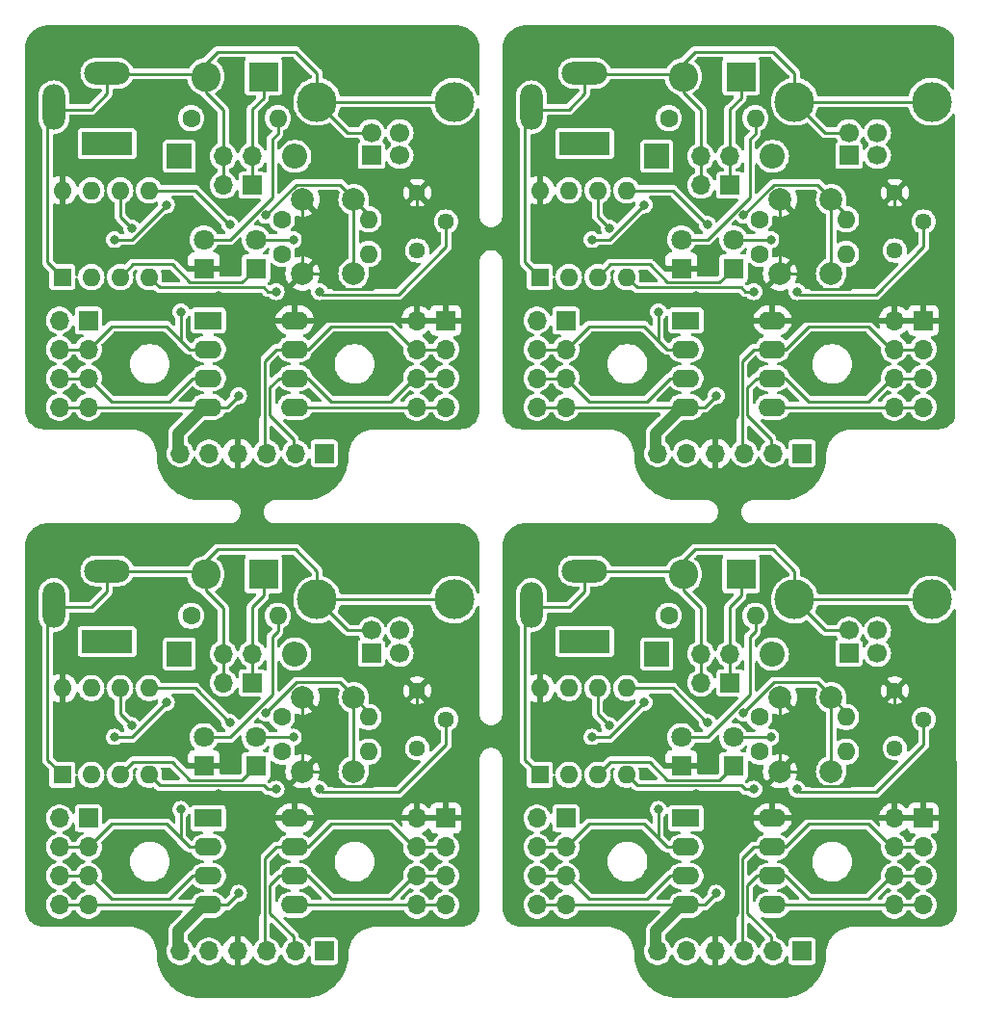
<source format=gbr>
%TF.GenerationSoftware,KiCad,Pcbnew,(7.0.0)*%
%TF.CreationDate,2024-02-06T19:59:13-06:00*%
%TF.ProjectId,Panel,50616e65-6c2e-46b6-9963-61645f706362,rev?*%
%TF.SameCoordinates,Original*%
%TF.FileFunction,Copper,L2,Bot*%
%TF.FilePolarity,Positive*%
%FSLAX46Y46*%
G04 Gerber Fmt 4.6, Leading zero omitted, Abs format (unit mm)*
G04 Created by KiCad (PCBNEW (7.0.0)) date 2024-02-06 19:59:13*
%MOMM*%
%LPD*%
G01*
G04 APERTURE LIST*
%TA.AperFunction,ComponentPad*%
%ADD10R,1.600000X1.600000*%
%TD*%
%TA.AperFunction,ComponentPad*%
%ADD11O,1.600000X1.600000*%
%TD*%
%TA.AperFunction,ComponentPad*%
%ADD12C,1.600000*%
%TD*%
%TA.AperFunction,ComponentPad*%
%ADD13C,1.440000*%
%TD*%
%TA.AperFunction,ComponentPad*%
%ADD14R,2.600000X2.600000*%
%TD*%
%TA.AperFunction,ComponentPad*%
%ADD15C,2.600000*%
%TD*%
%TA.AperFunction,ComponentPad*%
%ADD16R,4.500000X2.000000*%
%TD*%
%TA.AperFunction,ComponentPad*%
%ADD17O,4.000000X2.000000*%
%TD*%
%TA.AperFunction,ComponentPad*%
%ADD18O,2.000000X4.000000*%
%TD*%
%TA.AperFunction,ComponentPad*%
%ADD19R,1.700000X1.700000*%
%TD*%
%TA.AperFunction,ComponentPad*%
%ADD20O,1.700000X1.700000*%
%TD*%
%TA.AperFunction,ComponentPad*%
%ADD21R,1.800000X1.800000*%
%TD*%
%TA.AperFunction,ComponentPad*%
%ADD22C,1.800000*%
%TD*%
%TA.AperFunction,ComponentPad*%
%ADD23C,1.700000*%
%TD*%
%TA.AperFunction,ComponentPad*%
%ADD24C,3.500000*%
%TD*%
%TA.AperFunction,ComponentPad*%
%ADD25C,2.000000*%
%TD*%
%TA.AperFunction,ComponentPad*%
%ADD26R,2.200000X2.200000*%
%TD*%
%TA.AperFunction,ComponentPad*%
%ADD27O,2.200000X2.200000*%
%TD*%
%TA.AperFunction,ComponentPad*%
%ADD28R,2.400000X1.600000*%
%TD*%
%TA.AperFunction,ComponentPad*%
%ADD29O,2.400000X1.600000*%
%TD*%
%TA.AperFunction,ViaPad*%
%ADD30C,0.800000*%
%TD*%
%TA.AperFunction,Conductor*%
%ADD31C,0.250000*%
%TD*%
%TA.AperFunction,Conductor*%
%ADD32C,1.000000*%
%TD*%
G04 APERTURE END LIST*
D10*
%TO.P,SW8,1*%
%TO.N,/on{slash}off*%
X162803999Y-125869999D03*
D11*
%TO.P,SW8,2*%
%TO.N,/reset*%
X165343999Y-125869999D03*
%TO.P,SW8,3*%
%TO.N,/led_op*%
X167883999Y-125869999D03*
%TO.P,SW8,4*%
%TO.N,/pot*%
X170423999Y-125869999D03*
%TO.P,SW8,5*%
%TO.N,/pgd*%
X170423999Y-118249999D03*
%TO.P,SW8,6*%
%TO.N,/ra5*%
X167883999Y-118249999D03*
%TO.P,SW8,7*%
%TO.N,/ra3*%
X165343999Y-118249999D03*
%TO.P,SW8,8*%
%TO.N,GND*%
X162803999Y-118249999D03*
%TD*%
D12*
%TO.P,R11,1*%
%TO.N,VCC*%
X174130000Y-111900000D03*
D11*
%TO.P,R11,2*%
%TO.N,Net-(D2-A)*%
X181749999Y-111899999D03*
%TD*%
D12*
%TO.P,R12,1*%
%TO.N,VCC*%
X182108000Y-123838000D03*
D11*
%TO.P,R12,2*%
%TO.N,Net-(D3-A)*%
X189727999Y-123837999D03*
%TD*%
D13*
%TO.P,RV4,1,1*%
%TO.N,VCC*%
X194010000Y-123532000D03*
%TO.P,RV4,2,2*%
%TO.N,/pot*%
X196550000Y-120992000D03*
%TO.P,RV4,3,3*%
%TO.N,GND*%
X194010000Y-118452000D03*
%TD*%
D14*
%TO.P,J24,1,Pin_1*%
%TO.N,Net-(D1-A)*%
X180499999Y-108249999D03*
D15*
%TO.P,J24,2,Pin_2*%
%TO.N,/on{slash}off*%
X175420000Y-108250000D03*
%TD*%
D16*
%TO.P,J22,1*%
%TO.N,VCC*%
X166741999Y-114137999D03*
D17*
%TO.P,J22,2*%
%TO.N,/on{slash}off*%
X166741999Y-107937999D03*
D18*
%TO.P,J22,3*%
X162041999Y-110937999D03*
%TD*%
D19*
%TO.P,J25,1,Pin_1*%
%TO.N,Net-(D1-A)*%
X179499999Y-117789999D03*
D20*
%TO.P,J25,2,Pin_2*%
X179499999Y-115249999D03*
%TO.P,J25,3,Pin_3*%
%TO.N,/on{slash}off*%
X176959999Y-117789999D03*
%TO.P,J25,4,Pin_4*%
X176959999Y-115249999D03*
%TD*%
D21*
%TO.P,D11,1,K*%
%TO.N,GND*%
X175249999Y-125107999D03*
D22*
%TO.P,D11,2,A*%
%TO.N,Net-(D2-A)*%
X175250000Y-122568000D03*
%TD*%
D19*
%TO.P,J28,1,Pin_1*%
%TO.N,unconnected-(J7-Pin_1-Pad1)*%
X185849999Y-141363999D03*
D20*
%TO.P,J28,2,Pin_2*%
%TO.N,/pgc*%
X183309999Y-141363999D03*
%TO.P,J28,3,Pin_3*%
%TO.N,/pgd*%
X180769999Y-141363999D03*
%TO.P,J28,4,Pin_4*%
%TO.N,GND*%
X178229999Y-141363999D03*
%TO.P,J28,5,Pin_5*%
%TO.N,VCC*%
X175689999Y-141363999D03*
%TO.P,J28,6,Pin_6*%
%TO.N,/ra3*%
X173149999Y-141363999D03*
%TD*%
D19*
%TO.P,J23,1,VBUS*%
%TO.N,VCC*%
X189979999Y-115175499D03*
D23*
%TO.P,J23,2,D-*%
%TO.N,unconnected-(J2-D--Pad2)*%
X192480000Y-115175500D03*
%TO.P,J23,3,D+*%
%TO.N,unconnected-(J2-D+-Pad3)*%
X192480000Y-113175500D03*
%TO.P,J23,4,GND*%
%TO.N,/on{slash}off*%
X189980000Y-113175500D03*
D24*
%TO.P,J23,5,Shield*%
X185210000Y-110465500D03*
X197250000Y-110465500D03*
%TD*%
D25*
%TO.P,SW7,1,1*%
%TO.N,GND*%
X183922000Y-125564000D03*
X183922000Y-119064000D03*
%TO.P,SW7,2,2*%
%TO.N,/reset*%
X188422000Y-125564000D03*
X188422000Y-119064000D03*
%TD*%
D20*
%TO.P,J26,8,Pin_8*%
%TO.N,/ra3*%
X162549999Y-137299999D03*
%TO.P,J26,7,Pin_7*%
X165089999Y-137299999D03*
%TO.P,J26,6,Pin_6*%
%TO.N,/ra4*%
X162549999Y-134759999D03*
%TO.P,J26,5,Pin_5*%
X165089999Y-134759999D03*
%TO.P,J26,4,Pin_4*%
%TO.N,/ra5*%
X162549999Y-132219999D03*
%TO.P,J26,3,Pin_3*%
X165089999Y-132219999D03*
%TO.P,J26,2,Pin_2*%
%TO.N,VCC*%
X162549999Y-129679999D03*
D19*
%TO.P,J26,1,Pin_1*%
X165089999Y-129679999D03*
%TD*%
%TO.P,J27,1,Pin_1*%
%TO.N,GND*%
X196499999Y-129679999D03*
D20*
%TO.P,J27,2,Pin_2*%
X193959999Y-129679999D03*
%TO.P,J27,3,Pin_3*%
%TO.N,/pgd*%
X196499999Y-132219999D03*
%TO.P,J27,4,Pin_4*%
X193959999Y-132219999D03*
%TO.P,J27,5,Pin_5*%
%TO.N,/pgc*%
X196499999Y-134759999D03*
%TO.P,J27,6,Pin_6*%
X193959999Y-134759999D03*
%TO.P,J27,7,Pin_7*%
%TO.N,/ra2*%
X196499999Y-137299999D03*
%TO.P,J27,8,Pin_8*%
X193959999Y-137299999D03*
%TD*%
D12*
%TO.P,R10,1*%
%TO.N,VCC*%
X182108000Y-120790000D03*
D11*
%TO.P,R10,2*%
%TO.N,/reset*%
X189727999Y-120789999D03*
%TD*%
D26*
%TO.P,D10,1,K*%
%TO.N,VCC*%
X173089999Y-115249999D03*
D27*
%TO.P,D10,2,A*%
%TO.N,Net-(D1-A)*%
X183249999Y-115249999D03*
%TD*%
D21*
%TO.P,D12,1,K*%
%TO.N,/led_op*%
X179821999Y-125107999D03*
D22*
%TO.P,D12,2,A*%
%TO.N,Net-(D3-A)*%
X179822000Y-122568000D03*
%TD*%
D28*
%TO.P,U4,1,VDD*%
%TO.N,VCC*%
X175629999Y-129679999D03*
D29*
%TO.P,U4,2,RA5*%
%TO.N,/ra5*%
X175629999Y-132219999D03*
%TO.P,U4,3,RA4*%
%TO.N,/ra4*%
X175629999Y-134759999D03*
%TO.P,U4,4,VPP/MCLR/RA3*%
%TO.N,/ra3*%
X175629999Y-137299999D03*
%TO.P,U4,5,RA2*%
%TO.N,/ra2*%
X183249999Y-137299999D03*
%TO.P,U4,6,RA1/ICSPCLK*%
%TO.N,/pgc*%
X183249999Y-134759999D03*
%TO.P,U4,7,RA0/ICSPDAT*%
%TO.N,/pgd*%
X183249999Y-132219999D03*
%TO.P,U4,8,VSS*%
%TO.N,GND*%
X183249999Y-129679999D03*
%TD*%
D10*
%TO.P,SW6,1*%
%TO.N,/on{slash}off*%
X120803999Y-125869999D03*
D11*
%TO.P,SW6,2*%
%TO.N,/reset*%
X123343999Y-125869999D03*
%TO.P,SW6,3*%
%TO.N,/led_op*%
X125883999Y-125869999D03*
%TO.P,SW6,4*%
%TO.N,/pot*%
X128423999Y-125869999D03*
%TO.P,SW6,5*%
%TO.N,/pgd*%
X128423999Y-118249999D03*
%TO.P,SW6,6*%
%TO.N,/ra5*%
X125883999Y-118249999D03*
%TO.P,SW6,7*%
%TO.N,/ra3*%
X123343999Y-118249999D03*
%TO.P,SW6,8*%
%TO.N,GND*%
X120803999Y-118249999D03*
%TD*%
D12*
%TO.P,R8,1*%
%TO.N,VCC*%
X132130000Y-111900000D03*
D11*
%TO.P,R8,2*%
%TO.N,Net-(D2-A)*%
X139749999Y-111899999D03*
%TD*%
D12*
%TO.P,R9,1*%
%TO.N,VCC*%
X140108000Y-123838000D03*
D11*
%TO.P,R9,2*%
%TO.N,Net-(D3-A)*%
X147727999Y-123837999D03*
%TD*%
D13*
%TO.P,RV3,1,1*%
%TO.N,VCC*%
X152010000Y-123532000D03*
%TO.P,RV3,2,2*%
%TO.N,/pot*%
X154550000Y-120992000D03*
%TO.P,RV3,3,3*%
%TO.N,GND*%
X152010000Y-118452000D03*
%TD*%
D14*
%TO.P,J17,1,Pin_1*%
%TO.N,Net-(D1-A)*%
X138499999Y-108249999D03*
D15*
%TO.P,J17,2,Pin_2*%
%TO.N,/on{slash}off*%
X133420000Y-108250000D03*
%TD*%
D16*
%TO.P,J15,1*%
%TO.N,VCC*%
X124741999Y-114137999D03*
D17*
%TO.P,J15,2*%
%TO.N,/on{slash}off*%
X124741999Y-107937999D03*
D18*
%TO.P,J15,3*%
X120041999Y-110937999D03*
%TD*%
D19*
%TO.P,J18,1,Pin_1*%
%TO.N,Net-(D1-A)*%
X137499999Y-117789999D03*
D20*
%TO.P,J18,2,Pin_2*%
X137499999Y-115249999D03*
%TO.P,J18,3,Pin_3*%
%TO.N,/on{slash}off*%
X134959999Y-117789999D03*
%TO.P,J18,4,Pin_4*%
X134959999Y-115249999D03*
%TD*%
D21*
%TO.P,D8,1,K*%
%TO.N,GND*%
X133249999Y-125107999D03*
D22*
%TO.P,D8,2,A*%
%TO.N,Net-(D2-A)*%
X133250000Y-122568000D03*
%TD*%
D19*
%TO.P,J21,1,Pin_1*%
%TO.N,unconnected-(J7-Pin_1-Pad1)*%
X143849999Y-141363999D03*
D20*
%TO.P,J21,2,Pin_2*%
%TO.N,/pgc*%
X141309999Y-141363999D03*
%TO.P,J21,3,Pin_3*%
%TO.N,/pgd*%
X138769999Y-141363999D03*
%TO.P,J21,4,Pin_4*%
%TO.N,GND*%
X136229999Y-141363999D03*
%TO.P,J21,5,Pin_5*%
%TO.N,VCC*%
X133689999Y-141363999D03*
%TO.P,J21,6,Pin_6*%
%TO.N,/ra3*%
X131149999Y-141363999D03*
%TD*%
D19*
%TO.P,J16,1,VBUS*%
%TO.N,VCC*%
X147979999Y-115175499D03*
D23*
%TO.P,J16,2,D-*%
%TO.N,unconnected-(J2-D--Pad2)*%
X150480000Y-115175500D03*
%TO.P,J16,3,D+*%
%TO.N,unconnected-(J2-D+-Pad3)*%
X150480000Y-113175500D03*
%TO.P,J16,4,GND*%
%TO.N,/on{slash}off*%
X147980000Y-113175500D03*
D24*
%TO.P,J16,5,Shield*%
X143210000Y-110465500D03*
X155250000Y-110465500D03*
%TD*%
D25*
%TO.P,SW5,1,1*%
%TO.N,GND*%
X141922000Y-125564000D03*
X141922000Y-119064000D03*
%TO.P,SW5,2,2*%
%TO.N,/reset*%
X146422000Y-125564000D03*
X146422000Y-119064000D03*
%TD*%
D20*
%TO.P,J19,8,Pin_8*%
%TO.N,/ra3*%
X120549999Y-137299999D03*
%TO.P,J19,7,Pin_7*%
X123089999Y-137299999D03*
%TO.P,J19,6,Pin_6*%
%TO.N,/ra4*%
X120549999Y-134759999D03*
%TO.P,J19,5,Pin_5*%
X123089999Y-134759999D03*
%TO.P,J19,4,Pin_4*%
%TO.N,/ra5*%
X120549999Y-132219999D03*
%TO.P,J19,3,Pin_3*%
X123089999Y-132219999D03*
%TO.P,J19,2,Pin_2*%
%TO.N,VCC*%
X120549999Y-129679999D03*
D19*
%TO.P,J19,1,Pin_1*%
X123089999Y-129679999D03*
%TD*%
%TO.P,J20,1,Pin_1*%
%TO.N,GND*%
X154499999Y-129679999D03*
D20*
%TO.P,J20,2,Pin_2*%
X151959999Y-129679999D03*
%TO.P,J20,3,Pin_3*%
%TO.N,/pgd*%
X154499999Y-132219999D03*
%TO.P,J20,4,Pin_4*%
X151959999Y-132219999D03*
%TO.P,J20,5,Pin_5*%
%TO.N,/pgc*%
X154499999Y-134759999D03*
%TO.P,J20,6,Pin_6*%
X151959999Y-134759999D03*
%TO.P,J20,7,Pin_7*%
%TO.N,/ra2*%
X154499999Y-137299999D03*
%TO.P,J20,8,Pin_8*%
X151959999Y-137299999D03*
%TD*%
D12*
%TO.P,R7,1*%
%TO.N,VCC*%
X140108000Y-120790000D03*
D11*
%TO.P,R7,2*%
%TO.N,/reset*%
X147727999Y-120789999D03*
%TD*%
D26*
%TO.P,D7,1,K*%
%TO.N,VCC*%
X131089999Y-115249999D03*
D27*
%TO.P,D7,2,A*%
%TO.N,Net-(D1-A)*%
X141249999Y-115249999D03*
%TD*%
D21*
%TO.P,D9,1,K*%
%TO.N,/led_op*%
X137821999Y-125107999D03*
D22*
%TO.P,D9,2,A*%
%TO.N,Net-(D3-A)*%
X137822000Y-122568000D03*
%TD*%
D28*
%TO.P,U3,1,VDD*%
%TO.N,VCC*%
X133629999Y-129679999D03*
D29*
%TO.P,U3,2,RA5*%
%TO.N,/ra5*%
X133629999Y-132219999D03*
%TO.P,U3,3,RA4*%
%TO.N,/ra4*%
X133629999Y-134759999D03*
%TO.P,U3,4,VPP/MCLR/RA3*%
%TO.N,/ra3*%
X133629999Y-137299999D03*
%TO.P,U3,5,RA2*%
%TO.N,/ra2*%
X141249999Y-137299999D03*
%TO.P,U3,6,RA1/ICSPCLK*%
%TO.N,/pgc*%
X141249999Y-134759999D03*
%TO.P,U3,7,RA0/ICSPDAT*%
%TO.N,/pgd*%
X141249999Y-132219999D03*
%TO.P,U3,8,VSS*%
%TO.N,GND*%
X141249999Y-129679999D03*
%TD*%
D10*
%TO.P,SW4,1*%
%TO.N,/on{slash}off*%
X162803999Y-82119999D03*
D11*
%TO.P,SW4,2*%
%TO.N,/reset*%
X165343999Y-82119999D03*
%TO.P,SW4,3*%
%TO.N,/led_op*%
X167883999Y-82119999D03*
%TO.P,SW4,4*%
%TO.N,/pot*%
X170423999Y-82119999D03*
%TO.P,SW4,5*%
%TO.N,/pgd*%
X170423999Y-74499999D03*
%TO.P,SW4,6*%
%TO.N,/ra5*%
X167883999Y-74499999D03*
%TO.P,SW4,7*%
%TO.N,/ra3*%
X165343999Y-74499999D03*
%TO.P,SW4,8*%
%TO.N,GND*%
X162803999Y-74499999D03*
%TD*%
D12*
%TO.P,R5,1*%
%TO.N,VCC*%
X174130000Y-68150000D03*
D11*
%TO.P,R5,2*%
%TO.N,Net-(D2-A)*%
X181749999Y-68149999D03*
%TD*%
D12*
%TO.P,R6,1*%
%TO.N,VCC*%
X182108000Y-80088000D03*
D11*
%TO.P,R6,2*%
%TO.N,Net-(D3-A)*%
X189727999Y-80087999D03*
%TD*%
D13*
%TO.P,RV2,1,1*%
%TO.N,VCC*%
X194010000Y-79782000D03*
%TO.P,RV2,2,2*%
%TO.N,/pot*%
X196550000Y-77242000D03*
%TO.P,RV2,3,3*%
%TO.N,GND*%
X194010000Y-74702000D03*
%TD*%
D14*
%TO.P,J10,1,Pin_1*%
%TO.N,Net-(D1-A)*%
X180499999Y-64499999D03*
D15*
%TO.P,J10,2,Pin_2*%
%TO.N,/on{slash}off*%
X175420000Y-64500000D03*
%TD*%
D16*
%TO.P,J8,1*%
%TO.N,VCC*%
X166741999Y-70387999D03*
D17*
%TO.P,J8,2*%
%TO.N,/on{slash}off*%
X166741999Y-64187999D03*
D18*
%TO.P,J8,3*%
X162041999Y-67187999D03*
%TD*%
D19*
%TO.P,J11,1,Pin_1*%
%TO.N,Net-(D1-A)*%
X179499999Y-74039999D03*
D20*
%TO.P,J11,2,Pin_2*%
X179499999Y-71499999D03*
%TO.P,J11,3,Pin_3*%
%TO.N,/on{slash}off*%
X176959999Y-74039999D03*
%TO.P,J11,4,Pin_4*%
X176959999Y-71499999D03*
%TD*%
D21*
%TO.P,D5,1,K*%
%TO.N,GND*%
X175249999Y-81357999D03*
D22*
%TO.P,D5,2,A*%
%TO.N,Net-(D2-A)*%
X175250000Y-78818000D03*
%TD*%
D19*
%TO.P,J14,1,Pin_1*%
%TO.N,unconnected-(J7-Pin_1-Pad1)*%
X185849999Y-97613999D03*
D20*
%TO.P,J14,2,Pin_2*%
%TO.N,/pgc*%
X183309999Y-97613999D03*
%TO.P,J14,3,Pin_3*%
%TO.N,/pgd*%
X180769999Y-97613999D03*
%TO.P,J14,4,Pin_4*%
%TO.N,GND*%
X178229999Y-97613999D03*
%TO.P,J14,5,Pin_5*%
%TO.N,VCC*%
X175689999Y-97613999D03*
%TO.P,J14,6,Pin_6*%
%TO.N,/ra3*%
X173149999Y-97613999D03*
%TD*%
D19*
%TO.P,J9,1,VBUS*%
%TO.N,VCC*%
X189979999Y-71425499D03*
D23*
%TO.P,J9,2,D-*%
%TO.N,unconnected-(J2-D--Pad2)*%
X192480000Y-71425500D03*
%TO.P,J9,3,D+*%
%TO.N,unconnected-(J2-D+-Pad3)*%
X192480000Y-69425500D03*
%TO.P,J9,4,GND*%
%TO.N,/on{slash}off*%
X189980000Y-69425500D03*
D24*
%TO.P,J9,5,Shield*%
X185210000Y-66715500D03*
X197250000Y-66715500D03*
%TD*%
D25*
%TO.P,SW3,1,1*%
%TO.N,GND*%
X183922000Y-81814000D03*
X183922000Y-75314000D03*
%TO.P,SW3,2,2*%
%TO.N,/reset*%
X188422000Y-81814000D03*
X188422000Y-75314000D03*
%TD*%
D20*
%TO.P,J12,8,Pin_8*%
%TO.N,/ra3*%
X162549999Y-93549999D03*
%TO.P,J12,7,Pin_7*%
X165089999Y-93549999D03*
%TO.P,J12,6,Pin_6*%
%TO.N,/ra4*%
X162549999Y-91009999D03*
%TO.P,J12,5,Pin_5*%
X165089999Y-91009999D03*
%TO.P,J12,4,Pin_4*%
%TO.N,/ra5*%
X162549999Y-88469999D03*
%TO.P,J12,3,Pin_3*%
X165089999Y-88469999D03*
%TO.P,J12,2,Pin_2*%
%TO.N,VCC*%
X162549999Y-85929999D03*
D19*
%TO.P,J12,1,Pin_1*%
X165089999Y-85929999D03*
%TD*%
%TO.P,J13,1,Pin_1*%
%TO.N,GND*%
X196499999Y-85929999D03*
D20*
%TO.P,J13,2,Pin_2*%
X193959999Y-85929999D03*
%TO.P,J13,3,Pin_3*%
%TO.N,/pgd*%
X196499999Y-88469999D03*
%TO.P,J13,4,Pin_4*%
X193959999Y-88469999D03*
%TO.P,J13,5,Pin_5*%
%TO.N,/pgc*%
X196499999Y-91009999D03*
%TO.P,J13,6,Pin_6*%
X193959999Y-91009999D03*
%TO.P,J13,7,Pin_7*%
%TO.N,/ra2*%
X196499999Y-93549999D03*
%TO.P,J13,8,Pin_8*%
X193959999Y-93549999D03*
%TD*%
D12*
%TO.P,R4,1*%
%TO.N,VCC*%
X182108000Y-77040000D03*
D11*
%TO.P,R4,2*%
%TO.N,/reset*%
X189727999Y-77039999D03*
%TD*%
D26*
%TO.P,D4,1,K*%
%TO.N,VCC*%
X173089999Y-71499999D03*
D27*
%TO.P,D4,2,A*%
%TO.N,Net-(D1-A)*%
X183249999Y-71499999D03*
%TD*%
D21*
%TO.P,D6,1,K*%
%TO.N,/led_op*%
X179821999Y-81357999D03*
D22*
%TO.P,D6,2,A*%
%TO.N,Net-(D3-A)*%
X179822000Y-78818000D03*
%TD*%
D28*
%TO.P,U2,1,VDD*%
%TO.N,VCC*%
X175629999Y-85929999D03*
D29*
%TO.P,U2,2,RA5*%
%TO.N,/ra5*%
X175629999Y-88469999D03*
%TO.P,U2,3,RA4*%
%TO.N,/ra4*%
X175629999Y-91009999D03*
%TO.P,U2,4,VPP/MCLR/RA3*%
%TO.N,/ra3*%
X175629999Y-93549999D03*
%TO.P,U2,5,RA2*%
%TO.N,/ra2*%
X183249999Y-93549999D03*
%TO.P,U2,6,RA1/ICSPCLK*%
%TO.N,/pgc*%
X183249999Y-91009999D03*
%TO.P,U2,7,RA0/ICSPDAT*%
%TO.N,/pgd*%
X183249999Y-88469999D03*
%TO.P,U2,8,VSS*%
%TO.N,GND*%
X183249999Y-85929999D03*
%TD*%
D20*
%TO.P,J5,8,Pin_8*%
%TO.N,/ra3*%
X120549999Y-93549999D03*
%TO.P,J5,7,Pin_7*%
X123089999Y-93549999D03*
%TO.P,J5,6,Pin_6*%
%TO.N,/ra4*%
X120549999Y-91009999D03*
%TO.P,J5,5,Pin_5*%
X123089999Y-91009999D03*
%TO.P,J5,4,Pin_4*%
%TO.N,/ra5*%
X120549999Y-88469999D03*
%TO.P,J5,3,Pin_3*%
X123089999Y-88469999D03*
%TO.P,J5,2,Pin_2*%
%TO.N,VCC*%
X120549999Y-85929999D03*
D19*
%TO.P,J5,1,Pin_1*%
X123089999Y-85929999D03*
%TD*%
%TO.P,J6,1,Pin_1*%
%TO.N,GND*%
X154499999Y-85929999D03*
D20*
%TO.P,J6,2,Pin_2*%
X151959999Y-85929999D03*
%TO.P,J6,3,Pin_3*%
%TO.N,/pgd*%
X154499999Y-88469999D03*
%TO.P,J6,4,Pin_4*%
X151959999Y-88469999D03*
%TO.P,J6,5,Pin_5*%
%TO.N,/pgc*%
X154499999Y-91009999D03*
%TO.P,J6,6,Pin_6*%
X151959999Y-91009999D03*
%TO.P,J6,7,Pin_7*%
%TO.N,/ra2*%
X154499999Y-93549999D03*
%TO.P,J6,8,Pin_8*%
X151959999Y-93549999D03*
%TD*%
D28*
%TO.P,U1,1,VDD*%
%TO.N,VCC*%
X133629999Y-85929999D03*
D29*
%TO.P,U1,2,RA5*%
%TO.N,/ra5*%
X133629999Y-88469999D03*
%TO.P,U1,3,RA4*%
%TO.N,/ra4*%
X133629999Y-91009999D03*
%TO.P,U1,4,VPP/MCLR/RA3*%
%TO.N,/ra3*%
X133629999Y-93549999D03*
%TO.P,U1,5,RA2*%
%TO.N,/ra2*%
X141249999Y-93549999D03*
%TO.P,U1,6,RA1/ICSPCLK*%
%TO.N,/pgc*%
X141249999Y-91009999D03*
%TO.P,U1,7,RA0/ICSPDAT*%
%TO.N,/pgd*%
X141249999Y-88469999D03*
%TO.P,U1,8,VSS*%
%TO.N,GND*%
X141249999Y-85929999D03*
%TD*%
D19*
%TO.P,J4,1,Pin_1*%
%TO.N,Net-(D1-A)*%
X137499999Y-74039999D03*
D20*
%TO.P,J4,2,Pin_2*%
X137499999Y-71499999D03*
%TO.P,J4,3,Pin_3*%
%TO.N,/on{slash}off*%
X134959999Y-74039999D03*
%TO.P,J4,4,Pin_4*%
X134959999Y-71499999D03*
%TD*%
D25*
%TO.P,SW1,1,1*%
%TO.N,GND*%
X141922000Y-81814000D03*
X141922000Y-75314000D03*
%TO.P,SW1,2,2*%
%TO.N,/reset*%
X146422000Y-81814000D03*
X146422000Y-75314000D03*
%TD*%
D14*
%TO.P,J3,1,Pin_1*%
%TO.N,Net-(D1-A)*%
X138499999Y-64499999D03*
D15*
%TO.P,J3,2,Pin_2*%
%TO.N,/on{slash}off*%
X133420000Y-64500000D03*
%TD*%
D21*
%TO.P,D3,1,K*%
%TO.N,/led_op*%
X137821999Y-81357999D03*
D22*
%TO.P,D3,2,A*%
%TO.N,Net-(D3-A)*%
X137822000Y-78818000D03*
%TD*%
D10*
%TO.P,SW2,1*%
%TO.N,/on{slash}off*%
X120803999Y-82119999D03*
D11*
%TO.P,SW2,2*%
%TO.N,/reset*%
X123343999Y-82119999D03*
%TO.P,SW2,3*%
%TO.N,/led_op*%
X125883999Y-82119999D03*
%TO.P,SW2,4*%
%TO.N,/pot*%
X128423999Y-82119999D03*
%TO.P,SW2,5*%
%TO.N,/pgd*%
X128423999Y-74499999D03*
%TO.P,SW2,6*%
%TO.N,/ra5*%
X125883999Y-74499999D03*
%TO.P,SW2,7*%
%TO.N,/ra3*%
X123343999Y-74499999D03*
%TO.P,SW2,8*%
%TO.N,GND*%
X120803999Y-74499999D03*
%TD*%
D19*
%TO.P,J7,1,Pin_1*%
%TO.N,unconnected-(J7-Pin_1-Pad1)*%
X143849999Y-97613999D03*
D20*
%TO.P,J7,2,Pin_2*%
%TO.N,/pgc*%
X141309999Y-97613999D03*
%TO.P,J7,3,Pin_3*%
%TO.N,/pgd*%
X138769999Y-97613999D03*
%TO.P,J7,4,Pin_4*%
%TO.N,GND*%
X136229999Y-97613999D03*
%TO.P,J7,5,Pin_5*%
%TO.N,VCC*%
X133689999Y-97613999D03*
%TO.P,J7,6,Pin_6*%
%TO.N,/ra3*%
X131149999Y-97613999D03*
%TD*%
D16*
%TO.P,J1,1*%
%TO.N,VCC*%
X124741999Y-70387999D03*
D17*
%TO.P,J1,2*%
%TO.N,/on{slash}off*%
X124741999Y-64187999D03*
D18*
%TO.P,J1,3*%
X120041999Y-67187999D03*
%TD*%
D19*
%TO.P,J2,1,VBUS*%
%TO.N,VCC*%
X147979999Y-71425499D03*
D23*
%TO.P,J2,2,D-*%
%TO.N,unconnected-(J2-D--Pad2)*%
X150480000Y-71425500D03*
%TO.P,J2,3,D+*%
%TO.N,unconnected-(J2-D+-Pad3)*%
X150480000Y-69425500D03*
%TO.P,J2,4,GND*%
%TO.N,/on{slash}off*%
X147980000Y-69425500D03*
D24*
%TO.P,J2,5,Shield*%
X143210000Y-66715500D03*
X155250000Y-66715500D03*
%TD*%
D21*
%TO.P,D2,1,K*%
%TO.N,GND*%
X133249999Y-81357999D03*
D22*
%TO.P,D2,2,A*%
%TO.N,Net-(D2-A)*%
X133250000Y-78818000D03*
%TD*%
D13*
%TO.P,RV1,1,1*%
%TO.N,VCC*%
X152010000Y-79782000D03*
%TO.P,RV1,2,2*%
%TO.N,/pot*%
X154550000Y-77242000D03*
%TO.P,RV1,3,3*%
%TO.N,GND*%
X152010000Y-74702000D03*
%TD*%
D12*
%TO.P,R2,1*%
%TO.N,VCC*%
X132130000Y-68150000D03*
D11*
%TO.P,R2,2*%
%TO.N,Net-(D2-A)*%
X139749999Y-68149999D03*
%TD*%
D12*
%TO.P,R3,1*%
%TO.N,VCC*%
X140108000Y-80088000D03*
D11*
%TO.P,R3,2*%
%TO.N,Net-(D3-A)*%
X147727999Y-80087999D03*
%TD*%
D12*
%TO.P,R1,1*%
%TO.N,VCC*%
X140108000Y-77040000D03*
D11*
%TO.P,R1,2*%
%TO.N,/reset*%
X147727999Y-77039999D03*
%TD*%
D26*
%TO.P,D1,1,K*%
%TO.N,VCC*%
X131089999Y-71499999D03*
D27*
%TO.P,D1,2,A*%
%TO.N,Net-(D1-A)*%
X141249999Y-71499999D03*
%TD*%
D30*
%TO.N,/reset*%
X180689299Y-120439299D03*
%TO.N,/pot*%
X185405701Y-127140000D03*
%TO.N,/reset*%
X171948000Y-119520000D03*
%TO.N,/pgd*%
X177512299Y-121237701D03*
%TO.N,/ra3*%
X178298000Y-136284000D03*
%TO.N,/ra5*%
X168900000Y-121552000D03*
%TO.N,/pot*%
X181600000Y-127140000D03*
%TO.N,/reset*%
X167376000Y-122568000D03*
%TO.N,/ra5*%
X173218000Y-128918000D03*
%TO.N,GND*%
X176520000Y-127507500D03*
%TO.N,Net-(D3-A)*%
X183124000Y-122568000D03*
%TO.N,/reset*%
X138689299Y-120439299D03*
%TO.N,/pot*%
X143405701Y-127140000D03*
%TO.N,/reset*%
X129948000Y-119520000D03*
%TO.N,/pgd*%
X135512299Y-121237701D03*
%TO.N,/ra3*%
X136298000Y-136284000D03*
%TO.N,/ra5*%
X126900000Y-121552000D03*
%TO.N,/pot*%
X139600000Y-127140000D03*
%TO.N,/reset*%
X125376000Y-122568000D03*
%TO.N,/ra5*%
X131218000Y-128918000D03*
%TO.N,GND*%
X134520000Y-127507500D03*
%TO.N,Net-(D3-A)*%
X141124000Y-122568000D03*
%TO.N,/reset*%
X180689299Y-76689299D03*
%TO.N,/pot*%
X185405701Y-83390000D03*
%TO.N,/reset*%
X171948000Y-75770000D03*
%TO.N,/pgd*%
X177512299Y-77487701D03*
%TO.N,/ra3*%
X178298000Y-92534000D03*
%TO.N,/ra5*%
X168900000Y-77802000D03*
%TO.N,/pot*%
X181600000Y-83390000D03*
%TO.N,/reset*%
X167376000Y-78818000D03*
%TO.N,/ra5*%
X173218000Y-85168000D03*
%TO.N,GND*%
X176520000Y-83757500D03*
%TO.N,Net-(D3-A)*%
X183124000Y-78818000D03*
%TO.N,GND*%
X134520000Y-83757500D03*
%TO.N,Net-(D3-A)*%
X141124000Y-78818000D03*
%TO.N,/ra5*%
X131218000Y-85168000D03*
X126900000Y-77802000D03*
%TO.N,/ra3*%
X136298000Y-92534000D03*
%TO.N,/pgd*%
X135512299Y-77487701D03*
%TO.N,/reset*%
X129948000Y-75770000D03*
X138689299Y-76689299D03*
X125376000Y-78818000D03*
%TO.N,/pot*%
X143405701Y-83390000D03*
X139600000Y-83390000D03*
%TD*%
D31*
%TO.N,GND*%
X183250000Y-126236000D02*
X183922000Y-125564000D01*
X185358000Y-125564000D02*
X186683000Y-126889000D01*
X192522000Y-124346000D02*
X192522000Y-121298000D01*
X186683000Y-126889000D02*
X189979000Y-126889000D01*
X183922000Y-119064000D02*
X183922000Y-125564000D01*
X182870000Y-129680000D02*
X196500000Y-129680000D01*
%TO.N,/led_op*%
X169009000Y-124745000D02*
X172437000Y-124745000D01*
X178597000Y-126333000D02*
X179822000Y-125108000D01*
%TO.N,Net-(D2-A)*%
X175250000Y-122568000D02*
X177536000Y-122568000D01*
X181250000Y-118854000D02*
X181250000Y-113750000D01*
%TO.N,/on{slash}off*%
X166742000Y-109740000D02*
X166742000Y-107938000D01*
%TO.N,GND*%
X180134000Y-130638000D02*
X181092000Y-129680000D01*
X181092000Y-129680000D02*
X182870000Y-129680000D01*
%TO.N,/led_op*%
X172437000Y-124745000D02*
X174025000Y-126333000D01*
%TO.N,Net-(D2-A)*%
X177536000Y-122568000D02*
X181250000Y-118854000D01*
%TO.N,GND*%
X180046500Y-128634500D02*
X180046500Y-127872500D01*
X180046500Y-127872500D02*
X179681500Y-127507500D01*
%TO.N,/on{slash}off*%
X185210000Y-110465500D02*
X197250000Y-110465500D01*
%TO.N,/led_op*%
X174025000Y-126333000D02*
X178597000Y-126333000D01*
%TO.N,Net-(D2-A)*%
X181750000Y-113250000D02*
X181750000Y-111900000D01*
%TO.N,/on{slash}off*%
X166742000Y-107938000D02*
X166804000Y-108000000D01*
X162042000Y-110938000D02*
X162242000Y-111138000D01*
X161500000Y-111480000D02*
X162042000Y-110938000D01*
%TO.N,Net-(D2-A)*%
X181250000Y-113750000D02*
X181750000Y-113250000D01*
%TO.N,/led_op*%
X167884000Y-125870000D02*
X169009000Y-124745000D01*
%TO.N,GND*%
X194010000Y-119810000D02*
X194010000Y-118452000D01*
X192522000Y-121298000D02*
X194010000Y-119810000D01*
X181092000Y-129680000D02*
X180046500Y-128634500D01*
%TO.N,/on{slash}off*%
X187920000Y-113175500D02*
X189980000Y-113175500D01*
X161500000Y-124566000D02*
X161500000Y-111480000D01*
%TO.N,Net-(D3-A)*%
X179822000Y-122568000D02*
X183124000Y-122568000D01*
%TO.N,GND*%
X178044000Y-140094000D02*
X180134000Y-138004000D01*
%TO.N,Net-(D1-A)*%
X180500000Y-110125000D02*
X180500000Y-108250000D01*
X179500000Y-111125000D02*
X180500000Y-110125000D01*
%TO.N,GND*%
X163566000Y-123330000D02*
X162804000Y-122568000D01*
X183922000Y-125564000D02*
X185358000Y-125564000D01*
X189979000Y-126889000D02*
X192522000Y-124346000D01*
%TO.N,Net-(D1-A)*%
X179500000Y-117790000D02*
X179500000Y-111125000D01*
%TO.N,GND*%
X173980000Y-125108000D02*
X172202000Y-123330000D01*
X178044000Y-141364000D02*
X178044000Y-140094000D01*
%TO.N,/on{slash}off*%
X175420000Y-107080000D02*
X175420000Y-108250000D01*
%TO.N,GND*%
X182870000Y-129680000D02*
X183250000Y-129300000D01*
X172202000Y-123330000D02*
X163566000Y-123330000D01*
X179681500Y-127507500D02*
X176520000Y-127507500D01*
X175250000Y-125108000D02*
X173980000Y-125108000D01*
X180134000Y-138004000D02*
X180134000Y-130638000D01*
X162804000Y-122568000D02*
X162804000Y-118250000D01*
D32*
%TO.N,/ra3*%
X172964000Y-141364000D02*
X172964000Y-139586000D01*
D31*
%TO.N,/ra5*%
X165090000Y-132220000D02*
X162550000Y-132220000D01*
%TO.N,/on{slash}off*%
X175420000Y-109670000D02*
X176960000Y-111210000D01*
%TO.N,/ra4*%
X165090000Y-134760000D02*
X162550000Y-134760000D01*
%TO.N,/pgd*%
X184394000Y-132220000D02*
X186426000Y-130188000D01*
X193710000Y-132220000D02*
X196500000Y-132220000D01*
%TO.N,/ra4*%
X174234000Y-134760000D02*
X172202000Y-136792000D01*
%TO.N,/pgd*%
X186426000Y-130188000D02*
X191678000Y-130188000D01*
X191678000Y-130188000D02*
X193710000Y-132220000D01*
X174500000Y-118250000D02*
X170424000Y-118250000D01*
D32*
%TO.N,/ra3*%
X172964000Y-139586000D02*
X175250000Y-137300000D01*
D31*
%TO.N,/on{slash}off*%
X183308000Y-106058000D02*
X176442000Y-106058000D01*
X176960000Y-111210000D02*
X176960000Y-117790000D01*
%TO.N,/pgd*%
X177512299Y-121237701D02*
X177487701Y-121237701D01*
%TO.N,/ra5*%
X173980000Y-132220000D02*
X175630000Y-132220000D01*
%TO.N,/ra4*%
X172202000Y-136792000D02*
X167122000Y-136792000D01*
%TO.N,/on{slash}off*%
X166804000Y-108000000D02*
X175170000Y-108000000D01*
%TO.N,/ra5*%
X173218000Y-128918000D02*
X173218000Y-131458000D01*
%TO.N,/on{slash}off*%
X185210000Y-107960000D02*
X183308000Y-106058000D01*
X176442000Y-106058000D02*
X175420000Y-107080000D01*
%TO.N,/ra3*%
X177282000Y-137300000D02*
X175250000Y-137300000D01*
%TO.N,/ra4*%
X175630000Y-134760000D02*
X174234000Y-134760000D01*
%TO.N,/on{slash}off*%
X175170000Y-108000000D02*
X175420000Y-108250000D01*
%TO.N,/ra5*%
X171948000Y-130188000D02*
X167122000Y-130188000D01*
X167122000Y-130188000D02*
X165090000Y-132220000D01*
X173218000Y-131458000D02*
X173980000Y-132220000D01*
%TO.N,/ra4*%
X167122000Y-136792000D02*
X165090000Y-134760000D01*
%TO.N,/ra5*%
X167884000Y-120536000D02*
X168900000Y-121552000D01*
%TO.N,/on{slash}off*%
X185210000Y-110465500D02*
X187920000Y-113175500D01*
X185210000Y-110465500D02*
X185210000Y-107960000D01*
X165344000Y-111138000D02*
X166742000Y-109740000D01*
%TO.N,/ra5*%
X173218000Y-131458000D02*
X171948000Y-130188000D01*
X167884000Y-118250000D02*
X167884000Y-120536000D01*
%TO.N,/on{slash}off*%
X175420000Y-108250000D02*
X175420000Y-109670000D01*
%TO.N,/pgd*%
X177487701Y-121237701D02*
X174500000Y-118250000D01*
X180584000Y-133236000D02*
X181600000Y-132220000D01*
X182870000Y-132220000D02*
X184394000Y-132220000D01*
%TO.N,/ra3*%
X178298000Y-136284000D02*
X177282000Y-137300000D01*
X162550000Y-137300000D02*
X175250000Y-137300000D01*
%TO.N,/on{slash}off*%
X162804000Y-125870000D02*
X161500000Y-124566000D01*
X162242000Y-111138000D02*
X165344000Y-111138000D01*
%TO.N,/reset*%
X180689299Y-120422868D02*
X183373167Y-117739000D01*
X171948000Y-119520000D02*
X171948000Y-119529305D01*
%TO.N,/pgc*%
X191678000Y-136792000D02*
X193710000Y-134760000D01*
%TO.N,/reset*%
X168909305Y-122568000D02*
X167376000Y-122568000D01*
X189728000Y-120370000D02*
X188422000Y-119064000D01*
%TO.N,/pgd*%
X180584000Y-141364000D02*
X180584000Y-133236000D01*
%TO.N,/pot*%
X185405701Y-127140000D02*
X185659701Y-127394000D01*
X196550000Y-123200000D02*
X196550000Y-120992000D01*
%TO.N,/reset*%
X188422000Y-118922000D02*
X188422000Y-119064000D01*
%TO.N,/pot*%
X180481000Y-126783000D02*
X171337000Y-126783000D01*
%TO.N,/pgc*%
X186426000Y-136792000D02*
X191678000Y-136792000D01*
%TO.N,/reset*%
X187239000Y-117739000D02*
X188422000Y-118922000D01*
%TO.N,/pgd*%
X181600000Y-132220000D02*
X182870000Y-132220000D01*
%TO.N,/pot*%
X192356000Y-127394000D02*
X196550000Y-123200000D01*
%TO.N,/reset*%
X183373167Y-117739000D02*
X187239000Y-117739000D01*
%TO.N,/ra2*%
X182870000Y-137300000D02*
X196500000Y-137300000D01*
%TO.N,/pot*%
X185659701Y-127394000D02*
X192356000Y-127394000D01*
%TO.N,/reset*%
X188422000Y-119064000D02*
X188422000Y-125564000D01*
%TO.N,/pgc*%
X181034000Y-135580000D02*
X181854000Y-134760000D01*
X181034000Y-138004000D02*
X181034000Y-135580000D01*
X183124000Y-140094000D02*
X181034000Y-138004000D01*
X193710000Y-134760000D02*
X196500000Y-134760000D01*
%TO.N,/reset*%
X189728000Y-120790000D02*
X189728000Y-120370000D01*
%TO.N,/pgc*%
X181854000Y-134760000D02*
X184394000Y-134760000D01*
%TO.N,/reset*%
X171948000Y-119529305D02*
X168909305Y-122568000D01*
%TO.N,/pgc*%
X183124000Y-141364000D02*
X183124000Y-140094000D01*
%TO.N,/pot*%
X171337000Y-126783000D02*
X170424000Y-125870000D01*
X181600000Y-127140000D02*
X180838000Y-127140000D01*
%TO.N,/pgc*%
X184394000Y-134760000D02*
X186426000Y-136792000D01*
%TO.N,/pot*%
X180838000Y-127140000D02*
X180481000Y-126783000D01*
%TO.N,/reset*%
X180689299Y-120439299D02*
X180689299Y-120422868D01*
%TO.N,GND*%
X141250000Y-126236000D02*
X141922000Y-125564000D01*
X143358000Y-125564000D02*
X144683000Y-126889000D01*
X150522000Y-124346000D02*
X150522000Y-121298000D01*
X144683000Y-126889000D02*
X147979000Y-126889000D01*
X141922000Y-119064000D02*
X141922000Y-125564000D01*
X140870000Y-129680000D02*
X154500000Y-129680000D01*
%TO.N,/led_op*%
X127009000Y-124745000D02*
X130437000Y-124745000D01*
X136597000Y-126333000D02*
X137822000Y-125108000D01*
%TO.N,Net-(D2-A)*%
X133250000Y-122568000D02*
X135536000Y-122568000D01*
X139250000Y-118854000D02*
X139250000Y-113750000D01*
%TO.N,/on{slash}off*%
X124742000Y-109740000D02*
X124742000Y-107938000D01*
%TO.N,GND*%
X138134000Y-130638000D02*
X139092000Y-129680000D01*
X139092000Y-129680000D02*
X140870000Y-129680000D01*
%TO.N,/led_op*%
X130437000Y-124745000D02*
X132025000Y-126333000D01*
%TO.N,Net-(D2-A)*%
X135536000Y-122568000D02*
X139250000Y-118854000D01*
%TO.N,GND*%
X138046500Y-128634500D02*
X138046500Y-127872500D01*
X138046500Y-127872500D02*
X137681500Y-127507500D01*
%TO.N,/on{slash}off*%
X143210000Y-110465500D02*
X155250000Y-110465500D01*
%TO.N,/led_op*%
X132025000Y-126333000D02*
X136597000Y-126333000D01*
%TO.N,Net-(D2-A)*%
X139750000Y-113250000D02*
X139750000Y-111900000D01*
%TO.N,/on{slash}off*%
X124742000Y-107938000D02*
X124804000Y-108000000D01*
X120042000Y-110938000D02*
X120242000Y-111138000D01*
X119500000Y-111480000D02*
X120042000Y-110938000D01*
%TO.N,Net-(D2-A)*%
X139250000Y-113750000D02*
X139750000Y-113250000D01*
%TO.N,/led_op*%
X125884000Y-125870000D02*
X127009000Y-124745000D01*
%TO.N,GND*%
X152010000Y-119810000D02*
X152010000Y-118452000D01*
X150522000Y-121298000D02*
X152010000Y-119810000D01*
X139092000Y-129680000D02*
X138046500Y-128634500D01*
%TO.N,/on{slash}off*%
X145920000Y-113175500D02*
X147980000Y-113175500D01*
X119500000Y-124566000D02*
X119500000Y-111480000D01*
%TO.N,Net-(D3-A)*%
X137822000Y-122568000D02*
X141124000Y-122568000D01*
%TO.N,GND*%
X136044000Y-140094000D02*
X138134000Y-138004000D01*
%TO.N,Net-(D1-A)*%
X138500000Y-110125000D02*
X138500000Y-108250000D01*
X137500000Y-111125000D02*
X138500000Y-110125000D01*
%TO.N,GND*%
X121566000Y-123330000D02*
X120804000Y-122568000D01*
X141922000Y-125564000D02*
X143358000Y-125564000D01*
X147979000Y-126889000D02*
X150522000Y-124346000D01*
%TO.N,Net-(D1-A)*%
X137500000Y-117790000D02*
X137500000Y-111125000D01*
%TO.N,GND*%
X131980000Y-125108000D02*
X130202000Y-123330000D01*
X136044000Y-141364000D02*
X136044000Y-140094000D01*
%TO.N,/on{slash}off*%
X133420000Y-107080000D02*
X133420000Y-108250000D01*
%TO.N,GND*%
X140870000Y-129680000D02*
X141250000Y-129300000D01*
X130202000Y-123330000D02*
X121566000Y-123330000D01*
X137681500Y-127507500D02*
X134520000Y-127507500D01*
X133250000Y-125108000D02*
X131980000Y-125108000D01*
X138134000Y-138004000D02*
X138134000Y-130638000D01*
X120804000Y-122568000D02*
X120804000Y-118250000D01*
D32*
%TO.N,/ra3*%
X130964000Y-141364000D02*
X130964000Y-139586000D01*
D31*
%TO.N,/ra5*%
X123090000Y-132220000D02*
X120550000Y-132220000D01*
%TO.N,/on{slash}off*%
X133420000Y-109670000D02*
X134960000Y-111210000D01*
%TO.N,/ra4*%
X123090000Y-134760000D02*
X120550000Y-134760000D01*
%TO.N,/pgd*%
X142394000Y-132220000D02*
X144426000Y-130188000D01*
X151710000Y-132220000D02*
X154500000Y-132220000D01*
%TO.N,/ra4*%
X132234000Y-134760000D02*
X130202000Y-136792000D01*
%TO.N,/pgd*%
X144426000Y-130188000D02*
X149678000Y-130188000D01*
X149678000Y-130188000D02*
X151710000Y-132220000D01*
X132500000Y-118250000D02*
X128424000Y-118250000D01*
D32*
%TO.N,/ra3*%
X130964000Y-139586000D02*
X133250000Y-137300000D01*
D31*
%TO.N,/on{slash}off*%
X141308000Y-106058000D02*
X134442000Y-106058000D01*
X134960000Y-111210000D02*
X134960000Y-117790000D01*
%TO.N,/pgd*%
X135512299Y-121237701D02*
X135487701Y-121237701D01*
%TO.N,/ra5*%
X131980000Y-132220000D02*
X133630000Y-132220000D01*
%TO.N,/ra4*%
X130202000Y-136792000D02*
X125122000Y-136792000D01*
%TO.N,/on{slash}off*%
X124804000Y-108000000D02*
X133170000Y-108000000D01*
%TO.N,/ra5*%
X131218000Y-128918000D02*
X131218000Y-131458000D01*
%TO.N,/on{slash}off*%
X143210000Y-107960000D02*
X141308000Y-106058000D01*
X134442000Y-106058000D02*
X133420000Y-107080000D01*
%TO.N,/ra3*%
X135282000Y-137300000D02*
X133250000Y-137300000D01*
%TO.N,/ra4*%
X133630000Y-134760000D02*
X132234000Y-134760000D01*
%TO.N,/on{slash}off*%
X133170000Y-108000000D02*
X133420000Y-108250000D01*
%TO.N,/ra5*%
X129948000Y-130188000D02*
X125122000Y-130188000D01*
X125122000Y-130188000D02*
X123090000Y-132220000D01*
X131218000Y-131458000D02*
X131980000Y-132220000D01*
%TO.N,/ra4*%
X125122000Y-136792000D02*
X123090000Y-134760000D01*
%TO.N,/ra5*%
X125884000Y-120536000D02*
X126900000Y-121552000D01*
%TO.N,/on{slash}off*%
X143210000Y-110465500D02*
X145920000Y-113175500D01*
X143210000Y-110465500D02*
X143210000Y-107960000D01*
X123344000Y-111138000D02*
X124742000Y-109740000D01*
%TO.N,/ra5*%
X131218000Y-131458000D02*
X129948000Y-130188000D01*
X125884000Y-118250000D02*
X125884000Y-120536000D01*
%TO.N,/on{slash}off*%
X133420000Y-108250000D02*
X133420000Y-109670000D01*
%TO.N,/pgd*%
X135487701Y-121237701D02*
X132500000Y-118250000D01*
X138584000Y-133236000D02*
X139600000Y-132220000D01*
X140870000Y-132220000D02*
X142394000Y-132220000D01*
%TO.N,/ra3*%
X136298000Y-136284000D02*
X135282000Y-137300000D01*
X120550000Y-137300000D02*
X133250000Y-137300000D01*
%TO.N,/on{slash}off*%
X120804000Y-125870000D02*
X119500000Y-124566000D01*
X120242000Y-111138000D02*
X123344000Y-111138000D01*
%TO.N,/reset*%
X138689299Y-120422868D02*
X141373167Y-117739000D01*
X129948000Y-119520000D02*
X129948000Y-119529305D01*
%TO.N,/pgc*%
X149678000Y-136792000D02*
X151710000Y-134760000D01*
%TO.N,/reset*%
X126909305Y-122568000D02*
X125376000Y-122568000D01*
X147728000Y-120370000D02*
X146422000Y-119064000D01*
%TO.N,/pgd*%
X138584000Y-141364000D02*
X138584000Y-133236000D01*
%TO.N,/pot*%
X143405701Y-127140000D02*
X143659701Y-127394000D01*
X154550000Y-123200000D02*
X154550000Y-120992000D01*
%TO.N,/reset*%
X146422000Y-118922000D02*
X146422000Y-119064000D01*
%TO.N,/pot*%
X138481000Y-126783000D02*
X129337000Y-126783000D01*
%TO.N,/pgc*%
X144426000Y-136792000D02*
X149678000Y-136792000D01*
%TO.N,/reset*%
X145239000Y-117739000D02*
X146422000Y-118922000D01*
%TO.N,/pgd*%
X139600000Y-132220000D02*
X140870000Y-132220000D01*
%TO.N,/pot*%
X150356000Y-127394000D02*
X154550000Y-123200000D01*
%TO.N,/reset*%
X141373167Y-117739000D02*
X145239000Y-117739000D01*
%TO.N,/ra2*%
X140870000Y-137300000D02*
X154500000Y-137300000D01*
%TO.N,/pot*%
X143659701Y-127394000D02*
X150356000Y-127394000D01*
%TO.N,/reset*%
X146422000Y-119064000D02*
X146422000Y-125564000D01*
%TO.N,/pgc*%
X139034000Y-135580000D02*
X139854000Y-134760000D01*
X139034000Y-138004000D02*
X139034000Y-135580000D01*
X141124000Y-140094000D02*
X139034000Y-138004000D01*
X151710000Y-134760000D02*
X154500000Y-134760000D01*
%TO.N,/reset*%
X147728000Y-120790000D02*
X147728000Y-120370000D01*
%TO.N,/pgc*%
X139854000Y-134760000D02*
X142394000Y-134760000D01*
%TO.N,/reset*%
X129948000Y-119529305D02*
X126909305Y-122568000D01*
%TO.N,/pgc*%
X141124000Y-141364000D02*
X141124000Y-140094000D01*
%TO.N,/pot*%
X129337000Y-126783000D02*
X128424000Y-125870000D01*
X139600000Y-127140000D02*
X138838000Y-127140000D01*
%TO.N,/pgc*%
X142394000Y-134760000D02*
X144426000Y-136792000D01*
%TO.N,/pot*%
X138838000Y-127140000D02*
X138481000Y-126783000D01*
%TO.N,/reset*%
X138689299Y-120439299D02*
X138689299Y-120422868D01*
%TO.N,GND*%
X183250000Y-82486000D02*
X183922000Y-81814000D01*
X185358000Y-81814000D02*
X186683000Y-83139000D01*
X192522000Y-80596000D02*
X192522000Y-77548000D01*
X186683000Y-83139000D02*
X189979000Y-83139000D01*
X183922000Y-75314000D02*
X183922000Y-81814000D01*
X182870000Y-85930000D02*
X196500000Y-85930000D01*
%TO.N,/led_op*%
X169009000Y-80995000D02*
X172437000Y-80995000D01*
X178597000Y-82583000D02*
X179822000Y-81358000D01*
%TO.N,Net-(D2-A)*%
X175250000Y-78818000D02*
X177536000Y-78818000D01*
X181250000Y-75104000D02*
X181250000Y-70000000D01*
%TO.N,/on{slash}off*%
X166742000Y-65990000D02*
X166742000Y-64188000D01*
%TO.N,GND*%
X180134000Y-86888000D02*
X181092000Y-85930000D01*
X181092000Y-85930000D02*
X182870000Y-85930000D01*
%TO.N,/led_op*%
X172437000Y-80995000D02*
X174025000Y-82583000D01*
%TO.N,Net-(D2-A)*%
X177536000Y-78818000D02*
X181250000Y-75104000D01*
%TO.N,GND*%
X180046500Y-84884500D02*
X180046500Y-84122500D01*
X180046500Y-84122500D02*
X179681500Y-83757500D01*
%TO.N,/on{slash}off*%
X185210000Y-66715500D02*
X197250000Y-66715500D01*
%TO.N,/led_op*%
X174025000Y-82583000D02*
X178597000Y-82583000D01*
%TO.N,Net-(D2-A)*%
X181750000Y-69500000D02*
X181750000Y-68150000D01*
%TO.N,/on{slash}off*%
X166742000Y-64188000D02*
X166804000Y-64250000D01*
X162042000Y-67188000D02*
X162242000Y-67388000D01*
X161500000Y-67730000D02*
X162042000Y-67188000D01*
%TO.N,Net-(D2-A)*%
X181250000Y-70000000D02*
X181750000Y-69500000D01*
%TO.N,/led_op*%
X167884000Y-82120000D02*
X169009000Y-80995000D01*
%TO.N,GND*%
X194010000Y-76060000D02*
X194010000Y-74702000D01*
X192522000Y-77548000D02*
X194010000Y-76060000D01*
X181092000Y-85930000D02*
X180046500Y-84884500D01*
%TO.N,/on{slash}off*%
X187920000Y-69425500D02*
X189980000Y-69425500D01*
X161500000Y-80816000D02*
X161500000Y-67730000D01*
%TO.N,Net-(D3-A)*%
X179822000Y-78818000D02*
X183124000Y-78818000D01*
%TO.N,GND*%
X178044000Y-96344000D02*
X180134000Y-94254000D01*
%TO.N,Net-(D1-A)*%
X180500000Y-66375000D02*
X180500000Y-64500000D01*
X179500000Y-67375000D02*
X180500000Y-66375000D01*
%TO.N,GND*%
X163566000Y-79580000D02*
X162804000Y-78818000D01*
X183922000Y-81814000D02*
X185358000Y-81814000D01*
X189979000Y-83139000D02*
X192522000Y-80596000D01*
%TO.N,Net-(D1-A)*%
X179500000Y-74040000D02*
X179500000Y-67375000D01*
%TO.N,GND*%
X173980000Y-81358000D02*
X172202000Y-79580000D01*
X178044000Y-97614000D02*
X178044000Y-96344000D01*
%TO.N,/on{slash}off*%
X175420000Y-63330000D02*
X175420000Y-64500000D01*
%TO.N,GND*%
X182870000Y-85930000D02*
X183250000Y-85550000D01*
X172202000Y-79580000D02*
X163566000Y-79580000D01*
X179681500Y-83757500D02*
X176520000Y-83757500D01*
X175250000Y-81358000D02*
X173980000Y-81358000D01*
X180134000Y-94254000D02*
X180134000Y-86888000D01*
X162804000Y-78818000D02*
X162804000Y-74500000D01*
D32*
%TO.N,/ra3*%
X172964000Y-97614000D02*
X172964000Y-95836000D01*
D31*
%TO.N,/ra5*%
X165090000Y-88470000D02*
X162550000Y-88470000D01*
%TO.N,/on{slash}off*%
X175420000Y-65920000D02*
X176960000Y-67460000D01*
%TO.N,/ra4*%
X165090000Y-91010000D02*
X162550000Y-91010000D01*
%TO.N,/pgd*%
X184394000Y-88470000D02*
X186426000Y-86438000D01*
X193710000Y-88470000D02*
X196500000Y-88470000D01*
%TO.N,/ra4*%
X174234000Y-91010000D02*
X172202000Y-93042000D01*
%TO.N,/pgd*%
X186426000Y-86438000D02*
X191678000Y-86438000D01*
X191678000Y-86438000D02*
X193710000Y-88470000D01*
X174500000Y-74500000D02*
X170424000Y-74500000D01*
D32*
%TO.N,/ra3*%
X172964000Y-95836000D02*
X175250000Y-93550000D01*
D31*
%TO.N,/on{slash}off*%
X183308000Y-62308000D02*
X176442000Y-62308000D01*
X176960000Y-67460000D02*
X176960000Y-74040000D01*
%TO.N,/pgd*%
X177512299Y-77487701D02*
X177487701Y-77487701D01*
%TO.N,/ra5*%
X173980000Y-88470000D02*
X175630000Y-88470000D01*
%TO.N,/ra4*%
X172202000Y-93042000D02*
X167122000Y-93042000D01*
%TO.N,/on{slash}off*%
X166804000Y-64250000D02*
X175170000Y-64250000D01*
%TO.N,/ra5*%
X173218000Y-85168000D02*
X173218000Y-87708000D01*
%TO.N,/on{slash}off*%
X185210000Y-64210000D02*
X183308000Y-62308000D01*
X176442000Y-62308000D02*
X175420000Y-63330000D01*
%TO.N,/ra3*%
X177282000Y-93550000D02*
X175250000Y-93550000D01*
%TO.N,/ra4*%
X175630000Y-91010000D02*
X174234000Y-91010000D01*
%TO.N,/on{slash}off*%
X175170000Y-64250000D02*
X175420000Y-64500000D01*
%TO.N,/ra5*%
X171948000Y-86438000D02*
X167122000Y-86438000D01*
X167122000Y-86438000D02*
X165090000Y-88470000D01*
X173218000Y-87708000D02*
X173980000Y-88470000D01*
%TO.N,/ra4*%
X167122000Y-93042000D02*
X165090000Y-91010000D01*
%TO.N,/ra5*%
X167884000Y-76786000D02*
X168900000Y-77802000D01*
%TO.N,/on{slash}off*%
X185210000Y-66715500D02*
X187920000Y-69425500D01*
X185210000Y-66715500D02*
X185210000Y-64210000D01*
X165344000Y-67388000D02*
X166742000Y-65990000D01*
%TO.N,/ra5*%
X173218000Y-87708000D02*
X171948000Y-86438000D01*
X167884000Y-74500000D02*
X167884000Y-76786000D01*
%TO.N,/on{slash}off*%
X175420000Y-64500000D02*
X175420000Y-65920000D01*
%TO.N,/pgd*%
X177487701Y-77487701D02*
X174500000Y-74500000D01*
X180584000Y-89486000D02*
X181600000Y-88470000D01*
X182870000Y-88470000D02*
X184394000Y-88470000D01*
%TO.N,/ra3*%
X178298000Y-92534000D02*
X177282000Y-93550000D01*
X162550000Y-93550000D02*
X175250000Y-93550000D01*
%TO.N,/on{slash}off*%
X162804000Y-82120000D02*
X161500000Y-80816000D01*
X162242000Y-67388000D02*
X165344000Y-67388000D01*
%TO.N,/reset*%
X180689299Y-76672868D02*
X183373167Y-73989000D01*
X171948000Y-75770000D02*
X171948000Y-75779305D01*
%TO.N,/pgc*%
X191678000Y-93042000D02*
X193710000Y-91010000D01*
%TO.N,/reset*%
X168909305Y-78818000D02*
X167376000Y-78818000D01*
X189728000Y-76620000D02*
X188422000Y-75314000D01*
%TO.N,/pgd*%
X180584000Y-97614000D02*
X180584000Y-89486000D01*
%TO.N,/pot*%
X185405701Y-83390000D02*
X185659701Y-83644000D01*
X196550000Y-79450000D02*
X196550000Y-77242000D01*
%TO.N,/reset*%
X188422000Y-75172000D02*
X188422000Y-75314000D01*
%TO.N,/pot*%
X180481000Y-83033000D02*
X171337000Y-83033000D01*
%TO.N,/pgc*%
X186426000Y-93042000D02*
X191678000Y-93042000D01*
%TO.N,/reset*%
X187239000Y-73989000D02*
X188422000Y-75172000D01*
%TO.N,/pgd*%
X181600000Y-88470000D02*
X182870000Y-88470000D01*
%TO.N,/pot*%
X192356000Y-83644000D02*
X196550000Y-79450000D01*
%TO.N,/reset*%
X183373167Y-73989000D02*
X187239000Y-73989000D01*
%TO.N,/ra2*%
X182870000Y-93550000D02*
X196500000Y-93550000D01*
%TO.N,/pot*%
X185659701Y-83644000D02*
X192356000Y-83644000D01*
%TO.N,/reset*%
X188422000Y-75314000D02*
X188422000Y-81814000D01*
%TO.N,/pgc*%
X181034000Y-91830000D02*
X181854000Y-91010000D01*
X181034000Y-94254000D02*
X181034000Y-91830000D01*
X183124000Y-96344000D02*
X181034000Y-94254000D01*
X193710000Y-91010000D02*
X196500000Y-91010000D01*
%TO.N,/reset*%
X189728000Y-77040000D02*
X189728000Y-76620000D01*
%TO.N,/pgc*%
X181854000Y-91010000D02*
X184394000Y-91010000D01*
%TO.N,/reset*%
X171948000Y-75779305D02*
X168909305Y-78818000D01*
%TO.N,/pgc*%
X183124000Y-97614000D02*
X183124000Y-96344000D01*
%TO.N,/pot*%
X171337000Y-83033000D02*
X170424000Y-82120000D01*
X181600000Y-83390000D02*
X180838000Y-83390000D01*
%TO.N,/pgc*%
X184394000Y-91010000D02*
X186426000Y-93042000D01*
%TO.N,/pot*%
X180838000Y-83390000D02*
X180481000Y-83033000D01*
%TO.N,/reset*%
X180689299Y-76689299D02*
X180689299Y-76672868D01*
%TO.N,Net-(D1-A)*%
X137500000Y-74040000D02*
X137500000Y-67375000D01*
X138500000Y-66375000D02*
X138500000Y-64500000D01*
X137500000Y-67375000D02*
X138500000Y-66375000D01*
%TO.N,GND*%
X120804000Y-78818000D02*
X120804000Y-74500000D01*
X136044000Y-96344000D02*
X138134000Y-94254000D01*
X138134000Y-94254000D02*
X138134000Y-86888000D01*
X147979000Y-83139000D02*
X150522000Y-80596000D01*
X133250000Y-81358000D02*
X131980000Y-81358000D01*
X137681500Y-83757500D02*
X134520000Y-83757500D01*
X130202000Y-79580000D02*
X121566000Y-79580000D01*
X140870000Y-85930000D02*
X141250000Y-85550000D01*
X136044000Y-97614000D02*
X136044000Y-96344000D01*
X131980000Y-81358000D02*
X130202000Y-79580000D01*
X141922000Y-81814000D02*
X143358000Y-81814000D01*
X121566000Y-79580000D02*
X120804000Y-78818000D01*
X150522000Y-80596000D02*
X150522000Y-77548000D01*
X141922000Y-75314000D02*
X141922000Y-81814000D01*
X144683000Y-83139000D02*
X147979000Y-83139000D01*
X143358000Y-81814000D02*
X144683000Y-83139000D01*
X141250000Y-82486000D02*
X141922000Y-81814000D01*
X140870000Y-85930000D02*
X154500000Y-85930000D01*
X139092000Y-85930000D02*
X138046500Y-84884500D01*
X152010000Y-76060000D02*
X152010000Y-74702000D01*
X139092000Y-85930000D02*
X140870000Y-85930000D01*
X150522000Y-77548000D02*
X152010000Y-76060000D01*
X138046500Y-84884500D02*
X138046500Y-84122500D01*
X138046500Y-84122500D02*
X137681500Y-83757500D01*
X138134000Y-86888000D02*
X139092000Y-85930000D01*
%TO.N,Net-(D2-A)*%
X139250000Y-75104000D02*
X139250000Y-70000000D01*
X133250000Y-78818000D02*
X135536000Y-78818000D01*
X139250000Y-70000000D02*
X139750000Y-69500000D01*
X135536000Y-78818000D02*
X139250000Y-75104000D01*
X139750000Y-69500000D02*
X139750000Y-68150000D01*
%TO.N,/led_op*%
X125884000Y-82120000D02*
X127009000Y-80995000D01*
X130437000Y-80995000D02*
X132025000Y-82583000D01*
X127009000Y-80995000D02*
X130437000Y-80995000D01*
X132025000Y-82583000D02*
X136597000Y-82583000D01*
X136597000Y-82583000D02*
X137822000Y-81358000D01*
%TO.N,Net-(D3-A)*%
X137822000Y-78818000D02*
X141124000Y-78818000D01*
%TO.N,/on{slash}off*%
X119500000Y-67730000D02*
X120042000Y-67188000D01*
X124742000Y-65990000D02*
X124742000Y-64188000D01*
X124742000Y-64188000D02*
X124804000Y-64250000D01*
X143210000Y-66715500D02*
X155250000Y-66715500D01*
X119500000Y-80816000D02*
X119500000Y-67730000D01*
X145920000Y-69425500D02*
X147980000Y-69425500D01*
X120042000Y-67188000D02*
X120242000Y-67388000D01*
X133420000Y-63330000D02*
X133420000Y-64500000D01*
X143210000Y-64210000D02*
X141308000Y-62308000D01*
X134960000Y-67460000D02*
X134960000Y-74040000D01*
X124804000Y-64250000D02*
X133170000Y-64250000D01*
X133420000Y-65920000D02*
X134960000Y-67460000D01*
X133420000Y-64500000D02*
X133420000Y-65920000D01*
X143210000Y-66715500D02*
X145920000Y-69425500D01*
X134442000Y-62308000D02*
X133420000Y-63330000D01*
X133170000Y-64250000D02*
X133420000Y-64500000D01*
X120242000Y-67388000D02*
X123344000Y-67388000D01*
X120804000Y-82120000D02*
X119500000Y-80816000D01*
X141308000Y-62308000D02*
X134442000Y-62308000D01*
X123344000Y-67388000D02*
X124742000Y-65990000D01*
X143210000Y-66715500D02*
X143210000Y-64210000D01*
%TO.N,/ra5*%
X125122000Y-86438000D02*
X123090000Y-88470000D01*
X129948000Y-86438000D02*
X125122000Y-86438000D01*
X123090000Y-88470000D02*
X120550000Y-88470000D01*
X125884000Y-74500000D02*
X125884000Y-76786000D01*
X131218000Y-85168000D02*
X131218000Y-87708000D01*
X125884000Y-76786000D02*
X126900000Y-77802000D01*
X131218000Y-87708000D02*
X131980000Y-88470000D01*
X131980000Y-88470000D02*
X133630000Y-88470000D01*
X131218000Y-87708000D02*
X129948000Y-86438000D01*
%TO.N,/ra4*%
X133630000Y-91010000D02*
X132234000Y-91010000D01*
X123090000Y-91010000D02*
X120550000Y-91010000D01*
X130202000Y-93042000D02*
X125122000Y-93042000D01*
X125122000Y-93042000D02*
X123090000Y-91010000D01*
X132234000Y-91010000D02*
X130202000Y-93042000D01*
%TO.N,/ra3*%
X120550000Y-93550000D02*
X133250000Y-93550000D01*
X136298000Y-92534000D02*
X135282000Y-93550000D01*
X135282000Y-93550000D02*
X133250000Y-93550000D01*
D32*
X130964000Y-97614000D02*
X130964000Y-95836000D01*
X130964000Y-95836000D02*
X133250000Y-93550000D01*
D31*
%TO.N,/pgd*%
X140870000Y-88470000D02*
X142394000Y-88470000D01*
X138584000Y-89486000D02*
X139600000Y-88470000D01*
X132500000Y-74500000D02*
X128424000Y-74500000D01*
X135512299Y-77487701D02*
X135487701Y-77487701D01*
X135487701Y-77487701D02*
X132500000Y-74500000D01*
X149678000Y-86438000D02*
X151710000Y-88470000D01*
X144426000Y-86438000D02*
X149678000Y-86438000D01*
X151710000Y-88470000D02*
X154500000Y-88470000D01*
X142394000Y-88470000D02*
X144426000Y-86438000D01*
X138584000Y-97614000D02*
X138584000Y-89486000D01*
X139600000Y-88470000D02*
X140870000Y-88470000D01*
%TO.N,/pgc*%
X144426000Y-93042000D02*
X149678000Y-93042000D01*
X139034000Y-91830000D02*
X139854000Y-91010000D01*
X151710000Y-91010000D02*
X154500000Y-91010000D01*
X149678000Y-93042000D02*
X151710000Y-91010000D01*
X139854000Y-91010000D02*
X142394000Y-91010000D01*
X141124000Y-97614000D02*
X141124000Y-96344000D01*
X142394000Y-91010000D02*
X144426000Y-93042000D01*
X141124000Y-96344000D02*
X139034000Y-94254000D01*
X139034000Y-94254000D02*
X139034000Y-91830000D01*
%TO.N,/ra2*%
X140870000Y-93550000D02*
X154500000Y-93550000D01*
%TO.N,/reset*%
X145239000Y-73989000D02*
X146422000Y-75172000D01*
X146422000Y-75314000D02*
X146422000Y-81814000D01*
X138689299Y-76689299D02*
X138689299Y-76672868D01*
X146422000Y-75172000D02*
X146422000Y-75314000D01*
X129948000Y-75770000D02*
X129948000Y-75779305D01*
X141373167Y-73989000D02*
X145239000Y-73989000D01*
X147728000Y-77040000D02*
X147728000Y-76620000D01*
X129948000Y-75779305D02*
X126909305Y-78818000D01*
X147728000Y-76620000D02*
X146422000Y-75314000D01*
X138689299Y-76672868D02*
X141373167Y-73989000D01*
X126909305Y-78818000D02*
X125376000Y-78818000D01*
%TO.N,/pot*%
X154550000Y-79450000D02*
X154550000Y-77242000D01*
X150356000Y-83644000D02*
X154550000Y-79450000D01*
X138481000Y-83033000D02*
X129337000Y-83033000D01*
X143659701Y-83644000D02*
X150356000Y-83644000D01*
X139600000Y-83390000D02*
X138838000Y-83390000D01*
X143405701Y-83390000D02*
X143659701Y-83644000D01*
X138838000Y-83390000D02*
X138481000Y-83033000D01*
X129337000Y-83033000D02*
X128424000Y-82120000D01*
%TD*%
%TA.AperFunction,Conductor*%
%TO.N,GND*%
G36*
X155504065Y-60000690D02*
G01*
X155509874Y-60001072D01*
X155583127Y-60005901D01*
X155583182Y-60005905D01*
X155763114Y-60018847D01*
X155778524Y-60020934D01*
X155890247Y-60043287D01*
X155892228Y-60043701D01*
X156033232Y-60074554D01*
X156046756Y-60078329D01*
X156161117Y-60117386D01*
X156164555Y-60118618D01*
X156293088Y-60166854D01*
X156304636Y-60171872D01*
X156415298Y-60226802D01*
X156419894Y-60229204D01*
X156537826Y-60294033D01*
X156547290Y-60299804D01*
X156650855Y-60369503D01*
X156656239Y-60373341D01*
X156762756Y-60453684D01*
X156762764Y-60453690D01*
X156770231Y-60459792D01*
X156864109Y-60542800D01*
X156870040Y-60548403D01*
X156963705Y-60642903D01*
X156969256Y-60648885D01*
X157051423Y-60743493D01*
X157057459Y-60751014D01*
X157136849Y-60858235D01*
X157140676Y-60863705D01*
X157209422Y-60967837D01*
X157215126Y-60977383D01*
X157278908Y-61095892D01*
X157281273Y-61100516D01*
X157335199Y-61211625D01*
X157340120Y-61223233D01*
X157387199Y-61352152D01*
X157388420Y-61355656D01*
X157426441Y-61470307D01*
X157430109Y-61483909D01*
X157459676Y-61625025D01*
X157460113Y-61627209D01*
X157481459Y-61739061D01*
X157483412Y-61754509D01*
X157494736Y-61934255D01*
X157494780Y-61934993D01*
X157499298Y-62014233D01*
X157499499Y-62021292D01*
X157499499Y-66053397D01*
X157480557Y-66119267D01*
X157429518Y-66165012D01*
X157361976Y-66176657D01*
X157298565Y-66150645D01*
X157258659Y-66094922D01*
X157229810Y-66013748D01*
X157181104Y-65876703D01*
X157048901Y-65621564D01*
X156883189Y-65386802D01*
X156736372Y-65229600D01*
X156689940Y-65179883D01*
X156689938Y-65179881D01*
X156687053Y-65176792D01*
X156683771Y-65174122D01*
X156683768Y-65174119D01*
X156467429Y-64998115D01*
X156467428Y-64998114D01*
X156464147Y-64995445D01*
X156330377Y-64914097D01*
X156222243Y-64848339D01*
X156222241Y-64848338D01*
X156218625Y-64846139D01*
X156214745Y-64844453D01*
X156214738Y-64844450D01*
X155958939Y-64733341D01*
X155958929Y-64733337D01*
X155955058Y-64731656D01*
X155933087Y-64725500D01*
X155682437Y-64655271D01*
X155682424Y-64655268D01*
X155678358Y-64654129D01*
X155674168Y-64653553D01*
X155674158Y-64653551D01*
X155397875Y-64615576D01*
X155397862Y-64615575D01*
X155393678Y-64615000D01*
X155106322Y-64615000D01*
X155102138Y-64615575D01*
X155102124Y-64615576D01*
X154825841Y-64653551D01*
X154825828Y-64653553D01*
X154821642Y-64654129D01*
X154817577Y-64655267D01*
X154817562Y-64655271D01*
X154549013Y-64730515D01*
X154549008Y-64730516D01*
X154544942Y-64731656D01*
X154541075Y-64733335D01*
X154541060Y-64733341D01*
X154285261Y-64844450D01*
X154285248Y-64844456D01*
X154281375Y-64846139D01*
X154277764Y-64848334D01*
X154277756Y-64848339D01*
X154039465Y-64993248D01*
X154039460Y-64993251D01*
X154035853Y-64995445D01*
X154032578Y-64998109D01*
X154032570Y-64998115D01*
X153816231Y-65174119D01*
X153816220Y-65174128D01*
X153812947Y-65176792D01*
X153810068Y-65179874D01*
X153810059Y-65179883D01*
X153619699Y-65383709D01*
X153619694Y-65383714D01*
X153616811Y-65386802D01*
X153614375Y-65390252D01*
X153614366Y-65390264D01*
X153453545Y-65618098D01*
X153453541Y-65618103D01*
X153451099Y-65621564D01*
X153449153Y-65625318D01*
X153449149Y-65625326D01*
X153320845Y-65872940D01*
X153320840Y-65872950D01*
X153318896Y-65876703D01*
X153317479Y-65880688D01*
X153317475Y-65880699D01*
X153226485Y-66136721D01*
X153222666Y-66147468D01*
X153222152Y-66149938D01*
X153197389Y-66196425D01*
X153154985Y-66228580D01*
X153103008Y-66240000D01*
X145356992Y-66240000D01*
X145305015Y-66228580D01*
X145262611Y-66196425D01*
X145237847Y-66149938D01*
X145237334Y-66147468D01*
X145141104Y-65876703D01*
X145008901Y-65621564D01*
X144843189Y-65386802D01*
X144696372Y-65229600D01*
X144649940Y-65179883D01*
X144649938Y-65179881D01*
X144647053Y-65176792D01*
X144643771Y-65174122D01*
X144643768Y-65174119D01*
X144427429Y-64998115D01*
X144427428Y-64998114D01*
X144424147Y-64995445D01*
X144290377Y-64914097D01*
X144182243Y-64848339D01*
X144182241Y-64848338D01*
X144178625Y-64846139D01*
X144174745Y-64844453D01*
X144174738Y-64844450D01*
X143918939Y-64733341D01*
X143918929Y-64733337D01*
X143915058Y-64731656D01*
X143893087Y-64725500D01*
X143776045Y-64692706D01*
X143729076Y-64667686D01*
X143696920Y-64625282D01*
X143685500Y-64573304D01*
X143685500Y-64274458D01*
X143686861Y-64261798D01*
X143686649Y-64261783D01*
X143687281Y-64252936D01*
X143689167Y-64244270D01*
X143685815Y-64197423D01*
X143685500Y-64188578D01*
X143685500Y-64180415D01*
X143685500Y-64175989D01*
X143683705Y-64163505D01*
X143682761Y-64154729D01*
X143679411Y-64107885D01*
X143676309Y-64099569D01*
X143674536Y-64091419D01*
X143672193Y-64083441D01*
X143670931Y-64074658D01*
X143651419Y-64031934D01*
X143648042Y-64023783D01*
X143631629Y-63979774D01*
X143626312Y-63972671D01*
X143622323Y-63965365D01*
X143617814Y-63958350D01*
X143614130Y-63950282D01*
X143608322Y-63943579D01*
X143608320Y-63943576D01*
X143583379Y-63914792D01*
X143577825Y-63907900D01*
X143572938Y-63901372D01*
X143572937Y-63901371D01*
X143570279Y-63897820D01*
X143561371Y-63888912D01*
X143555354Y-63882450D01*
X143524589Y-63846945D01*
X143517126Y-63842149D01*
X143510426Y-63836343D01*
X143510565Y-63836182D01*
X143500653Y-63828194D01*
X141689809Y-62017350D01*
X141681822Y-62007438D01*
X141681661Y-62007578D01*
X141675849Y-62000870D01*
X141671055Y-61993411D01*
X141635563Y-61962657D01*
X141629086Y-61956627D01*
X141623317Y-61950858D01*
X141623316Y-61950857D01*
X141620180Y-61947721D01*
X141610092Y-61940169D01*
X141603201Y-61934616D01*
X141602784Y-61934255D01*
X141567718Y-61903870D01*
X141559653Y-61900186D01*
X141552639Y-61895678D01*
X141545323Y-61891683D01*
X141538226Y-61886371D01*
X141529919Y-61883272D01*
X141529916Y-61883271D01*
X141500862Y-61872435D01*
X141494219Y-61869957D01*
X141486056Y-61866576D01*
X141443342Y-61847069D01*
X141434562Y-61845806D01*
X141426564Y-61843458D01*
X141418420Y-61841686D01*
X141410115Y-61838589D01*
X141401274Y-61837956D01*
X141401272Y-61837956D01*
X141363278Y-61835238D01*
X141354485Y-61834293D01*
X141346383Y-61833128D01*
X141346377Y-61833127D01*
X141342011Y-61832500D01*
X141337591Y-61832500D01*
X141329422Y-61832500D01*
X141320575Y-61832184D01*
X141282574Y-61829465D01*
X141282569Y-61829465D01*
X141273729Y-61828833D01*
X141265065Y-61830717D01*
X141256216Y-61831351D01*
X141256200Y-61831138D01*
X141243541Y-61832500D01*
X134506454Y-61832500D01*
X134493798Y-61831139D01*
X134493783Y-61831352D01*
X134484934Y-61830718D01*
X134476270Y-61828834D01*
X134467428Y-61829466D01*
X134467423Y-61829466D01*
X134429434Y-61832184D01*
X134420587Y-61832500D01*
X134407989Y-61832500D01*
X134395511Y-61834293D01*
X134386726Y-61835238D01*
X134348727Y-61837956D01*
X134348723Y-61837956D01*
X134339885Y-61838589D01*
X134331580Y-61841686D01*
X134323431Y-61843459D01*
X134315433Y-61845807D01*
X134306658Y-61847069D01*
X134263926Y-61866582D01*
X134255771Y-61869961D01*
X134220078Y-61883274D01*
X134220074Y-61883275D01*
X134211774Y-61886372D01*
X134204679Y-61891682D01*
X134197348Y-61895686D01*
X134190341Y-61900189D01*
X134182282Y-61903870D01*
X134175583Y-61909674D01*
X134175582Y-61909675D01*
X134146783Y-61934628D01*
X134139904Y-61940172D01*
X134129820Y-61947722D01*
X134126705Y-61950836D01*
X134126685Y-61950854D01*
X134120902Y-61956637D01*
X134114436Y-61962657D01*
X134078945Y-61993411D01*
X134074149Y-62000871D01*
X134068343Y-62007573D01*
X134068182Y-62007434D01*
X134060192Y-62017348D01*
X133249530Y-62828009D01*
X133213767Y-62852936D01*
X133171587Y-62863945D01*
X133165869Y-62864395D01*
X133165853Y-62864397D01*
X133161006Y-62864779D01*
X133156272Y-62865915D01*
X133156269Y-62865916D01*
X132913126Y-62924289D01*
X132913114Y-62924292D01*
X132908390Y-62925427D01*
X132903893Y-62927289D01*
X132903889Y-62927291D01*
X132672868Y-63022983D01*
X132672860Y-63022986D01*
X132668372Y-63024846D01*
X132664237Y-63027379D01*
X132664225Y-63027386D01*
X132451013Y-63158042D01*
X132451003Y-63158048D01*
X132446860Y-63160588D01*
X132443159Y-63163748D01*
X132443152Y-63163754D01*
X132253011Y-63326150D01*
X132253004Y-63326156D01*
X132249311Y-63329311D01*
X132246156Y-63333004D01*
X132246150Y-63333011D01*
X132083754Y-63523152D01*
X132083748Y-63523159D01*
X132080588Y-63526860D01*
X132078050Y-63531000D01*
X132078038Y-63531018D01*
X131965119Y-63715289D01*
X131919980Y-63758689D01*
X131859391Y-63774500D01*
X127118291Y-63774500D01*
X127051666Y-63755081D01*
X127005909Y-63702905D01*
X126925756Y-63531018D01*
X126916035Y-63510171D01*
X126780495Y-63316599D01*
X126613401Y-63149505D01*
X126491285Y-63063999D01*
X126424268Y-63017073D01*
X126424266Y-63017072D01*
X126419829Y-63013965D01*
X126346037Y-62979555D01*
X126210572Y-62916386D01*
X126210570Y-62916385D01*
X126205663Y-62914097D01*
X126200438Y-62912697D01*
X126200430Y-62912694D01*
X125982634Y-62854337D01*
X125982630Y-62854336D01*
X125977408Y-62852937D01*
X125972020Y-62852465D01*
X125972017Y-62852465D01*
X125803664Y-62837736D01*
X125803662Y-62837735D01*
X125800966Y-62837500D01*
X123683034Y-62837500D01*
X123680338Y-62837735D01*
X123680335Y-62837736D01*
X123511982Y-62852465D01*
X123511977Y-62852465D01*
X123506592Y-62852937D01*
X123501371Y-62854335D01*
X123501365Y-62854337D01*
X123283569Y-62912694D01*
X123283557Y-62912698D01*
X123278337Y-62914097D01*
X123273432Y-62916383D01*
X123273427Y-62916386D01*
X123069081Y-63011675D01*
X123069077Y-63011677D01*
X123064171Y-63013965D01*
X123059738Y-63017068D01*
X123059731Y-63017073D01*
X122875034Y-63146399D01*
X122875029Y-63146402D01*
X122870599Y-63149505D01*
X122866775Y-63153328D01*
X122866769Y-63153334D01*
X122707336Y-63312767D01*
X122707330Y-63312773D01*
X122703505Y-63316599D01*
X122700406Y-63321023D01*
X122700399Y-63321033D01*
X122571066Y-63505740D01*
X122571061Y-63505747D01*
X122567965Y-63510170D01*
X122565683Y-63515061D01*
X122565678Y-63515072D01*
X122470386Y-63719427D01*
X122470383Y-63719432D01*
X122468097Y-63724337D01*
X122466698Y-63729557D01*
X122466694Y-63729569D01*
X122408337Y-63947365D01*
X122408335Y-63947371D01*
X122406937Y-63952592D01*
X122406465Y-63957977D01*
X122406465Y-63957982D01*
X122396963Y-64066588D01*
X122386341Y-64188000D01*
X122386813Y-64193395D01*
X122390978Y-64241006D01*
X122406937Y-64423408D01*
X122408336Y-64428630D01*
X122408337Y-64428634D01*
X122466694Y-64646430D01*
X122466697Y-64646438D01*
X122468097Y-64651663D01*
X122567965Y-64865829D01*
X122703505Y-65059401D01*
X122870599Y-65226495D01*
X123064171Y-65362035D01*
X123278337Y-65461903D01*
X123506592Y-65523063D01*
X123683034Y-65538500D01*
X124142500Y-65538500D01*
X124204500Y-65555113D01*
X124249887Y-65600500D01*
X124266500Y-65662500D01*
X124266500Y-65741679D01*
X124257061Y-65789132D01*
X124230181Y-65829360D01*
X123183360Y-66876181D01*
X123143132Y-66903061D01*
X123095679Y-66912500D01*
X121516500Y-66912500D01*
X121454500Y-66895887D01*
X121409113Y-66850500D01*
X121392500Y-66788500D01*
X121392500Y-66131742D01*
X121392500Y-66129034D01*
X121377063Y-65952592D01*
X121315903Y-65724337D01*
X121216035Y-65510171D01*
X121080495Y-65316599D01*
X120913401Y-65149505D01*
X120908970Y-65146402D01*
X120908966Y-65146399D01*
X120724259Y-65017066D01*
X120724257Y-65017064D01*
X120719830Y-65013965D01*
X120714933Y-65011681D01*
X120714927Y-65011678D01*
X120510572Y-64916386D01*
X120510570Y-64916385D01*
X120505663Y-64914097D01*
X120500438Y-64912697D01*
X120500430Y-64912694D01*
X120282634Y-64854337D01*
X120282630Y-64854336D01*
X120277408Y-64852937D01*
X120272020Y-64852465D01*
X120272017Y-64852465D01*
X120047395Y-64832813D01*
X120042000Y-64832341D01*
X120036605Y-64832813D01*
X119811982Y-64852465D01*
X119811977Y-64852465D01*
X119806592Y-64852937D01*
X119801371Y-64854335D01*
X119801365Y-64854337D01*
X119583569Y-64912694D01*
X119583557Y-64912698D01*
X119578337Y-64914097D01*
X119573432Y-64916383D01*
X119573427Y-64916386D01*
X119369081Y-65011675D01*
X119369077Y-65011677D01*
X119364171Y-65013965D01*
X119359738Y-65017068D01*
X119359731Y-65017073D01*
X119175034Y-65146399D01*
X119175029Y-65146402D01*
X119170599Y-65149505D01*
X119166775Y-65153328D01*
X119166769Y-65153334D01*
X119007334Y-65312769D01*
X119007328Y-65312775D01*
X119003505Y-65316599D01*
X119000402Y-65321029D01*
X119000399Y-65321034D01*
X118871073Y-65505731D01*
X118871068Y-65505738D01*
X118867965Y-65510171D01*
X118865677Y-65515077D01*
X118865675Y-65515081D01*
X118770386Y-65719427D01*
X118770383Y-65719432D01*
X118768097Y-65724337D01*
X118766698Y-65729557D01*
X118766694Y-65729569D01*
X118708337Y-65947365D01*
X118708335Y-65947371D01*
X118706937Y-65952592D01*
X118706465Y-65957977D01*
X118706465Y-65957982D01*
X118691823Y-66125342D01*
X118691500Y-66129034D01*
X118691500Y-68246966D01*
X118691735Y-68249662D01*
X118691736Y-68249664D01*
X118702074Y-68367831D01*
X118706937Y-68423408D01*
X118708336Y-68428630D01*
X118708337Y-68428634D01*
X118766694Y-68646430D01*
X118766697Y-68646438D01*
X118768097Y-68651663D01*
X118867965Y-68865829D01*
X118871072Y-68870266D01*
X118871073Y-68870268D01*
X119002075Y-69057359D01*
X119018761Y-69091195D01*
X119024500Y-69128482D01*
X119024500Y-80751541D01*
X119023138Y-80764200D01*
X119023351Y-80764216D01*
X119022717Y-80773065D01*
X119020833Y-80781729D01*
X119021465Y-80790569D01*
X119021465Y-80790574D01*
X119024184Y-80828575D01*
X119024500Y-80837422D01*
X119024500Y-80850011D01*
X119025127Y-80854377D01*
X119025128Y-80854383D01*
X119026293Y-80862485D01*
X119027238Y-80871278D01*
X119030589Y-80918115D01*
X119033686Y-80926420D01*
X119035458Y-80934564D01*
X119037806Y-80942562D01*
X119039069Y-80951342D01*
X119058577Y-80994059D01*
X119061959Y-81002223D01*
X119075271Y-81037916D01*
X119075272Y-81037919D01*
X119078371Y-81046226D01*
X119083683Y-81053323D01*
X119087678Y-81060639D01*
X119092186Y-81067653D01*
X119095870Y-81075718D01*
X119109696Y-81091674D01*
X119126616Y-81111201D01*
X119132169Y-81118092D01*
X119139721Y-81128180D01*
X119142858Y-81131317D01*
X119148627Y-81137086D01*
X119154659Y-81143565D01*
X119185411Y-81179055D01*
X119192870Y-81183849D01*
X119199578Y-81189661D01*
X119199438Y-81189822D01*
X119209350Y-81197809D01*
X119617181Y-81605640D01*
X119644061Y-81645868D01*
X119653500Y-81693321D01*
X119653500Y-82953260D01*
X119663427Y-83021393D01*
X119667654Y-83030041D01*
X119667656Y-83030045D01*
X119710289Y-83117253D01*
X119710291Y-83117256D01*
X119714802Y-83126483D01*
X119797517Y-83209198D01*
X119806744Y-83213709D01*
X119806746Y-83213710D01*
X119893954Y-83256343D01*
X119902607Y-83260573D01*
X119970740Y-83270500D01*
X121632778Y-83270500D01*
X121637260Y-83270500D01*
X121705393Y-83260573D01*
X121810483Y-83209198D01*
X121893198Y-83126483D01*
X121944573Y-83021393D01*
X121954500Y-82953260D01*
X121954500Y-82276053D01*
X121970171Y-82215714D01*
X122013222Y-82170626D01*
X122072773Y-82152185D01*
X122133772Y-82165053D01*
X122180800Y-82205976D01*
X122201970Y-82264611D01*
X122208244Y-82332310D01*
X122209812Y-82337821D01*
X122209814Y-82337831D01*
X122265024Y-82531870D01*
X122265026Y-82531876D01*
X122266595Y-82537389D01*
X122361634Y-82728255D01*
X122365086Y-82732826D01*
X122455456Y-82852495D01*
X122490128Y-82898407D01*
X122494360Y-82902265D01*
X122588444Y-82988035D01*
X122647698Y-83042052D01*
X122828981Y-83154298D01*
X123027802Y-83231321D01*
X123237390Y-83270500D01*
X123444881Y-83270500D01*
X123450610Y-83270500D01*
X123660198Y-83231321D01*
X123859019Y-83154298D01*
X124040302Y-83042052D01*
X124197872Y-82898407D01*
X124326366Y-82728255D01*
X124421405Y-82537389D01*
X124479756Y-82332310D01*
X124490529Y-82216047D01*
X124510633Y-82158996D01*
X124553410Y-82119999D01*
X124510633Y-82081003D01*
X124490529Y-82023951D01*
X124482383Y-81936041D01*
X124479756Y-81907690D01*
X124454633Y-81819395D01*
X124422975Y-81708129D01*
X124421405Y-81702611D01*
X124326366Y-81511745D01*
X124197872Y-81341593D01*
X124185432Y-81330252D01*
X124044531Y-81201803D01*
X124044529Y-81201801D01*
X124040302Y-81197948D01*
X124035438Y-81194936D01*
X124035435Y-81194934D01*
X123863890Y-81088718D01*
X123863889Y-81088717D01*
X123859019Y-81085702D01*
X123853681Y-81083634D01*
X123853677Y-81083632D01*
X123665545Y-81010750D01*
X123665540Y-81010748D01*
X123660198Y-81008679D01*
X123654560Y-81007625D01*
X123456239Y-80970552D01*
X123456236Y-80970551D01*
X123450610Y-80969500D01*
X123237390Y-80969500D01*
X123231764Y-80970551D01*
X123231760Y-80970552D01*
X123033439Y-81007625D01*
X123033436Y-81007625D01*
X123027802Y-81008679D01*
X123022461Y-81010747D01*
X123022454Y-81010750D01*
X122834322Y-81083632D01*
X122834313Y-81083636D01*
X122828981Y-81085702D01*
X122824114Y-81088715D01*
X122824109Y-81088718D01*
X122652564Y-81194934D01*
X122652555Y-81194940D01*
X122647698Y-81197948D01*
X122643475Y-81201797D01*
X122643468Y-81201803D01*
X122494360Y-81337734D01*
X122494354Y-81337739D01*
X122490128Y-81341593D01*
X122486681Y-81346156D01*
X122486675Y-81346164D01*
X122365086Y-81507173D01*
X122365083Y-81507177D01*
X122361634Y-81511745D01*
X122359082Y-81516870D01*
X122359079Y-81516875D01*
X122269153Y-81697473D01*
X122266595Y-81702611D01*
X122265027Y-81708119D01*
X122265024Y-81708129D01*
X122209814Y-81902168D01*
X122209811Y-81902179D01*
X122208244Y-81907690D01*
X122207714Y-81913400D01*
X122207714Y-81913405D01*
X122201971Y-81975388D01*
X122180800Y-82034024D01*
X122133772Y-82074947D01*
X122072773Y-82087815D01*
X122013222Y-82069374D01*
X121970171Y-82024286D01*
X121954500Y-81963947D01*
X121954500Y-81291222D01*
X121954500Y-81286740D01*
X121944573Y-81218607D01*
X121936358Y-81201803D01*
X121897710Y-81122746D01*
X121897709Y-81122744D01*
X121893198Y-81113517D01*
X121810483Y-81030802D01*
X121801256Y-81026291D01*
X121801253Y-81026289D01*
X121714045Y-80983656D01*
X121714041Y-80983654D01*
X121705393Y-80979427D01*
X121685865Y-80976581D01*
X121641697Y-80970146D01*
X121641690Y-80970145D01*
X121637260Y-80969500D01*
X121632778Y-80969500D01*
X120377321Y-80969500D01*
X120329868Y-80960061D01*
X120289640Y-80933181D01*
X120011819Y-80655360D01*
X119984939Y-80615132D01*
X119975500Y-80567679D01*
X119975500Y-75742697D01*
X119990786Y-75683054D01*
X120032875Y-75638116D01*
X120091390Y-75618962D01*
X120151905Y-75630315D01*
X120352765Y-75723977D01*
X120362907Y-75727669D01*
X120540219Y-75775179D01*
X120551448Y-75775547D01*
X120554000Y-75764605D01*
X121054000Y-75764605D01*
X121056551Y-75775547D01*
X121067780Y-75775179D01*
X121245092Y-75727669D01*
X121255234Y-75723977D01*
X121451580Y-75632420D01*
X121460912Y-75627032D01*
X121638381Y-75502767D01*
X121646647Y-75495830D01*
X121799830Y-75342647D01*
X121806767Y-75334381D01*
X121931032Y-75156912D01*
X121936420Y-75147580D01*
X122027979Y-74951231D01*
X122031665Y-74941102D01*
X122033447Y-74934454D01*
X122063668Y-74880776D01*
X122115990Y-74848263D01*
X122177501Y-74844941D01*
X122233021Y-74871628D01*
X122265962Y-74917704D01*
X122266595Y-74917389D01*
X122269146Y-74922513D01*
X122269148Y-74922517D01*
X122351176Y-75087253D01*
X122361634Y-75108255D01*
X122365086Y-75112826D01*
X122461501Y-75240500D01*
X122490128Y-75278407D01*
X122494360Y-75282265D01*
X122534400Y-75318767D01*
X122647698Y-75422052D01*
X122828981Y-75534298D01*
X123027802Y-75611321D01*
X123237390Y-75650500D01*
X123444881Y-75650500D01*
X123450610Y-75650500D01*
X123660198Y-75611321D01*
X123859019Y-75534298D01*
X124040302Y-75422052D01*
X124197872Y-75278407D01*
X124326366Y-75108255D01*
X124421405Y-74917389D01*
X124479756Y-74712310D01*
X124490529Y-74596047D01*
X124510633Y-74538996D01*
X124553410Y-74499999D01*
X124510633Y-74461003D01*
X124490529Y-74403951D01*
X124489523Y-74393098D01*
X124479756Y-74287690D01*
X124472314Y-74261536D01*
X124422975Y-74088129D01*
X124421405Y-74082611D01*
X124326366Y-73891745D01*
X124197872Y-73721593D01*
X124172376Y-73698350D01*
X124044531Y-73581803D01*
X124044529Y-73581801D01*
X124040302Y-73577948D01*
X124035438Y-73574936D01*
X124035435Y-73574934D01*
X123863890Y-73468718D01*
X123863889Y-73468717D01*
X123859019Y-73465702D01*
X123853681Y-73463634D01*
X123853677Y-73463632D01*
X123665545Y-73390750D01*
X123665540Y-73390748D01*
X123660198Y-73388679D01*
X123654560Y-73387625D01*
X123456239Y-73350552D01*
X123456236Y-73350551D01*
X123450610Y-73349500D01*
X123237390Y-73349500D01*
X123231764Y-73350551D01*
X123231760Y-73350552D01*
X123033439Y-73387625D01*
X123033436Y-73387625D01*
X123027802Y-73388679D01*
X123022461Y-73390747D01*
X123022454Y-73390750D01*
X122834322Y-73463632D01*
X122834313Y-73463636D01*
X122828981Y-73465702D01*
X122824114Y-73468715D01*
X122824109Y-73468718D01*
X122652564Y-73574934D01*
X122652555Y-73574940D01*
X122647698Y-73577948D01*
X122643475Y-73581797D01*
X122643468Y-73581803D01*
X122494360Y-73717734D01*
X122494354Y-73717739D01*
X122490128Y-73721593D01*
X122486681Y-73726156D01*
X122486675Y-73726164D01*
X122365086Y-73887173D01*
X122365083Y-73887177D01*
X122361634Y-73891745D01*
X122359082Y-73896870D01*
X122359079Y-73896875D01*
X122269148Y-74077482D01*
X122269144Y-74077490D01*
X122268561Y-74078662D01*
X122268560Y-74078664D01*
X122266595Y-74082611D01*
X122265963Y-74082296D01*
X122233017Y-74128374D01*
X122177498Y-74155059D01*
X122115989Y-74151735D01*
X122063668Y-74119224D01*
X122033448Y-74065547D01*
X122031668Y-74058903D01*
X122027979Y-74048768D01*
X121936420Y-73852419D01*
X121931032Y-73843087D01*
X121806767Y-73665618D01*
X121799830Y-73657352D01*
X121646647Y-73504169D01*
X121638381Y-73497232D01*
X121460912Y-73372967D01*
X121451580Y-73367579D01*
X121255234Y-73276022D01*
X121245092Y-73272330D01*
X121067780Y-73224820D01*
X121056551Y-73224452D01*
X121054000Y-73235395D01*
X121054000Y-75764605D01*
X120554000Y-75764605D01*
X120554000Y-73235395D01*
X120551448Y-73224452D01*
X120540219Y-73224820D01*
X120362907Y-73272330D01*
X120352765Y-73276022D01*
X120151905Y-73369685D01*
X120091390Y-73381038D01*
X120032875Y-73361884D01*
X119990786Y-73316946D01*
X119975500Y-73257303D01*
X119975500Y-72633260D01*
X129639500Y-72633260D01*
X129649427Y-72701393D01*
X129653654Y-72710041D01*
X129653656Y-72710045D01*
X129696289Y-72797253D01*
X129696291Y-72797256D01*
X129700802Y-72806483D01*
X129783517Y-72889198D01*
X129792744Y-72893709D01*
X129792746Y-72893710D01*
X129879954Y-72936343D01*
X129888607Y-72940573D01*
X129956740Y-72950500D01*
X132218778Y-72950500D01*
X132223260Y-72950500D01*
X132291393Y-72940573D01*
X132396483Y-72889198D01*
X132479198Y-72806483D01*
X132530573Y-72701393D01*
X132540500Y-72633260D01*
X132540500Y-70366740D01*
X132530573Y-70298607D01*
X132526343Y-70289954D01*
X132483710Y-70202746D01*
X132483709Y-70202744D01*
X132479198Y-70193517D01*
X132396483Y-70110802D01*
X132387256Y-70106291D01*
X132387253Y-70106289D01*
X132300045Y-70063656D01*
X132300041Y-70063654D01*
X132291393Y-70059427D01*
X132261414Y-70055059D01*
X132227697Y-70050146D01*
X132227690Y-70050145D01*
X132223260Y-70049500D01*
X129956740Y-70049500D01*
X129952310Y-70050145D01*
X129952302Y-70050146D01*
X129898140Y-70058038D01*
X129888607Y-70059427D01*
X129879960Y-70063654D01*
X129879954Y-70063656D01*
X129792746Y-70106289D01*
X129792740Y-70106292D01*
X129783517Y-70110802D01*
X129776254Y-70118064D01*
X129776251Y-70118067D01*
X129708067Y-70186251D01*
X129708064Y-70186254D01*
X129700802Y-70193517D01*
X129696292Y-70202740D01*
X129696289Y-70202746D01*
X129653656Y-70289954D01*
X129653654Y-70289960D01*
X129649427Y-70298607D01*
X129648038Y-70308139D01*
X129648038Y-70308140D01*
X129640146Y-70362302D01*
X129640145Y-70362310D01*
X129639500Y-70366740D01*
X129639500Y-72633260D01*
X119975500Y-72633260D01*
X119975500Y-71421260D01*
X122141500Y-71421260D01*
X122142145Y-71425690D01*
X122142146Y-71425697D01*
X122148581Y-71469865D01*
X122151427Y-71489393D01*
X122155654Y-71498041D01*
X122155656Y-71498045D01*
X122198289Y-71585253D01*
X122198291Y-71585256D01*
X122202802Y-71594483D01*
X122285517Y-71677198D01*
X122294744Y-71681709D01*
X122294746Y-71681710D01*
X122364536Y-71715828D01*
X122390607Y-71728573D01*
X122458740Y-71738500D01*
X127020778Y-71738500D01*
X127025260Y-71738500D01*
X127093393Y-71728573D01*
X127198483Y-71677198D01*
X127281198Y-71594483D01*
X127332573Y-71489393D01*
X127342500Y-71421260D01*
X127342500Y-69354740D01*
X127332573Y-69286607D01*
X127292172Y-69203964D01*
X127285710Y-69190746D01*
X127285709Y-69190744D01*
X127281198Y-69181517D01*
X127198483Y-69098802D01*
X127189256Y-69094291D01*
X127189253Y-69094289D01*
X127102045Y-69051656D01*
X127102041Y-69051654D01*
X127093393Y-69047427D01*
X127073865Y-69044581D01*
X127029697Y-69038146D01*
X127029690Y-69038145D01*
X127025260Y-69037500D01*
X122458740Y-69037500D01*
X122454310Y-69038145D01*
X122454302Y-69038146D01*
X122400140Y-69046038D01*
X122390607Y-69047427D01*
X122381960Y-69051654D01*
X122381954Y-69051656D01*
X122294746Y-69094289D01*
X122294740Y-69094292D01*
X122285517Y-69098802D01*
X122278254Y-69106064D01*
X122278251Y-69106067D01*
X122210067Y-69174251D01*
X122210064Y-69174254D01*
X122202802Y-69181517D01*
X122198292Y-69190740D01*
X122198289Y-69190746D01*
X122155656Y-69277954D01*
X122155654Y-69277960D01*
X122151427Y-69286607D01*
X122150038Y-69296139D01*
X122150038Y-69296140D01*
X122142146Y-69350302D01*
X122142145Y-69350310D01*
X122141500Y-69354740D01*
X122141500Y-71421260D01*
X119975500Y-71421260D01*
X119975500Y-69663102D01*
X119990355Y-69604252D01*
X120031361Y-69559502D01*
X120088692Y-69539574D01*
X120115547Y-69537224D01*
X120277408Y-69523063D01*
X120505663Y-69461903D01*
X120719829Y-69362035D01*
X120913401Y-69226495D01*
X121080495Y-69059401D01*
X121216035Y-68865829D01*
X121315903Y-68651663D01*
X121377063Y-68423408D01*
X121392500Y-68246966D01*
X121392500Y-68150000D01*
X130974571Y-68150000D01*
X130975100Y-68155709D01*
X130993035Y-68349271D01*
X130994244Y-68362310D01*
X130995812Y-68367821D01*
X130995814Y-68367831D01*
X131051024Y-68561870D01*
X131051026Y-68561876D01*
X131052595Y-68567389D01*
X131147634Y-68758255D01*
X131276128Y-68928407D01*
X131280360Y-68932265D01*
X131419820Y-69059401D01*
X131433698Y-69072052D01*
X131614981Y-69184298D01*
X131813802Y-69261321D01*
X132023390Y-69300500D01*
X132230881Y-69300500D01*
X132236610Y-69300500D01*
X132446198Y-69261321D01*
X132645019Y-69184298D01*
X132826302Y-69072052D01*
X132983872Y-68928407D01*
X133112366Y-68758255D01*
X133207405Y-68567389D01*
X133265756Y-68362310D01*
X133285429Y-68150000D01*
X133265756Y-67937690D01*
X133249973Y-67882221D01*
X133208975Y-67738129D01*
X133207405Y-67732611D01*
X133112366Y-67541745D01*
X132983872Y-67371593D01*
X132918208Y-67311732D01*
X132830531Y-67231803D01*
X132830529Y-67231801D01*
X132826302Y-67227948D01*
X132821438Y-67224936D01*
X132821435Y-67224934D01*
X132649890Y-67118718D01*
X132649889Y-67118717D01*
X132645019Y-67115702D01*
X132639681Y-67113634D01*
X132639677Y-67113632D01*
X132451545Y-67040750D01*
X132451540Y-67040748D01*
X132446198Y-67038679D01*
X132440560Y-67037625D01*
X132242239Y-67000552D01*
X132242236Y-67000551D01*
X132236610Y-66999500D01*
X132023390Y-66999500D01*
X132017764Y-67000551D01*
X132017760Y-67000552D01*
X131819439Y-67037625D01*
X131819436Y-67037625D01*
X131813802Y-67038679D01*
X131808461Y-67040747D01*
X131808454Y-67040750D01*
X131620322Y-67113632D01*
X131620313Y-67113636D01*
X131614981Y-67115702D01*
X131610114Y-67118715D01*
X131610109Y-67118718D01*
X131438564Y-67224934D01*
X131438555Y-67224940D01*
X131433698Y-67227948D01*
X131429475Y-67231797D01*
X131429468Y-67231803D01*
X131280360Y-67367734D01*
X131280354Y-67367739D01*
X131276128Y-67371593D01*
X131272681Y-67376156D01*
X131272675Y-67376164D01*
X131151086Y-67537173D01*
X131151083Y-67537177D01*
X131147634Y-67541745D01*
X131145082Y-67546870D01*
X131145079Y-67546875D01*
X131064652Y-67708397D01*
X131052595Y-67732611D01*
X131051027Y-67738119D01*
X131051024Y-67738129D01*
X130995814Y-67932168D01*
X130995811Y-67932179D01*
X130994244Y-67937690D01*
X130993714Y-67943400D01*
X130993714Y-67943405D01*
X130984695Y-68040744D01*
X130974571Y-68150000D01*
X121392500Y-68150000D01*
X121392500Y-67987500D01*
X121409113Y-67925500D01*
X121454500Y-67880113D01*
X121516500Y-67863500D01*
X123279541Y-67863500D01*
X123292200Y-67864861D01*
X123292216Y-67864649D01*
X123301062Y-67865281D01*
X123309729Y-67867167D01*
X123356575Y-67863815D01*
X123365422Y-67863500D01*
X123373586Y-67863500D01*
X123378011Y-67863500D01*
X123390494Y-67861704D01*
X123399272Y-67860761D01*
X123446115Y-67857411D01*
X123454426Y-67854310D01*
X123462567Y-67852540D01*
X123470557Y-67850193D01*
X123479342Y-67848931D01*
X123522068Y-67829417D01*
X123530193Y-67826051D01*
X123574226Y-67809629D01*
X123581333Y-67804308D01*
X123588639Y-67800319D01*
X123595643Y-67795817D01*
X123603718Y-67792130D01*
X123639210Y-67761374D01*
X123646078Y-67755839D01*
X123656180Y-67748279D01*
X123665079Y-67739378D01*
X123671560Y-67733343D01*
X123707055Y-67702589D01*
X123711850Y-67695126D01*
X123717659Y-67688423D01*
X123717820Y-67688562D01*
X123725804Y-67678653D01*
X125032653Y-66371804D01*
X125042562Y-66363820D01*
X125042423Y-66363659D01*
X125049126Y-66357850D01*
X125056589Y-66353055D01*
X125087343Y-66317560D01*
X125093382Y-66311076D01*
X125093917Y-66310541D01*
X125102279Y-66302180D01*
X125109839Y-66292078D01*
X125115374Y-66285210D01*
X125146130Y-66249718D01*
X125149817Y-66241643D01*
X125154319Y-66234639D01*
X125158308Y-66227332D01*
X125163629Y-66220226D01*
X125176238Y-66186419D01*
X125180039Y-66176226D01*
X125183423Y-66168054D01*
X125202931Y-66125342D01*
X125204193Y-66116557D01*
X125206542Y-66108561D01*
X125208311Y-66100425D01*
X125211412Y-66092114D01*
X125214762Y-66045266D01*
X125215709Y-66036463D01*
X125217500Y-66024011D01*
X125217500Y-66011426D01*
X125217816Y-66002579D01*
X125218197Y-65997253D01*
X125221167Y-65955729D01*
X125219281Y-65947062D01*
X125218649Y-65938216D01*
X125218861Y-65938200D01*
X125217500Y-65925541D01*
X125217500Y-65662500D01*
X125234113Y-65600500D01*
X125279500Y-65555113D01*
X125341500Y-65538500D01*
X125798258Y-65538500D01*
X125800966Y-65538500D01*
X125977408Y-65523063D01*
X126205663Y-65461903D01*
X126419829Y-65362035D01*
X126613401Y-65226495D01*
X126780495Y-65059401D01*
X126916035Y-64865830D01*
X126948086Y-64797095D01*
X126993844Y-64744919D01*
X127060469Y-64725500D01*
X131678984Y-64725500D01*
X131732367Y-64737579D01*
X131775350Y-64771464D01*
X131799558Y-64820553D01*
X131844289Y-65006873D01*
X131844291Y-65006881D01*
X131845427Y-65011610D01*
X131847291Y-65016110D01*
X131935721Y-65229600D01*
X131944846Y-65251628D01*
X131947382Y-65255767D01*
X131947386Y-65255774D01*
X132073702Y-65461903D01*
X132080588Y-65473140D01*
X132083753Y-65476846D01*
X132083754Y-65476847D01*
X132242317Y-65662500D01*
X132249311Y-65670689D01*
X132446860Y-65839412D01*
X132451012Y-65841956D01*
X132451013Y-65841957D01*
X132651108Y-65964575D01*
X132668372Y-65975154D01*
X132908390Y-66074573D01*
X132913128Y-66075710D01*
X132917761Y-66077216D01*
X132917524Y-66077943D01*
X132958969Y-66097678D01*
X132992435Y-66136721D01*
X132995271Y-66141916D01*
X132998371Y-66150226D01*
X133003684Y-66157323D01*
X133007678Y-66164639D01*
X133012186Y-66171653D01*
X133015870Y-66179718D01*
X133030347Y-66196425D01*
X133046616Y-66215201D01*
X133052169Y-66222092D01*
X133059721Y-66232180D01*
X133062857Y-66235316D01*
X133062858Y-66235317D01*
X133068627Y-66241086D01*
X133074659Y-66247565D01*
X133105411Y-66283055D01*
X133112870Y-66287849D01*
X133119578Y-66293661D01*
X133119438Y-66293822D01*
X133129350Y-66301809D01*
X134448181Y-67620640D01*
X134475061Y-67660868D01*
X134484500Y-67708321D01*
X134484500Y-70313744D01*
X134465923Y-70379028D01*
X134421713Y-70419323D01*
X134422599Y-70420753D01*
X134238309Y-70534859D01*
X134238301Y-70534864D01*
X134233438Y-70537876D01*
X134229207Y-70541732D01*
X134229203Y-70541736D01*
X134073259Y-70683897D01*
X134073249Y-70683907D01*
X134069019Y-70687764D01*
X134065570Y-70692330D01*
X134065561Y-70692341D01*
X133938394Y-70860738D01*
X133938387Y-70860748D01*
X133934942Y-70865311D01*
X133932392Y-70870431D01*
X133932387Y-70870440D01*
X133838325Y-71059341D01*
X133838321Y-71059349D01*
X133835771Y-71064472D01*
X133834205Y-71069975D01*
X133834201Y-71069986D01*
X133776454Y-71272949D01*
X133774885Y-71278464D01*
X133774356Y-71284169D01*
X133774356Y-71284171D01*
X133761789Y-71419791D01*
X133754357Y-71500000D01*
X133754886Y-71505709D01*
X133770776Y-71677198D01*
X133774885Y-71721536D01*
X133776454Y-71727050D01*
X133834201Y-71930013D01*
X133834204Y-71930021D01*
X133835771Y-71935528D01*
X133838323Y-71940653D01*
X133838325Y-71940658D01*
X133932387Y-72129559D01*
X133932389Y-72129563D01*
X133934942Y-72134689D01*
X133938391Y-72139256D01*
X133938394Y-72139261D01*
X134065561Y-72307658D01*
X134065566Y-72307663D01*
X134069019Y-72312236D01*
X134073255Y-72316097D01*
X134073259Y-72316102D01*
X134162811Y-72397739D01*
X134233438Y-72462124D01*
X134238308Y-72465139D01*
X134238309Y-72465140D01*
X134422599Y-72579247D01*
X134421713Y-72580676D01*
X134465923Y-72620972D01*
X134484500Y-72686256D01*
X134484500Y-72853744D01*
X134465923Y-72919028D01*
X134421713Y-72959323D01*
X134422599Y-72960753D01*
X134238309Y-73074859D01*
X134238301Y-73074864D01*
X134233438Y-73077876D01*
X134229207Y-73081732D01*
X134229203Y-73081736D01*
X134073259Y-73223897D01*
X134073249Y-73223907D01*
X134069019Y-73227764D01*
X134065570Y-73232330D01*
X134065561Y-73232341D01*
X133938394Y-73400738D01*
X133938387Y-73400748D01*
X133934942Y-73405311D01*
X133932392Y-73410431D01*
X133932387Y-73410440D01*
X133838325Y-73599341D01*
X133838321Y-73599349D01*
X133835771Y-73604472D01*
X133834205Y-73609975D01*
X133834201Y-73609986D01*
X133776454Y-73812949D01*
X133774885Y-73818464D01*
X133774356Y-73824169D01*
X133774356Y-73824171D01*
X133757514Y-74005927D01*
X133754357Y-74040000D01*
X133754886Y-74045709D01*
X133769175Y-74199920D01*
X133774885Y-74261536D01*
X133776454Y-74267050D01*
X133834201Y-74470013D01*
X133834204Y-74470021D01*
X133835771Y-74475528D01*
X133838323Y-74480653D01*
X133838325Y-74480658D01*
X133932387Y-74669559D01*
X133932389Y-74669563D01*
X133934942Y-74674689D01*
X133938391Y-74679256D01*
X133938394Y-74679261D01*
X134065561Y-74847658D01*
X134065566Y-74847663D01*
X134069019Y-74852236D01*
X134073255Y-74856097D01*
X134073259Y-74856102D01*
X134166500Y-74941102D01*
X134233438Y-75002124D01*
X134422599Y-75119247D01*
X134630060Y-75199618D01*
X134848757Y-75240500D01*
X135065514Y-75240500D01*
X135071243Y-75240500D01*
X135289940Y-75199618D01*
X135497401Y-75119247D01*
X135686562Y-75002124D01*
X135850981Y-74852236D01*
X135985058Y-74674689D01*
X136064499Y-74515149D01*
X136108286Y-74466218D01*
X136170918Y-74446506D01*
X136234836Y-74461539D01*
X136282115Y-74507103D01*
X136299500Y-74570421D01*
X136299500Y-74923260D01*
X136300145Y-74927690D01*
X136300146Y-74927697D01*
X136303575Y-74951231D01*
X136309427Y-74991393D01*
X136313654Y-75000041D01*
X136313656Y-75000045D01*
X136356289Y-75087253D01*
X136356291Y-75087256D01*
X136360802Y-75096483D01*
X136443517Y-75179198D01*
X136452744Y-75183709D01*
X136452746Y-75183710D01*
X136485287Y-75199618D01*
X136548607Y-75230573D01*
X136616740Y-75240500D01*
X136621222Y-75240500D01*
X138141678Y-75240500D01*
X138197973Y-75254015D01*
X138241996Y-75291615D01*
X138264151Y-75345102D01*
X138259609Y-75402818D01*
X138229359Y-75452181D01*
X136417521Y-77264018D01*
X136364168Y-77295491D01*
X136302247Y-77297228D01*
X136247213Y-77268796D01*
X136212798Y-77217291D01*
X136204134Y-77192530D01*
X136192755Y-77160011D01*
X136102776Y-77016811D01*
X135983189Y-76897224D01*
X135839989Y-76807245D01*
X135833423Y-76804947D01*
X135833420Y-76804946D01*
X135686932Y-76753688D01*
X135686929Y-76753687D01*
X135680358Y-76751388D01*
X135673441Y-76750608D01*
X135673434Y-76750607D01*
X135519222Y-76733232D01*
X135512299Y-76732452D01*
X135475119Y-76736640D01*
X135420284Y-76730461D01*
X135373559Y-76701101D01*
X134136436Y-75463978D01*
X132881809Y-74209350D01*
X132873822Y-74199438D01*
X132873661Y-74199578D01*
X132867849Y-74192870D01*
X132863055Y-74185411D01*
X132827565Y-74154659D01*
X132821086Y-74148627D01*
X132815317Y-74142858D01*
X132815316Y-74142857D01*
X132812180Y-74139721D01*
X132802092Y-74132169D01*
X132795201Y-74126616D01*
X132786670Y-74119224D01*
X132759718Y-74095870D01*
X132751653Y-74092186D01*
X132744639Y-74087678D01*
X132737323Y-74083683D01*
X132730226Y-74078371D01*
X132721919Y-74075272D01*
X132721916Y-74075271D01*
X132686223Y-74061959D01*
X132678059Y-74058577D01*
X132635342Y-74039069D01*
X132626562Y-74037806D01*
X132618564Y-74035458D01*
X132610420Y-74033686D01*
X132602115Y-74030589D01*
X132593274Y-74029956D01*
X132593272Y-74029956D01*
X132555278Y-74027238D01*
X132546485Y-74026293D01*
X132538383Y-74025128D01*
X132538377Y-74025127D01*
X132534011Y-74024500D01*
X132529591Y-74024500D01*
X132521422Y-74024500D01*
X132512575Y-74024184D01*
X132474574Y-74021465D01*
X132474569Y-74021465D01*
X132465729Y-74020833D01*
X132457065Y-74022717D01*
X132448216Y-74023351D01*
X132448200Y-74023138D01*
X132435541Y-74024500D01*
X129549248Y-74024500D01*
X129483970Y-74005927D01*
X129438248Y-73955771D01*
X129408924Y-73896881D01*
X129408920Y-73896875D01*
X129406366Y-73891745D01*
X129346861Y-73812949D01*
X129281324Y-73726164D01*
X129281323Y-73726163D01*
X129277872Y-73721593D01*
X129252376Y-73698350D01*
X129124531Y-73581803D01*
X129124529Y-73581801D01*
X129120302Y-73577948D01*
X129115438Y-73574936D01*
X129115435Y-73574934D01*
X128943890Y-73468718D01*
X128943889Y-73468717D01*
X128939019Y-73465702D01*
X128933681Y-73463634D01*
X128933677Y-73463632D01*
X128745545Y-73390750D01*
X128745540Y-73390748D01*
X128740198Y-73388679D01*
X128734560Y-73387625D01*
X128536239Y-73350552D01*
X128536236Y-73350551D01*
X128530610Y-73349500D01*
X128317390Y-73349500D01*
X128311764Y-73350551D01*
X128311760Y-73350552D01*
X128113439Y-73387625D01*
X128113436Y-73387625D01*
X128107802Y-73388679D01*
X128102461Y-73390747D01*
X128102454Y-73390750D01*
X127914322Y-73463632D01*
X127914313Y-73463636D01*
X127908981Y-73465702D01*
X127904114Y-73468715D01*
X127904109Y-73468718D01*
X127732564Y-73574934D01*
X127732555Y-73574940D01*
X127727698Y-73577948D01*
X127723475Y-73581797D01*
X127723468Y-73581803D01*
X127574360Y-73717734D01*
X127574354Y-73717739D01*
X127570128Y-73721593D01*
X127566681Y-73726156D01*
X127566675Y-73726164D01*
X127445086Y-73887173D01*
X127445083Y-73887177D01*
X127441634Y-73891745D01*
X127439082Y-73896870D01*
X127439079Y-73896875D01*
X127349153Y-74077473D01*
X127346595Y-74082611D01*
X127345027Y-74088119D01*
X127345024Y-74088129D01*
X127289814Y-74282168D01*
X127289811Y-74282179D01*
X127288244Y-74287690D01*
X127287714Y-74293400D01*
X127287714Y-74293405D01*
X127277471Y-74403951D01*
X127257367Y-74461003D01*
X127214589Y-74499999D01*
X127257367Y-74538996D01*
X127277471Y-74596048D01*
X127287288Y-74702000D01*
X127288244Y-74712310D01*
X127289812Y-74717821D01*
X127289814Y-74717831D01*
X127345024Y-74911870D01*
X127345026Y-74911876D01*
X127346595Y-74917389D01*
X127441634Y-75108255D01*
X127445086Y-75112826D01*
X127541501Y-75240500D01*
X127570128Y-75278407D01*
X127574360Y-75282265D01*
X127614400Y-75318767D01*
X127727698Y-75422052D01*
X127908981Y-75534298D01*
X128107802Y-75611321D01*
X128317390Y-75650500D01*
X128524881Y-75650500D01*
X128530610Y-75650500D01*
X128740198Y-75611321D01*
X128939019Y-75534298D01*
X129023309Y-75482107D01*
X129078116Y-75463978D01*
X129135194Y-75472627D01*
X129182169Y-75506183D01*
X129208861Y-75557370D01*
X129209339Y-75601676D01*
X129211687Y-75601941D01*
X129197104Y-75731371D01*
X129192751Y-75770000D01*
X129195279Y-75792441D01*
X129195391Y-75793433D01*
X129189211Y-75848269D01*
X129159851Y-75894993D01*
X127690435Y-77364409D01*
X127643710Y-77393769D01*
X127588872Y-77399949D01*
X127536785Y-77381723D01*
X127497762Y-77342703D01*
X127494186Y-77337012D01*
X127494183Y-77337008D01*
X127490477Y-77331110D01*
X127370890Y-77211523D01*
X127227690Y-77121544D01*
X127221124Y-77119246D01*
X127221121Y-77119245D01*
X127074633Y-77067987D01*
X127074630Y-77067986D01*
X127068059Y-77065687D01*
X127061142Y-77064907D01*
X127061135Y-77064906D01*
X126906923Y-77047531D01*
X126900000Y-77046751D01*
X126893077Y-77047531D01*
X126884926Y-77048449D01*
X126830091Y-77042269D01*
X126783368Y-77012909D01*
X126395819Y-76625360D01*
X126368939Y-76585132D01*
X126359500Y-76537679D01*
X126359500Y-75627835D01*
X126375171Y-75567496D01*
X126418222Y-75522408D01*
X126461147Y-75495830D01*
X126580302Y-75422052D01*
X126737872Y-75278407D01*
X126866366Y-75108255D01*
X126961405Y-74917389D01*
X127019756Y-74712310D01*
X127030529Y-74596047D01*
X127050633Y-74538996D01*
X127093410Y-74499999D01*
X127050633Y-74461003D01*
X127030529Y-74403951D01*
X127029523Y-74393098D01*
X127019756Y-74287690D01*
X127012314Y-74261536D01*
X126962975Y-74088129D01*
X126961405Y-74082611D01*
X126866366Y-73891745D01*
X126737872Y-73721593D01*
X126712376Y-73698350D01*
X126584531Y-73581803D01*
X126584529Y-73581801D01*
X126580302Y-73577948D01*
X126575438Y-73574936D01*
X126575435Y-73574934D01*
X126403890Y-73468718D01*
X126403889Y-73468717D01*
X126399019Y-73465702D01*
X126393681Y-73463634D01*
X126393677Y-73463632D01*
X126205545Y-73390750D01*
X126205540Y-73390748D01*
X126200198Y-73388679D01*
X126194560Y-73387625D01*
X125996239Y-73350552D01*
X125996236Y-73350551D01*
X125990610Y-73349500D01*
X125777390Y-73349500D01*
X125771764Y-73350551D01*
X125771760Y-73350552D01*
X125573439Y-73387625D01*
X125573436Y-73387625D01*
X125567802Y-73388679D01*
X125562461Y-73390747D01*
X125562454Y-73390750D01*
X125374322Y-73463632D01*
X125374313Y-73463636D01*
X125368981Y-73465702D01*
X125364114Y-73468715D01*
X125364109Y-73468718D01*
X125192564Y-73574934D01*
X125192555Y-73574940D01*
X125187698Y-73577948D01*
X125183475Y-73581797D01*
X125183468Y-73581803D01*
X125034360Y-73717734D01*
X125034354Y-73717739D01*
X125030128Y-73721593D01*
X125026681Y-73726156D01*
X125026675Y-73726164D01*
X124905086Y-73887173D01*
X124905083Y-73887177D01*
X124901634Y-73891745D01*
X124899082Y-73896870D01*
X124899079Y-73896875D01*
X124809153Y-74077473D01*
X124806595Y-74082611D01*
X124805027Y-74088119D01*
X124805024Y-74088129D01*
X124749814Y-74282168D01*
X124749811Y-74282179D01*
X124748244Y-74287690D01*
X124747714Y-74293400D01*
X124747714Y-74293405D01*
X124737471Y-74403951D01*
X124717367Y-74461003D01*
X124674589Y-74499999D01*
X124717367Y-74538996D01*
X124737471Y-74596048D01*
X124747288Y-74702000D01*
X124748244Y-74712310D01*
X124749812Y-74717821D01*
X124749814Y-74717831D01*
X124805024Y-74911870D01*
X124805026Y-74911876D01*
X124806595Y-74917389D01*
X124901634Y-75108255D01*
X124905086Y-75112826D01*
X125001501Y-75240500D01*
X125030128Y-75278407D01*
X125034360Y-75282265D01*
X125074400Y-75318767D01*
X125187698Y-75422052D01*
X125192563Y-75425064D01*
X125192564Y-75425065D01*
X125349778Y-75522408D01*
X125392829Y-75567496D01*
X125408500Y-75627835D01*
X125408500Y-76721541D01*
X125407138Y-76734200D01*
X125407351Y-76734216D01*
X125406717Y-76743065D01*
X125404833Y-76751729D01*
X125405465Y-76760569D01*
X125405465Y-76760574D01*
X125408184Y-76798575D01*
X125408500Y-76807422D01*
X125408500Y-76820011D01*
X125409127Y-76824377D01*
X125409128Y-76824383D01*
X125410293Y-76832485D01*
X125411238Y-76841278D01*
X125414589Y-76888115D01*
X125417686Y-76896420D01*
X125419458Y-76904564D01*
X125421806Y-76912562D01*
X125423069Y-76921342D01*
X125442577Y-76964059D01*
X125445959Y-76972223D01*
X125459271Y-77007916D01*
X125459272Y-77007919D01*
X125462371Y-77016226D01*
X125467683Y-77023323D01*
X125471678Y-77030639D01*
X125476186Y-77037653D01*
X125479870Y-77045718D01*
X125497173Y-77065687D01*
X125510616Y-77081201D01*
X125516169Y-77088092D01*
X125523721Y-77098180D01*
X125526858Y-77101317D01*
X125532627Y-77107086D01*
X125538659Y-77113565D01*
X125550578Y-77127321D01*
X125569411Y-77149055D01*
X125576870Y-77153849D01*
X125583578Y-77159661D01*
X125583438Y-77159822D01*
X125593350Y-77167809D01*
X126110909Y-77685368D01*
X126140269Y-77732091D01*
X126146449Y-77786926D01*
X126144751Y-77802000D01*
X126145531Y-77808923D01*
X126162906Y-77963135D01*
X126162907Y-77963142D01*
X126163687Y-77970059D01*
X126165986Y-77976630D01*
X126165987Y-77976633D01*
X126202473Y-78080906D01*
X126219544Y-78129690D01*
X126223245Y-78135580D01*
X126223246Y-78135582D01*
X126233894Y-78152528D01*
X126252851Y-78215022D01*
X126237428Y-78278481D01*
X126191901Y-78325303D01*
X126128900Y-78342500D01*
X126013229Y-78342500D01*
X125965776Y-78333061D01*
X125925548Y-78306181D01*
X125851818Y-78232451D01*
X125846890Y-78227523D01*
X125703690Y-78137544D01*
X125697124Y-78135246D01*
X125697121Y-78135245D01*
X125550633Y-78083987D01*
X125550630Y-78083986D01*
X125544059Y-78081687D01*
X125537142Y-78080907D01*
X125537135Y-78080906D01*
X125382923Y-78063531D01*
X125376000Y-78062751D01*
X125369077Y-78063531D01*
X125214864Y-78080906D01*
X125214855Y-78080907D01*
X125207941Y-78081687D01*
X125201371Y-78083985D01*
X125201366Y-78083987D01*
X125054878Y-78135245D01*
X125054872Y-78135247D01*
X125048310Y-78137544D01*
X125042419Y-78141245D01*
X125042418Y-78141246D01*
X124911010Y-78223815D01*
X124911005Y-78223818D01*
X124905110Y-78227523D01*
X124900185Y-78232447D01*
X124900181Y-78232451D01*
X124790451Y-78342181D01*
X124790447Y-78342185D01*
X124785523Y-78347110D01*
X124781818Y-78353005D01*
X124781815Y-78353010D01*
X124699246Y-78484418D01*
X124695544Y-78490310D01*
X124693247Y-78496872D01*
X124693245Y-78496878D01*
X124641987Y-78643366D01*
X124641985Y-78643371D01*
X124639687Y-78649941D01*
X124638907Y-78656855D01*
X124638906Y-78656864D01*
X124623785Y-78791072D01*
X124620751Y-78818000D01*
X124621531Y-78824923D01*
X124638906Y-78979135D01*
X124638907Y-78979142D01*
X124639687Y-78986059D01*
X124641986Y-78992630D01*
X124641987Y-78992633D01*
X124691714Y-79134746D01*
X124695544Y-79145690D01*
X124785523Y-79288890D01*
X124905110Y-79408477D01*
X125048310Y-79498456D01*
X125207941Y-79554313D01*
X125214864Y-79555093D01*
X125366201Y-79572145D01*
X125376000Y-79573249D01*
X125385799Y-79572145D01*
X125437549Y-79566314D01*
X125544059Y-79554313D01*
X125703690Y-79498456D01*
X125846890Y-79408477D01*
X125925547Y-79329819D01*
X125965776Y-79302939D01*
X126013229Y-79293500D01*
X126844846Y-79293500D01*
X126857505Y-79294861D01*
X126857521Y-79294649D01*
X126866367Y-79295281D01*
X126875034Y-79297167D01*
X126921880Y-79293815D01*
X126930727Y-79293500D01*
X126938891Y-79293500D01*
X126943316Y-79293500D01*
X126955799Y-79291704D01*
X126964577Y-79290761D01*
X127011420Y-79287411D01*
X127019731Y-79284310D01*
X127027872Y-79282540D01*
X127035862Y-79280193D01*
X127044647Y-79278931D01*
X127087373Y-79259417D01*
X127095498Y-79256051D01*
X127139531Y-79239629D01*
X127146638Y-79234308D01*
X127153944Y-79230319D01*
X127160948Y-79225817D01*
X127169023Y-79222130D01*
X127204515Y-79191374D01*
X127211383Y-79185839D01*
X127221485Y-79178279D01*
X127230384Y-79169378D01*
X127236865Y-79163343D01*
X127272360Y-79132589D01*
X127277155Y-79125126D01*
X127282964Y-79118423D01*
X127283125Y-79118562D01*
X127291109Y-79108653D01*
X129839732Y-76560030D01*
X129886462Y-76530670D01*
X129934115Y-76525304D01*
X129934115Y-76524469D01*
X129941078Y-76524469D01*
X129948000Y-76525249D01*
X130116059Y-76506313D01*
X130275690Y-76450456D01*
X130418890Y-76360477D01*
X130538477Y-76240890D01*
X130628456Y-76097690D01*
X130684313Y-75938059D01*
X130703249Y-75770000D01*
X130698896Y-75731371D01*
X130686231Y-75618962D01*
X130684313Y-75601941D01*
X130628456Y-75442310D01*
X130538477Y-75299110D01*
X130426548Y-75187181D01*
X130396298Y-75137818D01*
X130391756Y-75080102D01*
X130413911Y-75026615D01*
X130457934Y-74989015D01*
X130514229Y-74975500D01*
X132251679Y-74975500D01*
X132299132Y-74984939D01*
X132339360Y-75011819D01*
X134721510Y-77393969D01*
X134748389Y-77434194D01*
X134757767Y-77481333D01*
X134757050Y-77487701D01*
X134757829Y-77494615D01*
X134757829Y-77494620D01*
X134775205Y-77648836D01*
X134775206Y-77648843D01*
X134775986Y-77655760D01*
X134778285Y-77662331D01*
X134778286Y-77662334D01*
X134824734Y-77795077D01*
X134831843Y-77815391D01*
X134921822Y-77958591D01*
X135041409Y-78078178D01*
X135047309Y-78081885D01*
X135097633Y-78113506D01*
X135140855Y-78159740D01*
X135155630Y-78221282D01*
X135138109Y-78282100D01*
X135092856Y-78326348D01*
X135031661Y-78342500D01*
X134487042Y-78342500D01*
X134420417Y-78323081D01*
X134374660Y-78270905D01*
X134347305Y-78212243D01*
X134337102Y-78190362D01*
X134211598Y-78011123D01*
X134056877Y-77856402D01*
X134052446Y-77853299D01*
X134052442Y-77853296D01*
X133882068Y-77733999D01*
X133882066Y-77733997D01*
X133877639Y-77730898D01*
X133872742Y-77728614D01*
X133872736Y-77728611D01*
X133684236Y-77640712D01*
X133684229Y-77640709D01*
X133679330Y-77638425D01*
X133674103Y-77637024D01*
X133674102Y-77637024D01*
X133473209Y-77583194D01*
X133473199Y-77583192D01*
X133467977Y-77581793D01*
X133462585Y-77581321D01*
X133462578Y-77581320D01*
X133255395Y-77563195D01*
X133250000Y-77562723D01*
X133244605Y-77563195D01*
X133037421Y-77581320D01*
X133037412Y-77581321D01*
X133032023Y-77581793D01*
X133026802Y-77583191D01*
X133026790Y-77583194D01*
X132825897Y-77637024D01*
X132825892Y-77637025D01*
X132820670Y-77638425D01*
X132815774Y-77640707D01*
X132815763Y-77640712D01*
X132627272Y-77728608D01*
X132627268Y-77728610D01*
X132622362Y-77730898D01*
X132617929Y-77734001D01*
X132617922Y-77734006D01*
X132447558Y-77853296D01*
X132447553Y-77853299D01*
X132443123Y-77856402D01*
X132439299Y-77860225D01*
X132439293Y-77860231D01*
X132292231Y-78007293D01*
X132292225Y-78007299D01*
X132288402Y-78011123D01*
X132285299Y-78015553D01*
X132285296Y-78015558D01*
X132166006Y-78185922D01*
X132166001Y-78185929D01*
X132162898Y-78190362D01*
X132160610Y-78195268D01*
X132160608Y-78195272D01*
X132072712Y-78383763D01*
X132072707Y-78383774D01*
X132070425Y-78388670D01*
X132069025Y-78393892D01*
X132069024Y-78393897D01*
X132015194Y-78594790D01*
X132015191Y-78594802D01*
X132013793Y-78600023D01*
X132013321Y-78605412D01*
X132013320Y-78605421D01*
X131997485Y-78786433D01*
X131994723Y-78818000D01*
X131995195Y-78823395D01*
X132013320Y-79030578D01*
X132013321Y-79030585D01*
X132013793Y-79035977D01*
X132015192Y-79041199D01*
X132015194Y-79041209D01*
X132069024Y-79242102D01*
X132070425Y-79247330D01*
X132072709Y-79252229D01*
X132072712Y-79252236D01*
X132160611Y-79440736D01*
X132160614Y-79440742D01*
X132162898Y-79445639D01*
X132165997Y-79450066D01*
X132165999Y-79450068D01*
X132285296Y-79620442D01*
X132285299Y-79620446D01*
X132288402Y-79624877D01*
X132292233Y-79628708D01*
X132409844Y-79746319D01*
X132440094Y-79795682D01*
X132444636Y-79853398D01*
X132422481Y-79906885D01*
X132378458Y-79944485D01*
X132322163Y-79958000D01*
X132305482Y-79958000D01*
X132298885Y-79958353D01*
X132250332Y-79963573D01*
X132235358Y-79967111D01*
X132116222Y-80011547D01*
X132100810Y-80019962D01*
X131999907Y-80095498D01*
X131987498Y-80107907D01*
X131911962Y-80208810D01*
X131903547Y-80224222D01*
X131859111Y-80343358D01*
X131855573Y-80358332D01*
X131850353Y-80406885D01*
X131850000Y-80413482D01*
X131850000Y-81091674D01*
X131853450Y-81104549D01*
X131866326Y-81108000D01*
X134633674Y-81108000D01*
X134646549Y-81104549D01*
X134650000Y-81091674D01*
X134650000Y-80413482D01*
X134649646Y-80406885D01*
X134644426Y-80358332D01*
X134640888Y-80343358D01*
X134596452Y-80224222D01*
X134588037Y-80208810D01*
X134512501Y-80107907D01*
X134500092Y-80095498D01*
X134399189Y-80019962D01*
X134383777Y-80011547D01*
X134264641Y-79967111D01*
X134249667Y-79963573D01*
X134201114Y-79958353D01*
X134194518Y-79958000D01*
X134177837Y-79958000D01*
X134121542Y-79944485D01*
X134077519Y-79906885D01*
X134055364Y-79853398D01*
X134059906Y-79795682D01*
X134090156Y-79746319D01*
X134142442Y-79694033D01*
X134211598Y-79624877D01*
X134337102Y-79445639D01*
X134374661Y-79365095D01*
X134420418Y-79312919D01*
X134487043Y-79293500D01*
X135471541Y-79293500D01*
X135484200Y-79294861D01*
X135484216Y-79294649D01*
X135493062Y-79295281D01*
X135501729Y-79297167D01*
X135548575Y-79293815D01*
X135557422Y-79293500D01*
X135565586Y-79293500D01*
X135570011Y-79293500D01*
X135582494Y-79291704D01*
X135591272Y-79290761D01*
X135638115Y-79287411D01*
X135646426Y-79284310D01*
X135654567Y-79282540D01*
X135662557Y-79280193D01*
X135671342Y-79278931D01*
X135714068Y-79259417D01*
X135722193Y-79256051D01*
X135766226Y-79239629D01*
X135773333Y-79234308D01*
X135780639Y-79230319D01*
X135787643Y-79225817D01*
X135795718Y-79222130D01*
X135831210Y-79191374D01*
X135838078Y-79185839D01*
X135848180Y-79178279D01*
X135857079Y-79169378D01*
X135863560Y-79163343D01*
X135899055Y-79132589D01*
X135903850Y-79125126D01*
X135909659Y-79118423D01*
X135909820Y-79118562D01*
X135917804Y-79108653D01*
X136360172Y-78666285D01*
X136411597Y-78635386D01*
X136471511Y-78632246D01*
X136525886Y-78657601D01*
X136561993Y-78705516D01*
X136571379Y-78764774D01*
X136567195Y-78812603D01*
X136566723Y-78818000D01*
X136567195Y-78823395D01*
X136585320Y-79030578D01*
X136585321Y-79030585D01*
X136585793Y-79035977D01*
X136587192Y-79041199D01*
X136587194Y-79041209D01*
X136641024Y-79242102D01*
X136642425Y-79247330D01*
X136644709Y-79252229D01*
X136644712Y-79252236D01*
X136732611Y-79440736D01*
X136732614Y-79440742D01*
X136734898Y-79445639D01*
X136737997Y-79450066D01*
X136737999Y-79450068D01*
X136857296Y-79620442D01*
X136857299Y-79620446D01*
X136860402Y-79624877D01*
X137015123Y-79779598D01*
X137019555Y-79782701D01*
X137019557Y-79782703D01*
X137161261Y-79881925D01*
X137201587Y-79929142D01*
X137213967Y-79989990D01*
X137195295Y-80049210D01*
X137150253Y-80091953D01*
X137090137Y-80107500D01*
X136888740Y-80107500D01*
X136884310Y-80108145D01*
X136884302Y-80108146D01*
X136830140Y-80116038D01*
X136820607Y-80117427D01*
X136811960Y-80121654D01*
X136811954Y-80121656D01*
X136724746Y-80164289D01*
X136724740Y-80164292D01*
X136715517Y-80168802D01*
X136708254Y-80176064D01*
X136708251Y-80176067D01*
X136640067Y-80244251D01*
X136640064Y-80244254D01*
X136632802Y-80251517D01*
X136628292Y-80260740D01*
X136628289Y-80260746D01*
X136585656Y-80347954D01*
X136585654Y-80347960D01*
X136581427Y-80356607D01*
X136580038Y-80366139D01*
X136580038Y-80366140D01*
X136572146Y-80420302D01*
X136572145Y-80420310D01*
X136571500Y-80424740D01*
X136571500Y-80429222D01*
X136571500Y-81884679D01*
X136562061Y-81932132D01*
X136535181Y-81972360D01*
X136436360Y-82071181D01*
X136396132Y-82098061D01*
X136348679Y-82107500D01*
X134774000Y-82107500D01*
X134712000Y-82090887D01*
X134666613Y-82045500D01*
X134650000Y-81983500D01*
X134650000Y-81624326D01*
X134646549Y-81611450D01*
X134633674Y-81608000D01*
X131866323Y-81608000D01*
X131822011Y-81619873D01*
X131757825Y-81619873D01*
X131702238Y-81587779D01*
X130818809Y-80704350D01*
X130810822Y-80694438D01*
X130810661Y-80694578D01*
X130804849Y-80687870D01*
X130800055Y-80680411D01*
X130764565Y-80649659D01*
X130758086Y-80643627D01*
X130752317Y-80637858D01*
X130749180Y-80634721D01*
X130739092Y-80627169D01*
X130732201Y-80621616D01*
X130724718Y-80615132D01*
X130696718Y-80590870D01*
X130688653Y-80587186D01*
X130681639Y-80582678D01*
X130674323Y-80578683D01*
X130667226Y-80573371D01*
X130658919Y-80570272D01*
X130658916Y-80570271D01*
X130629862Y-80559435D01*
X130623219Y-80556957D01*
X130615056Y-80553576D01*
X130572342Y-80534069D01*
X130563562Y-80532806D01*
X130555564Y-80530458D01*
X130547420Y-80528686D01*
X130539115Y-80525589D01*
X130530274Y-80524956D01*
X130530272Y-80524956D01*
X130492278Y-80522238D01*
X130483485Y-80521293D01*
X130475383Y-80520128D01*
X130475377Y-80520127D01*
X130471011Y-80519500D01*
X130466591Y-80519500D01*
X130458422Y-80519500D01*
X130449575Y-80519184D01*
X130411574Y-80516465D01*
X130411569Y-80516465D01*
X130402729Y-80515833D01*
X130394065Y-80517717D01*
X130385216Y-80518351D01*
X130385200Y-80518138D01*
X130372541Y-80519500D01*
X127073454Y-80519500D01*
X127060798Y-80518139D01*
X127060783Y-80518352D01*
X127051934Y-80517718D01*
X127043270Y-80515834D01*
X127034428Y-80516466D01*
X127034423Y-80516466D01*
X126996434Y-80519184D01*
X126987587Y-80519500D01*
X126974989Y-80519500D01*
X126962511Y-80521293D01*
X126953726Y-80522238D01*
X126915727Y-80524956D01*
X126915723Y-80524956D01*
X126906885Y-80525589D01*
X126898580Y-80528686D01*
X126890431Y-80530459D01*
X126882433Y-80532807D01*
X126873658Y-80534069D01*
X126830926Y-80553582D01*
X126822774Y-80556959D01*
X126778774Y-80573372D01*
X126771680Y-80578681D01*
X126764361Y-80582678D01*
X126757344Y-80587187D01*
X126749282Y-80590870D01*
X126742582Y-80596674D01*
X126742579Y-80596677D01*
X126713793Y-80621619D01*
X126706915Y-80627162D01*
X126700369Y-80632062D01*
X126700352Y-80632076D01*
X126696820Y-80634721D01*
X126693692Y-80637848D01*
X126693679Y-80637860D01*
X126687895Y-80643643D01*
X126681429Y-80649663D01*
X126652647Y-80674603D01*
X126652644Y-80674605D01*
X126645945Y-80680411D01*
X126641150Y-80687870D01*
X126635343Y-80694573D01*
X126635182Y-80694433D01*
X126627194Y-80704345D01*
X126345743Y-80985796D01*
X126306396Y-81012307D01*
X126259973Y-81022100D01*
X126213271Y-81013743D01*
X126205547Y-81010751D01*
X126205544Y-81010750D01*
X126200198Y-81008679D01*
X126194560Y-81007625D01*
X125996239Y-80970552D01*
X125996236Y-80970551D01*
X125990610Y-80969500D01*
X125777390Y-80969500D01*
X125771764Y-80970551D01*
X125771760Y-80970552D01*
X125573439Y-81007625D01*
X125573436Y-81007625D01*
X125567802Y-81008679D01*
X125562461Y-81010747D01*
X125562454Y-81010750D01*
X125374322Y-81083632D01*
X125374313Y-81083636D01*
X125368981Y-81085702D01*
X125364114Y-81088715D01*
X125364109Y-81088718D01*
X125192564Y-81194934D01*
X125192555Y-81194940D01*
X125187698Y-81197948D01*
X125183475Y-81201797D01*
X125183468Y-81201803D01*
X125034360Y-81337734D01*
X125034354Y-81337739D01*
X125030128Y-81341593D01*
X125026681Y-81346156D01*
X125026675Y-81346164D01*
X124905086Y-81507173D01*
X124905083Y-81507177D01*
X124901634Y-81511745D01*
X124899082Y-81516870D01*
X124899079Y-81516875D01*
X124809153Y-81697473D01*
X124806595Y-81702611D01*
X124805027Y-81708119D01*
X124805024Y-81708129D01*
X124749814Y-81902168D01*
X124749811Y-81902179D01*
X124748244Y-81907690D01*
X124747714Y-81913400D01*
X124747714Y-81913405D01*
X124737471Y-82023951D01*
X124717367Y-82081003D01*
X124674589Y-82119999D01*
X124717367Y-82158996D01*
X124737470Y-82216047D01*
X124748244Y-82332310D01*
X124749812Y-82337821D01*
X124749814Y-82337831D01*
X124805024Y-82531870D01*
X124805026Y-82531876D01*
X124806595Y-82537389D01*
X124901634Y-82728255D01*
X124905086Y-82732826D01*
X124995456Y-82852495D01*
X125030128Y-82898407D01*
X125034360Y-82902265D01*
X125128444Y-82988035D01*
X125187698Y-83042052D01*
X125368981Y-83154298D01*
X125567802Y-83231321D01*
X125777390Y-83270500D01*
X125984881Y-83270500D01*
X125990610Y-83270500D01*
X126200198Y-83231321D01*
X126399019Y-83154298D01*
X126580302Y-83042052D01*
X126737872Y-82898407D01*
X126866366Y-82728255D01*
X126961405Y-82537389D01*
X127019756Y-82332310D01*
X127030529Y-82216047D01*
X127050633Y-82158996D01*
X127093410Y-82119999D01*
X127050633Y-82081003D01*
X127030529Y-82023951D01*
X127022383Y-81936041D01*
X127019756Y-81907690D01*
X126984102Y-81782384D01*
X126983351Y-81717280D01*
X127015685Y-81660773D01*
X127169642Y-81506816D01*
X127209869Y-81479939D01*
X127257321Y-81470500D01*
X127261906Y-81470500D01*
X127322245Y-81486171D01*
X127367333Y-81529222D01*
X127385774Y-81588773D01*
X127372906Y-81649771D01*
X127351221Y-81693321D01*
X127346595Y-81702611D01*
X127345027Y-81708119D01*
X127345024Y-81708129D01*
X127289814Y-81902168D01*
X127289811Y-81902179D01*
X127288244Y-81907690D01*
X127287714Y-81913400D01*
X127287714Y-81913405D01*
X127277471Y-82023951D01*
X127257367Y-82081003D01*
X127214589Y-82119999D01*
X127257367Y-82158996D01*
X127277470Y-82216047D01*
X127288244Y-82332310D01*
X127289812Y-82337821D01*
X127289814Y-82337831D01*
X127345024Y-82531870D01*
X127345026Y-82531876D01*
X127346595Y-82537389D01*
X127441634Y-82728255D01*
X127445086Y-82732826D01*
X127535456Y-82852495D01*
X127570128Y-82898407D01*
X127574360Y-82902265D01*
X127668444Y-82988035D01*
X127727698Y-83042052D01*
X127908981Y-83154298D01*
X128107802Y-83231321D01*
X128317390Y-83270500D01*
X128524881Y-83270500D01*
X128530610Y-83270500D01*
X128740198Y-83231321D01*
X128753262Y-83226259D01*
X128799966Y-83217898D01*
X128846393Y-83227690D01*
X128885743Y-83254202D01*
X128955194Y-83323653D01*
X128963182Y-83333565D01*
X128963343Y-83333426D01*
X128969149Y-83340126D01*
X128973945Y-83347589D01*
X129009450Y-83378354D01*
X129015911Y-83384370D01*
X129024820Y-83393279D01*
X129028371Y-83395937D01*
X129028372Y-83395938D01*
X129034900Y-83400825D01*
X129041792Y-83406379D01*
X129070576Y-83431320D01*
X129070579Y-83431322D01*
X129077282Y-83437130D01*
X129085350Y-83440814D01*
X129092365Y-83445323D01*
X129099671Y-83449312D01*
X129106774Y-83454629D01*
X129150783Y-83471042D01*
X129158934Y-83474419D01*
X129201658Y-83493931D01*
X129210441Y-83495193D01*
X129218419Y-83497536D01*
X129226569Y-83499309D01*
X129234885Y-83502411D01*
X129243733Y-83503043D01*
X129243734Y-83503044D01*
X129247004Y-83503277D01*
X129281729Y-83505761D01*
X129290505Y-83506705D01*
X129302989Y-83508500D01*
X129315578Y-83508500D01*
X129324424Y-83508815D01*
X129371271Y-83512167D01*
X129379937Y-83510281D01*
X129388784Y-83509649D01*
X129388799Y-83509861D01*
X129401459Y-83508500D01*
X138232679Y-83508500D01*
X138280132Y-83517939D01*
X138320360Y-83544819D01*
X138456194Y-83680653D01*
X138464182Y-83690565D01*
X138464343Y-83690426D01*
X138470149Y-83697126D01*
X138474945Y-83704589D01*
X138510450Y-83735354D01*
X138516912Y-83741371D01*
X138525820Y-83750279D01*
X138529371Y-83752937D01*
X138529372Y-83752938D01*
X138535900Y-83757825D01*
X138542792Y-83763379D01*
X138571576Y-83788320D01*
X138571579Y-83788322D01*
X138578282Y-83794130D01*
X138586350Y-83797814D01*
X138593365Y-83802323D01*
X138600671Y-83806312D01*
X138607774Y-83811629D01*
X138651783Y-83828042D01*
X138659934Y-83831419D01*
X138702658Y-83850931D01*
X138711440Y-83852193D01*
X138719425Y-83854538D01*
X138727571Y-83856310D01*
X138735885Y-83859411D01*
X138782722Y-83862760D01*
X138791511Y-83863705D01*
X138803989Y-83865500D01*
X138816587Y-83865500D01*
X138825433Y-83865815D01*
X138872270Y-83869166D01*
X138880936Y-83867280D01*
X138889783Y-83866648D01*
X138889798Y-83866860D01*
X138902454Y-83865500D01*
X138962771Y-83865500D01*
X139010224Y-83874939D01*
X139050452Y-83901819D01*
X139129110Y-83980477D01*
X139272310Y-84070456D01*
X139431941Y-84126313D01*
X139600000Y-84145249D01*
X139768059Y-84126313D01*
X139927690Y-84070456D01*
X140070890Y-83980477D01*
X140190477Y-83860890D01*
X140280456Y-83717690D01*
X140336313Y-83558059D01*
X140355249Y-83390000D01*
X140336313Y-83221941D01*
X140280456Y-83062310D01*
X140190477Y-82919110D01*
X140070890Y-82799523D01*
X139927690Y-82709544D01*
X139921124Y-82707246D01*
X139921121Y-82707245D01*
X139774633Y-82655987D01*
X139774630Y-82655986D01*
X139768059Y-82653687D01*
X139761142Y-82652907D01*
X139761135Y-82652906D01*
X139606923Y-82635531D01*
X139600000Y-82634751D01*
X139593077Y-82635531D01*
X139438864Y-82652906D01*
X139438855Y-82652907D01*
X139431941Y-82653687D01*
X139425371Y-82655985D01*
X139425366Y-82655987D01*
X139278878Y-82707245D01*
X139278872Y-82707247D01*
X139272310Y-82709544D01*
X139266419Y-82713245D01*
X139266418Y-82713246D01*
X139135010Y-82795815D01*
X139135005Y-82795818D01*
X139129110Y-82799523D01*
X139124185Y-82804447D01*
X139124181Y-82804451D01*
X139112227Y-82816406D01*
X139056640Y-82848500D01*
X138992452Y-82848500D01*
X138936865Y-82816406D01*
X138876104Y-82755645D01*
X138845696Y-82705793D01*
X138841477Y-82647552D01*
X138864380Y-82593838D01*
X138909328Y-82556562D01*
X138928483Y-82547198D01*
X139011198Y-82464483D01*
X139062573Y-82359393D01*
X139072500Y-82291260D01*
X139072500Y-80981665D01*
X139085500Y-80926393D01*
X139121773Y-80882711D01*
X139173715Y-80859776D01*
X139230435Y-80862399D01*
X139280039Y-80890028D01*
X139401554Y-81000805D01*
X139411698Y-81010052D01*
X139592981Y-81122298D01*
X139791802Y-81199321D01*
X140001390Y-81238500D01*
X140208881Y-81238500D01*
X140214610Y-81238500D01*
X140344993Y-81214127D01*
X140406326Y-81218159D01*
X140458187Y-81251148D01*
X140487835Y-81304990D01*
X140487985Y-81366455D01*
X140438646Y-81561287D01*
X140436962Y-81571381D01*
X140417283Y-81808883D01*
X140417283Y-81819117D01*
X140436962Y-82056618D01*
X140438646Y-82066712D01*
X140497153Y-82297747D01*
X140500472Y-82307414D01*
X140596208Y-82525673D01*
X140601070Y-82534656D01*
X140690999Y-82672304D01*
X140698963Y-82680024D01*
X140708345Y-82674100D01*
X141922000Y-81460447D01*
X142779590Y-80602855D01*
X142786250Y-80590749D01*
X142778143Y-80579559D01*
X142749286Y-80557099D01*
X142740719Y-80551503D01*
X142531114Y-80438070D01*
X142521760Y-80433967D01*
X142296343Y-80356582D01*
X142286431Y-80354071D01*
X142051356Y-80314844D01*
X142041161Y-80314000D01*
X141802839Y-80314000D01*
X141792643Y-80314844D01*
X141557568Y-80354071D01*
X141547663Y-80356580D01*
X141409817Y-80403902D01*
X141348847Y-80408879D01*
X141292917Y-80384102D01*
X141255639Y-80335600D01*
X141246084Y-80275181D01*
X141263429Y-80088000D01*
X141243756Y-79875690D01*
X141196397Y-79709246D01*
X141195960Y-79642956D01*
X141229738Y-79585912D01*
X141287281Y-79554851D01*
X141292059Y-79554313D01*
X141451690Y-79498456D01*
X141594890Y-79408477D01*
X141714477Y-79288890D01*
X141804456Y-79145690D01*
X141860313Y-78986059D01*
X141879249Y-78818000D01*
X141860313Y-78649941D01*
X141804456Y-78490310D01*
X141714477Y-78347110D01*
X141594890Y-78227523D01*
X141451690Y-78137544D01*
X141445124Y-78135246D01*
X141445121Y-78135245D01*
X141298633Y-78083987D01*
X141298630Y-78083986D01*
X141292059Y-78081687D01*
X141285142Y-78080907D01*
X141285135Y-78080906D01*
X141130923Y-78063531D01*
X141124000Y-78062751D01*
X141117077Y-78063531D01*
X141117076Y-78063531D01*
X141013261Y-78075228D01*
X140952152Y-78066663D01*
X140902738Y-78029704D01*
X140877255Y-77973504D01*
X140882016Y-77911981D01*
X140915838Y-77860372D01*
X140961872Y-77818407D01*
X141090366Y-77648255D01*
X141185405Y-77457389D01*
X141243756Y-77252310D01*
X141263429Y-77040000D01*
X141246084Y-76852817D01*
X141255639Y-76792399D01*
X141292918Y-76743897D01*
X141348848Y-76719120D01*
X141409818Y-76724098D01*
X141547656Y-76771417D01*
X141557568Y-76773928D01*
X141792643Y-76813155D01*
X141802839Y-76814000D01*
X142041161Y-76814000D01*
X142051356Y-76813155D01*
X142286431Y-76773928D01*
X142296343Y-76771417D01*
X142521760Y-76694032D01*
X142531114Y-76689929D01*
X142740723Y-76576495D01*
X142749281Y-76570903D01*
X142778146Y-76548437D01*
X142786250Y-76537250D01*
X142779589Y-76525142D01*
X141656128Y-75401681D01*
X141624034Y-75346094D01*
X141624034Y-75281906D01*
X141656128Y-75226319D01*
X141834319Y-75048128D01*
X141889906Y-75016034D01*
X141954094Y-75016034D01*
X142009681Y-75048128D01*
X143135653Y-76174100D01*
X143145034Y-76180024D01*
X143153002Y-76172299D01*
X143242924Y-76034664D01*
X143247792Y-76025669D01*
X143343527Y-75807414D01*
X143346846Y-75797747D01*
X143405353Y-75566712D01*
X143407037Y-75556618D01*
X143426717Y-75319117D01*
X143426717Y-75308883D01*
X143407037Y-75071381D01*
X143405353Y-75061287D01*
X143346846Y-74830252D01*
X143343527Y-74820585D01*
X143263575Y-74638310D01*
X143253555Y-74578260D01*
X143273322Y-74520678D01*
X143318114Y-74479445D01*
X143377131Y-74464500D01*
X144990679Y-74464500D01*
X145038132Y-74473939D01*
X145078360Y-74500819D01*
X145175676Y-74598135D01*
X145203234Y-74640034D01*
X145211943Y-74689422D01*
X145200378Y-74738218D01*
X145148097Y-74850337D01*
X145146697Y-74855560D01*
X145146695Y-74855567D01*
X145088337Y-75073365D01*
X145088335Y-75073371D01*
X145086937Y-75078592D01*
X145086465Y-75083977D01*
X145086465Y-75083982D01*
X145068299Y-75291615D01*
X145066341Y-75314000D01*
X145066813Y-75319395D01*
X145084574Y-75522408D01*
X145086937Y-75549408D01*
X145088336Y-75554630D01*
X145088337Y-75554634D01*
X145146694Y-75772430D01*
X145146697Y-75772438D01*
X145148097Y-75777663D01*
X145150385Y-75782570D01*
X145150386Y-75782572D01*
X145245678Y-75986927D01*
X145245681Y-75986933D01*
X145247965Y-75991830D01*
X145251064Y-75996257D01*
X145251066Y-75996259D01*
X145380399Y-76180966D01*
X145380402Y-76180970D01*
X145383505Y-76185401D01*
X145550599Y-76352495D01*
X145555031Y-76355598D01*
X145555033Y-76355600D01*
X145657250Y-76427173D01*
X145744170Y-76488035D01*
X145749070Y-76490320D01*
X145749072Y-76490321D01*
X145874905Y-76548998D01*
X145927081Y-76594755D01*
X145946500Y-76661380D01*
X145946500Y-80466620D01*
X145927081Y-80533245D01*
X145874905Y-80579002D01*
X145749081Y-80637674D01*
X145749068Y-80637681D01*
X145744171Y-80639965D01*
X145739738Y-80643068D01*
X145739731Y-80643073D01*
X145555034Y-80772399D01*
X145555029Y-80772402D01*
X145550599Y-80775505D01*
X145546775Y-80779328D01*
X145546769Y-80779334D01*
X145387334Y-80938769D01*
X145387328Y-80938775D01*
X145383505Y-80942599D01*
X145380402Y-80947029D01*
X145380399Y-80947034D01*
X145251073Y-81131731D01*
X145251068Y-81131738D01*
X145247965Y-81136171D01*
X145245677Y-81141077D01*
X145245675Y-81141081D01*
X145150386Y-81345427D01*
X145150383Y-81345432D01*
X145148097Y-81350337D01*
X145146698Y-81355557D01*
X145146694Y-81355569D01*
X145088337Y-81573365D01*
X145088335Y-81573371D01*
X145086937Y-81578592D01*
X145086465Y-81583977D01*
X145086465Y-81583982D01*
X145079747Y-81660768D01*
X145066341Y-81814000D01*
X145066813Y-81819395D01*
X145084709Y-82023951D01*
X145086937Y-82049408D01*
X145088336Y-82054630D01*
X145088337Y-82054634D01*
X145146694Y-82272430D01*
X145146697Y-82272438D01*
X145148097Y-82277663D01*
X145150385Y-82282570D01*
X145150386Y-82282572D01*
X145245678Y-82486927D01*
X145245681Y-82486933D01*
X145247965Y-82491830D01*
X145251064Y-82496257D01*
X145251066Y-82496259D01*
X145380399Y-82680966D01*
X145380402Y-82680970D01*
X145383505Y-82685401D01*
X145550599Y-82852495D01*
X145555031Y-82855598D01*
X145555033Y-82855600D01*
X145679746Y-82942925D01*
X145720073Y-82990142D01*
X145732452Y-83050990D01*
X145713780Y-83110210D01*
X145668738Y-83152953D01*
X145608622Y-83168500D01*
X144211297Y-83168500D01*
X144161710Y-83158153D01*
X144120398Y-83128840D01*
X144094255Y-83085453D01*
X144088456Y-83068880D01*
X144088455Y-83068878D01*
X144086157Y-83062310D01*
X143996178Y-82919110D01*
X143876591Y-82799523D01*
X143733391Y-82709544D01*
X143726825Y-82707246D01*
X143726822Y-82707245D01*
X143580334Y-82655987D01*
X143580331Y-82655986D01*
X143573760Y-82653687D01*
X143566843Y-82652907D01*
X143566836Y-82652906D01*
X143412624Y-82635531D01*
X143405701Y-82634751D01*
X143398778Y-82635531D01*
X143391817Y-82635531D01*
X143391817Y-82633331D01*
X143339609Y-82625437D01*
X143289421Y-82585340D01*
X143266031Y-82525511D01*
X143275717Y-82462007D01*
X143343527Y-82307414D01*
X143346846Y-82297747D01*
X143405353Y-82066712D01*
X143407037Y-82056618D01*
X143426717Y-81819117D01*
X143426717Y-81808883D01*
X143407037Y-81571381D01*
X143405353Y-81561287D01*
X143346846Y-81330252D01*
X143343527Y-81320585D01*
X143247792Y-81102330D01*
X143242924Y-81093335D01*
X143153002Y-80955699D01*
X143145034Y-80947974D01*
X143135653Y-80953898D01*
X141922000Y-82167553D01*
X141064408Y-83025143D01*
X141057749Y-83037248D01*
X141065855Y-83048439D01*
X141094717Y-83070903D01*
X141103279Y-83076496D01*
X141312885Y-83189929D01*
X141322239Y-83194032D01*
X141547656Y-83271417D01*
X141557568Y-83273928D01*
X141792643Y-83313155D01*
X141802839Y-83314000D01*
X142041161Y-83314000D01*
X142051356Y-83313155D01*
X142286431Y-83273928D01*
X142296343Y-83271417D01*
X142493164Y-83203849D01*
X142554739Y-83198975D01*
X142611025Y-83224411D01*
X142648058Y-83273846D01*
X142656647Y-83335013D01*
X142651766Y-83378338D01*
X142650452Y-83390000D01*
X142651232Y-83396923D01*
X142668607Y-83551135D01*
X142668608Y-83551142D01*
X142669388Y-83558059D01*
X142671687Y-83564630D01*
X142671688Y-83564633D01*
X142720660Y-83704589D01*
X142725245Y-83717690D01*
X142815224Y-83860890D01*
X142934811Y-83980477D01*
X143078011Y-84070456D01*
X143237642Y-84126313D01*
X143405701Y-84145249D01*
X143573760Y-84126313D01*
X143580338Y-84124010D01*
X143587121Y-84122463D01*
X143587507Y-84124156D01*
X143624096Y-84119270D01*
X143625690Y-84119500D01*
X143638288Y-84119500D01*
X143647134Y-84119815D01*
X143693971Y-84123166D01*
X143702637Y-84121280D01*
X143711484Y-84120648D01*
X143711499Y-84120860D01*
X143724155Y-84119500D01*
X150291541Y-84119500D01*
X150304200Y-84120861D01*
X150304216Y-84120649D01*
X150313062Y-84121281D01*
X150321729Y-84123167D01*
X150368575Y-84119815D01*
X150377422Y-84119500D01*
X150385586Y-84119500D01*
X150390011Y-84119500D01*
X150402494Y-84117704D01*
X150411272Y-84116761D01*
X150458115Y-84113411D01*
X150466426Y-84110310D01*
X150474567Y-84108540D01*
X150482557Y-84106193D01*
X150491342Y-84104931D01*
X150534068Y-84085417D01*
X150542193Y-84082051D01*
X150586226Y-84065629D01*
X150593333Y-84060308D01*
X150600639Y-84056319D01*
X150607643Y-84051817D01*
X150615718Y-84048130D01*
X150651210Y-84017374D01*
X150658078Y-84011839D01*
X150668180Y-84004279D01*
X150677079Y-83995378D01*
X150683560Y-83989343D01*
X150719055Y-83958589D01*
X150723850Y-83951126D01*
X150729659Y-83944423D01*
X150729820Y-83944562D01*
X150737804Y-83934653D01*
X154840653Y-79831804D01*
X154850562Y-79823820D01*
X154850423Y-79823659D01*
X154857126Y-79817850D01*
X154864589Y-79813055D01*
X154895343Y-79777560D01*
X154901382Y-79771076D01*
X154910279Y-79762180D01*
X154917839Y-79752078D01*
X154923374Y-79745210D01*
X154954130Y-79709718D01*
X154957817Y-79701643D01*
X154962319Y-79694639D01*
X154966308Y-79687332D01*
X154971629Y-79680226D01*
X154988038Y-79636226D01*
X154991423Y-79628054D01*
X155010931Y-79585342D01*
X155012193Y-79576557D01*
X155014542Y-79568561D01*
X155016311Y-79560425D01*
X155019412Y-79552114D01*
X155022762Y-79505266D01*
X155023709Y-79496463D01*
X155023955Y-79494753D01*
X155025500Y-79484011D01*
X155025500Y-79471426D01*
X155025816Y-79462579D01*
X155028534Y-79424575D01*
X155029167Y-79415729D01*
X155027281Y-79407062D01*
X155026649Y-79398216D01*
X155026861Y-79398200D01*
X155025500Y-79385541D01*
X155025500Y-78275991D01*
X155043141Y-78212243D01*
X155091046Y-78166633D01*
X155105654Y-78158824D01*
X155147616Y-78136395D01*
X155310621Y-78002621D01*
X155444395Y-77839616D01*
X155543799Y-77653645D01*
X155605011Y-77451855D01*
X155625680Y-77242000D01*
X155605011Y-77032145D01*
X155543799Y-76830355D01*
X155444395Y-76644384D01*
X155428782Y-76625360D01*
X155345984Y-76524469D01*
X155310621Y-76481379D01*
X155268429Y-76446753D01*
X155152319Y-76351464D01*
X155152314Y-76351461D01*
X155147616Y-76347605D01*
X155142245Y-76344734D01*
X154967017Y-76251072D01*
X154967013Y-76251070D01*
X154961645Y-76248201D01*
X154955817Y-76246433D01*
X154765685Y-76188757D01*
X154765680Y-76188756D01*
X154759855Y-76186989D01*
X154753796Y-76186392D01*
X154753790Y-76186391D01*
X154556061Y-76166917D01*
X154550000Y-76166320D01*
X154543939Y-76166917D01*
X154346209Y-76186391D01*
X154346201Y-76186392D01*
X154340145Y-76186989D01*
X154334321Y-76188755D01*
X154334314Y-76188757D01*
X154144182Y-76246433D01*
X154144178Y-76246434D01*
X154138355Y-76248201D01*
X154132989Y-76251068D01*
X154132982Y-76251072D01*
X153957754Y-76344734D01*
X153957749Y-76344737D01*
X153952384Y-76347605D01*
X153947689Y-76351457D01*
X153947680Y-76351464D01*
X153794079Y-76477521D01*
X153794074Y-76477525D01*
X153789379Y-76481379D01*
X153785525Y-76486074D01*
X153785521Y-76486079D01*
X153659464Y-76639680D01*
X153659457Y-76639689D01*
X153655605Y-76644384D01*
X153652737Y-76649749D01*
X153652734Y-76649754D01*
X153559072Y-76824982D01*
X153559068Y-76824989D01*
X153556201Y-76830355D01*
X153554434Y-76836178D01*
X153554433Y-76836182D01*
X153496757Y-77026314D01*
X153496755Y-77026321D01*
X153494989Y-77032145D01*
X153494392Y-77038201D01*
X153494391Y-77038209D01*
X153481748Y-77166579D01*
X153474320Y-77242000D01*
X153474917Y-77248061D01*
X153494391Y-77445790D01*
X153494392Y-77445796D01*
X153494989Y-77451855D01*
X153496756Y-77457680D01*
X153496757Y-77457685D01*
X153553012Y-77643132D01*
X153556201Y-77653645D01*
X153559070Y-77659013D01*
X153559072Y-77659017D01*
X153645805Y-77821282D01*
X153655605Y-77839616D01*
X153659461Y-77844314D01*
X153659464Y-77844319D01*
X153753245Y-77958591D01*
X153789379Y-78002621D01*
X153952384Y-78136395D01*
X153985673Y-78154188D01*
X154008954Y-78166633D01*
X154056859Y-78212243D01*
X154074500Y-78275991D01*
X154074500Y-79201679D01*
X154065061Y-79249132D01*
X154038181Y-79289360D01*
X153280491Y-80047049D01*
X153228805Y-80078029D01*
X153168619Y-80080985D01*
X153114145Y-80055221D01*
X153078249Y-80006820D01*
X153069407Y-79947216D01*
X153085680Y-79782000D01*
X153065011Y-79572145D01*
X153003799Y-79370355D01*
X152904395Y-79184384D01*
X152896811Y-79175143D01*
X152778170Y-79030578D01*
X152770621Y-79021379D01*
X152716154Y-78976679D01*
X152612319Y-78891464D01*
X152612314Y-78891461D01*
X152607616Y-78887605D01*
X152490347Y-78824923D01*
X152427017Y-78791072D01*
X152427013Y-78791070D01*
X152421645Y-78788201D01*
X152415817Y-78786433D01*
X152225685Y-78728757D01*
X152225680Y-78728756D01*
X152219855Y-78726989D01*
X152213796Y-78726392D01*
X152213790Y-78726391D01*
X152016061Y-78706917D01*
X152010000Y-78706320D01*
X152003939Y-78706917D01*
X151806209Y-78726391D01*
X151806201Y-78726392D01*
X151800145Y-78726989D01*
X151794321Y-78728755D01*
X151794314Y-78728757D01*
X151604182Y-78786433D01*
X151604178Y-78786434D01*
X151598355Y-78788201D01*
X151592989Y-78791068D01*
X151592982Y-78791072D01*
X151417754Y-78884734D01*
X151417749Y-78884737D01*
X151412384Y-78887605D01*
X151407689Y-78891457D01*
X151407680Y-78891464D01*
X151254079Y-79017521D01*
X151254074Y-79017525D01*
X151249379Y-79021379D01*
X151245525Y-79026074D01*
X151245521Y-79026079D01*
X151119464Y-79179680D01*
X151119457Y-79179689D01*
X151115605Y-79184384D01*
X151112737Y-79189749D01*
X151112734Y-79189754D01*
X151019072Y-79364982D01*
X151019068Y-79364989D01*
X151016201Y-79370355D01*
X151014434Y-79376178D01*
X151014433Y-79376182D01*
X150956757Y-79566314D01*
X150956755Y-79566321D01*
X150954989Y-79572145D01*
X150954392Y-79578201D01*
X150954391Y-79578209D01*
X150936621Y-79758638D01*
X150934320Y-79782000D01*
X150935668Y-79795682D01*
X150954391Y-79985790D01*
X150954392Y-79985796D01*
X150954989Y-79991855D01*
X150956756Y-79997680D01*
X150956757Y-79997685D01*
X151001287Y-80144481D01*
X151016201Y-80193645D01*
X151019070Y-80199013D01*
X151019072Y-80199017D01*
X151098681Y-80347954D01*
X151115605Y-80379616D01*
X151119461Y-80384314D01*
X151119464Y-80384319D01*
X151230921Y-80520130D01*
X151249379Y-80542621D01*
X151283071Y-80570271D01*
X151407680Y-80672535D01*
X151407682Y-80672536D01*
X151412384Y-80676395D01*
X151598355Y-80775799D01*
X151800145Y-80837011D01*
X152010000Y-80857680D01*
X152175216Y-80841407D01*
X152234820Y-80850249D01*
X152283221Y-80886145D01*
X152308985Y-80940619D01*
X152306029Y-81000805D01*
X152275049Y-81052491D01*
X150195360Y-83132181D01*
X150155132Y-83159061D01*
X150107679Y-83168500D01*
X147235378Y-83168500D01*
X147175262Y-83152953D01*
X147130220Y-83110210D01*
X147111548Y-83050990D01*
X147123927Y-82990142D01*
X147164254Y-82942925D01*
X147234361Y-82893835D01*
X147293401Y-82852495D01*
X147460495Y-82685401D01*
X147596035Y-82491830D01*
X147695903Y-82277663D01*
X147757063Y-82049408D01*
X147777659Y-81814000D01*
X147757063Y-81578592D01*
X147707760Y-81394592D01*
X147705919Y-81338309D01*
X147729160Y-81287013D01*
X147772692Y-81251288D01*
X147823215Y-81239507D01*
X147823171Y-81239029D01*
X147826649Y-81238706D01*
X147827536Y-81238500D01*
X147828881Y-81238500D01*
X147834610Y-81238500D01*
X148044198Y-81199321D01*
X148243019Y-81122298D01*
X148424302Y-81010052D01*
X148581872Y-80866407D01*
X148710366Y-80696255D01*
X148805405Y-80505389D01*
X148863756Y-80300310D01*
X148883429Y-80088000D01*
X148863756Y-79875690D01*
X148848997Y-79823820D01*
X148806975Y-79676129D01*
X148805405Y-79670611D01*
X148710366Y-79479745D01*
X148581872Y-79309593D01*
X148574573Y-79302939D01*
X148428531Y-79169803D01*
X148428529Y-79169801D01*
X148424302Y-79165948D01*
X148419438Y-79162936D01*
X148419435Y-79162934D01*
X148247890Y-79056718D01*
X148247889Y-79056717D01*
X148243019Y-79053702D01*
X148237681Y-79051634D01*
X148237677Y-79051632D01*
X148049545Y-78978750D01*
X148049540Y-78978748D01*
X148044198Y-78976679D01*
X148038560Y-78975625D01*
X147840239Y-78938552D01*
X147840236Y-78938551D01*
X147834610Y-78937500D01*
X147621390Y-78937500D01*
X147615764Y-78938551D01*
X147615760Y-78938552D01*
X147417439Y-78975625D01*
X147417436Y-78975625D01*
X147411802Y-78976679D01*
X147406461Y-78978747D01*
X147406454Y-78978750D01*
X147218322Y-79051632D01*
X147218313Y-79051636D01*
X147212981Y-79053702D01*
X147208114Y-79056715D01*
X147208109Y-79056718D01*
X147086778Y-79131844D01*
X147024364Y-79150384D01*
X146961161Y-79134746D01*
X146914593Y-79089242D01*
X146897500Y-79026417D01*
X146897500Y-78101583D01*
X146914593Y-78038758D01*
X146961161Y-77993254D01*
X147024364Y-77977616D01*
X147086777Y-77996155D01*
X147212981Y-78074298D01*
X147411802Y-78151321D01*
X147621390Y-78190500D01*
X147828881Y-78190500D01*
X147834610Y-78190500D01*
X148044198Y-78151321D01*
X148243019Y-78074298D01*
X148424302Y-77962052D01*
X148581872Y-77818407D01*
X148710366Y-77648255D01*
X148805405Y-77457389D01*
X148863756Y-77252310D01*
X148883429Y-77040000D01*
X148863756Y-76827690D01*
X148860313Y-76815591D01*
X148806975Y-76628129D01*
X148805405Y-76622611D01*
X148710366Y-76431745D01*
X148581872Y-76261593D01*
X148492396Y-76180024D01*
X148428531Y-76121803D01*
X148428529Y-76121801D01*
X148424302Y-76117948D01*
X148419438Y-76114936D01*
X148419435Y-76114934D01*
X148247890Y-76008718D01*
X148247889Y-76008717D01*
X148243019Y-76005702D01*
X148237681Y-76003634D01*
X148237677Y-76003632D01*
X148049545Y-75930750D01*
X148049540Y-75930748D01*
X148044198Y-75928679D01*
X148038560Y-75927625D01*
X147840239Y-75890552D01*
X147840236Y-75890551D01*
X147834610Y-75889500D01*
X147828881Y-75889500D01*
X147827536Y-75889500D01*
X147826649Y-75889293D01*
X147823171Y-75888971D01*
X147823215Y-75888492D01*
X147772692Y-75876712D01*
X147729160Y-75840987D01*
X147705919Y-75789691D01*
X147707761Y-75733407D01*
X147708307Y-75731371D01*
X147710480Y-75723262D01*
X151345658Y-75723262D01*
X151353089Y-75731371D01*
X151393232Y-75759479D01*
X151402584Y-75764878D01*
X151586239Y-75850517D01*
X151596363Y-75854203D01*
X151792107Y-75906653D01*
X151802738Y-75908527D01*
X152004605Y-75926188D01*
X152015395Y-75926188D01*
X152217261Y-75908527D01*
X152227892Y-75906653D01*
X152423636Y-75854203D01*
X152433760Y-75850517D01*
X152617419Y-75764876D01*
X152626767Y-75759479D01*
X152666907Y-75731373D01*
X152674339Y-75723261D01*
X152668426Y-75713979D01*
X152021542Y-75067095D01*
X152010000Y-75060431D01*
X151998457Y-75067095D01*
X151351572Y-75713979D01*
X151345658Y-75723262D01*
X147710480Y-75723262D01*
X147757063Y-75549408D01*
X147777659Y-75314000D01*
X147757063Y-75078592D01*
X147695903Y-74850337D01*
X147629248Y-74707395D01*
X150785812Y-74707395D01*
X150803472Y-74909261D01*
X150805346Y-74919892D01*
X150857796Y-75115636D01*
X150861482Y-75125760D01*
X150947124Y-75309422D01*
X150952518Y-75318764D01*
X150980626Y-75358907D01*
X150988737Y-75366340D01*
X150998016Y-75360429D01*
X151644904Y-74713542D01*
X151651568Y-74702000D01*
X152368431Y-74702000D01*
X152375095Y-74713542D01*
X153021979Y-75360426D01*
X153031261Y-75366339D01*
X153039373Y-75358907D01*
X153067479Y-75318767D01*
X153072876Y-75309419D01*
X153158517Y-75125760D01*
X153162203Y-75115636D01*
X153214653Y-74919892D01*
X153216527Y-74909261D01*
X153234188Y-74707395D01*
X153234188Y-74696605D01*
X153216527Y-74494738D01*
X153214653Y-74484107D01*
X153162203Y-74288363D01*
X153158517Y-74278239D01*
X153072878Y-74094584D01*
X153067479Y-74085232D01*
X153039371Y-74045089D01*
X153031262Y-74037658D01*
X153021979Y-74043572D01*
X152375095Y-74690457D01*
X152368431Y-74702000D01*
X151651568Y-74702000D01*
X151644904Y-74690457D01*
X150998016Y-74043569D01*
X150988738Y-74037658D01*
X150980625Y-74045092D01*
X150952515Y-74085238D01*
X150947125Y-74094575D01*
X150861482Y-74278239D01*
X150857796Y-74288363D01*
X150805346Y-74484107D01*
X150803472Y-74494738D01*
X150785812Y-74696605D01*
X150785812Y-74707395D01*
X147629248Y-74707395D01*
X147596035Y-74636171D01*
X147460495Y-74442599D01*
X147293401Y-74275505D01*
X147288970Y-74272402D01*
X147288966Y-74272399D01*
X147104259Y-74143066D01*
X147104257Y-74143064D01*
X147099830Y-74139965D01*
X147094933Y-74137681D01*
X147094927Y-74137678D01*
X146890572Y-74042386D01*
X146890570Y-74042385D01*
X146885663Y-74040097D01*
X146880438Y-74038697D01*
X146880430Y-74038694D01*
X146662634Y-73980337D01*
X146662630Y-73980336D01*
X146657408Y-73978937D01*
X146652020Y-73978465D01*
X146652017Y-73978465D01*
X146427395Y-73958813D01*
X146422000Y-73958341D01*
X146416605Y-73958813D01*
X146191982Y-73978465D01*
X146191977Y-73978465D01*
X146186592Y-73978937D01*
X146181370Y-73980335D01*
X146181365Y-73980337D01*
X146030815Y-74020676D01*
X145966628Y-74020676D01*
X145911041Y-73988582D01*
X145620809Y-73698350D01*
X145612822Y-73688438D01*
X145612661Y-73688578D01*
X145606849Y-73681870D01*
X145606121Y-73680738D01*
X151345658Y-73680738D01*
X151351569Y-73690016D01*
X151998457Y-74336904D01*
X152010000Y-74343568D01*
X152021542Y-74336904D01*
X152668429Y-73690016D01*
X152674340Y-73680737D01*
X152666907Y-73672626D01*
X152626764Y-73644518D01*
X152617422Y-73639124D01*
X152433760Y-73553482D01*
X152423636Y-73549796D01*
X152227892Y-73497346D01*
X152217261Y-73495472D01*
X152015395Y-73477812D01*
X152004605Y-73477812D01*
X151802738Y-73495472D01*
X151792107Y-73497346D01*
X151596363Y-73549796D01*
X151586239Y-73553482D01*
X151402575Y-73639125D01*
X151393238Y-73644515D01*
X151353092Y-73672625D01*
X151345658Y-73680738D01*
X145606121Y-73680738D01*
X145602055Y-73674411D01*
X145566565Y-73643659D01*
X145560086Y-73637627D01*
X145554317Y-73631858D01*
X145551180Y-73628721D01*
X145541092Y-73621169D01*
X145534201Y-73615616D01*
X145532084Y-73613782D01*
X145498718Y-73584870D01*
X145490653Y-73581186D01*
X145483639Y-73576678D01*
X145476323Y-73572683D01*
X145469226Y-73567371D01*
X145460919Y-73564272D01*
X145460916Y-73564271D01*
X145425223Y-73550959D01*
X145417059Y-73547577D01*
X145374342Y-73528069D01*
X145365562Y-73526806D01*
X145357564Y-73524458D01*
X145349420Y-73522686D01*
X145341115Y-73519589D01*
X145332274Y-73518956D01*
X145332272Y-73518956D01*
X145294278Y-73516238D01*
X145285485Y-73515293D01*
X145277383Y-73514128D01*
X145277377Y-73514127D01*
X145273011Y-73513500D01*
X145268591Y-73513500D01*
X145260422Y-73513500D01*
X145251575Y-73513184D01*
X145213574Y-73510465D01*
X145213569Y-73510465D01*
X145204729Y-73509833D01*
X145196065Y-73511717D01*
X145187216Y-73512351D01*
X145187200Y-73512138D01*
X145174541Y-73513500D01*
X141437626Y-73513500D01*
X141424966Y-73512138D01*
X141424951Y-73512351D01*
X141416102Y-73511717D01*
X141407438Y-73509833D01*
X141398596Y-73510465D01*
X141398591Y-73510465D01*
X141360588Y-73513184D01*
X141351741Y-73513500D01*
X141339156Y-73513500D01*
X141334792Y-73514127D01*
X141334781Y-73514128D01*
X141326687Y-73515292D01*
X141317894Y-73516237D01*
X141279900Y-73518955D01*
X141279899Y-73518955D01*
X141271053Y-73519588D01*
X141262746Y-73522685D01*
X141254593Y-73524459D01*
X141246598Y-73526807D01*
X141237825Y-73528069D01*
X141195126Y-73547569D01*
X141186951Y-73550955D01*
X141151253Y-73564269D01*
X141151242Y-73564274D01*
X141142941Y-73567371D01*
X141135843Y-73572683D01*
X141128517Y-73576684D01*
X141121507Y-73581189D01*
X141113449Y-73584870D01*
X141106752Y-73590672D01*
X141106747Y-73590676D01*
X141077969Y-73615612D01*
X141071087Y-73621158D01*
X141064538Y-73626060D01*
X141064516Y-73626078D01*
X141060987Y-73628721D01*
X141057867Y-73631840D01*
X141057847Y-73631858D01*
X141052062Y-73637643D01*
X141045596Y-73643663D01*
X141016814Y-73668603D01*
X141016811Y-73668605D01*
X141010112Y-73674411D01*
X141005317Y-73681870D01*
X140999510Y-73688573D01*
X140999349Y-73688434D01*
X140991360Y-73698346D01*
X139937181Y-74752527D01*
X139887818Y-74782777D01*
X139830102Y-74787319D01*
X139776615Y-74765164D01*
X139739015Y-74721141D01*
X139725500Y-74664846D01*
X139725500Y-72226819D01*
X139743506Y-72162467D01*
X139792294Y-72116803D01*
X139857695Y-72103090D01*
X139920717Y-72125310D01*
X139963056Y-72177009D01*
X139967889Y-72188029D01*
X139967893Y-72188037D01*
X139969951Y-72192728D01*
X140001882Y-72241602D01*
X140097283Y-72387624D01*
X140101429Y-72393969D01*
X140104896Y-72397735D01*
X140104899Y-72397739D01*
X140260764Y-72567054D01*
X140260767Y-72567057D01*
X140264236Y-72570825D01*
X140402741Y-72678627D01*
X140419740Y-72691859D01*
X140453933Y-72718472D01*
X140665344Y-72832882D01*
X140892703Y-72910934D01*
X141129808Y-72950500D01*
X141365059Y-72950500D01*
X141370192Y-72950500D01*
X141607297Y-72910934D01*
X141834656Y-72832882D01*
X142046067Y-72718472D01*
X142235764Y-72570825D01*
X142398571Y-72393969D01*
X142530049Y-72192728D01*
X142626610Y-71972591D01*
X142685620Y-71739563D01*
X142705471Y-71500000D01*
X142685620Y-71260437D01*
X142626610Y-71027409D01*
X142530049Y-70807272D01*
X142398571Y-70606031D01*
X142395100Y-70602260D01*
X142239235Y-70432945D01*
X142239231Y-70432942D01*
X142235764Y-70429175D01*
X142113306Y-70333862D01*
X142050116Y-70284679D01*
X142050112Y-70284676D01*
X142046067Y-70281528D01*
X142041562Y-70279090D01*
X142041559Y-70279088D01*
X141839160Y-70169555D01*
X141839155Y-70169553D01*
X141834656Y-70167118D01*
X141829815Y-70165456D01*
X141829808Y-70165453D01*
X141612150Y-70090732D01*
X141612149Y-70090731D01*
X141607297Y-70089066D01*
X141602247Y-70088223D01*
X141602238Y-70088221D01*
X141375254Y-70050344D01*
X141375245Y-70050343D01*
X141370192Y-70049500D01*
X141129808Y-70049500D01*
X141124755Y-70050343D01*
X141124745Y-70050344D01*
X140897761Y-70088221D01*
X140897749Y-70088223D01*
X140892703Y-70089066D01*
X140887853Y-70090730D01*
X140887849Y-70090732D01*
X140670191Y-70165453D01*
X140670180Y-70165457D01*
X140665344Y-70167118D01*
X140660848Y-70169550D01*
X140660839Y-70169555D01*
X140458440Y-70279088D01*
X140458431Y-70279093D01*
X140453933Y-70281528D01*
X140449892Y-70284672D01*
X140449883Y-70284679D01*
X140268284Y-70426024D01*
X140264236Y-70429175D01*
X140260773Y-70432936D01*
X140260764Y-70432945D01*
X140104899Y-70602260D01*
X140104891Y-70602270D01*
X140101429Y-70606031D01*
X140098629Y-70610315D01*
X140098624Y-70610323D01*
X139972758Y-70802975D01*
X139969951Y-70807272D01*
X139967895Y-70811957D01*
X139967889Y-70811970D01*
X139963056Y-70822991D01*
X139920717Y-70874690D01*
X139857695Y-70896910D01*
X139792294Y-70883197D01*
X139743506Y-70837533D01*
X139725500Y-70773181D01*
X139725500Y-70248321D01*
X139734939Y-70200868D01*
X139761816Y-70160642D01*
X140040657Y-69881800D01*
X140050562Y-69873820D01*
X140050423Y-69873659D01*
X140057126Y-69867850D01*
X140064589Y-69863055D01*
X140095343Y-69827560D01*
X140101382Y-69821076D01*
X140110279Y-69812180D01*
X140117839Y-69802078D01*
X140123374Y-69795210D01*
X140154130Y-69759718D01*
X140157816Y-69751645D01*
X140162320Y-69744638D01*
X140166309Y-69737332D01*
X140171629Y-69730226D01*
X140188044Y-69686211D01*
X140191416Y-69678071D01*
X140210931Y-69635342D01*
X140212193Y-69626559D01*
X140214541Y-69618563D01*
X140216310Y-69610428D01*
X140219412Y-69602115D01*
X140222762Y-69555266D01*
X140223709Y-69546463D01*
X140225500Y-69534011D01*
X140225500Y-69521426D01*
X140225816Y-69512580D01*
X140228534Y-69474574D01*
X140229167Y-69465729D01*
X140227281Y-69457062D01*
X140226649Y-69448216D01*
X140226861Y-69448200D01*
X140225500Y-69435541D01*
X140225500Y-69277835D01*
X140241171Y-69217496D01*
X140284222Y-69172408D01*
X140300377Y-69162405D01*
X140446302Y-69072052D01*
X140603872Y-68928407D01*
X140732366Y-68758255D01*
X140827405Y-68567389D01*
X140885756Y-68362310D01*
X140905429Y-68150000D01*
X140885756Y-67937690D01*
X140869973Y-67882221D01*
X140828975Y-67738129D01*
X140827405Y-67732611D01*
X140732366Y-67541745D01*
X140603872Y-67371593D01*
X140538208Y-67311732D01*
X140450531Y-67231803D01*
X140450529Y-67231801D01*
X140446302Y-67227948D01*
X140441438Y-67224936D01*
X140441435Y-67224934D01*
X140269890Y-67118718D01*
X140269889Y-67118717D01*
X140265019Y-67115702D01*
X140259681Y-67113634D01*
X140259677Y-67113632D01*
X140071545Y-67040750D01*
X140071540Y-67040748D01*
X140066198Y-67038679D01*
X140060560Y-67037625D01*
X139862239Y-67000552D01*
X139862236Y-67000551D01*
X139856610Y-66999500D01*
X139643390Y-66999500D01*
X139637764Y-67000551D01*
X139637760Y-67000552D01*
X139439439Y-67037625D01*
X139439436Y-67037625D01*
X139433802Y-67038679D01*
X139428461Y-67040747D01*
X139428454Y-67040750D01*
X139240322Y-67113632D01*
X139240313Y-67113636D01*
X139234981Y-67115702D01*
X139230114Y-67118715D01*
X139230109Y-67118718D01*
X139058564Y-67224934D01*
X139058555Y-67224940D01*
X139053698Y-67227948D01*
X139049475Y-67231797D01*
X139049468Y-67231803D01*
X138900360Y-67367734D01*
X138900354Y-67367739D01*
X138896128Y-67371593D01*
X138892681Y-67376156D01*
X138892675Y-67376164D01*
X138771086Y-67537173D01*
X138771083Y-67537177D01*
X138767634Y-67541745D01*
X138765082Y-67546870D01*
X138765079Y-67546875D01*
X138684652Y-67708397D01*
X138672595Y-67732611D01*
X138671027Y-67738119D01*
X138671024Y-67738129D01*
X138615814Y-67932168D01*
X138615811Y-67932179D01*
X138614244Y-67937690D01*
X138613714Y-67943400D01*
X138613714Y-67943405D01*
X138604695Y-68040744D01*
X138594571Y-68150000D01*
X138595100Y-68155709D01*
X138613035Y-68349271D01*
X138614244Y-68362310D01*
X138615812Y-68367821D01*
X138615814Y-68367831D01*
X138671024Y-68561870D01*
X138671026Y-68561876D01*
X138672595Y-68567389D01*
X138767634Y-68758255D01*
X138896128Y-68928407D01*
X138900360Y-68932265D01*
X139039820Y-69059401D01*
X139053698Y-69072052D01*
X139058563Y-69075064D01*
X139058568Y-69075068D01*
X139199623Y-69162405D01*
X139239012Y-69201341D01*
X139257520Y-69253542D01*
X139251455Y-69308594D01*
X139222027Y-69355513D01*
X138959346Y-69618193D01*
X138949434Y-69626182D01*
X138949573Y-69626343D01*
X138942870Y-69632150D01*
X138935411Y-69636945D01*
X138929605Y-69643644D01*
X138929603Y-69643647D01*
X138904663Y-69672429D01*
X138898643Y-69678895D01*
X138892858Y-69684680D01*
X138892840Y-69684700D01*
X138889721Y-69687820D01*
X138887078Y-69691349D01*
X138887060Y-69691371D01*
X138882158Y-69697920D01*
X138876612Y-69704802D01*
X138851676Y-69733580D01*
X138851672Y-69733585D01*
X138845870Y-69740282D01*
X138842189Y-69748340D01*
X138837684Y-69755350D01*
X138833683Y-69762676D01*
X138828371Y-69769774D01*
X138825274Y-69778075D01*
X138825270Y-69778084D01*
X138811960Y-69813770D01*
X138808575Y-69821942D01*
X138792752Y-69856591D01*
X138792750Y-69856597D01*
X138789069Y-69864658D01*
X138787807Y-69873428D01*
X138785461Y-69881420D01*
X138783686Y-69889579D01*
X138780589Y-69897885D01*
X138779956Y-69906730D01*
X138779956Y-69906731D01*
X138777237Y-69944726D01*
X138776293Y-69953507D01*
X138775129Y-69961609D01*
X138775128Y-69961616D01*
X138774500Y-69965989D01*
X138774500Y-69970409D01*
X138774500Y-69978578D01*
X138774184Y-69987424D01*
X138770833Y-70034271D01*
X138772718Y-70042937D01*
X138773351Y-70051784D01*
X138773138Y-70051799D01*
X138774500Y-70064459D01*
X138774500Y-70839042D01*
X138757115Y-70902360D01*
X138709836Y-70947924D01*
X138645918Y-70962957D01*
X138583286Y-70943245D01*
X138539500Y-70894314D01*
X138527612Y-70870440D01*
X138527611Y-70870439D01*
X138525058Y-70865311D01*
X138504081Y-70837533D01*
X138394438Y-70692341D01*
X138394434Y-70692337D01*
X138390981Y-70687764D01*
X138386744Y-70683901D01*
X138386740Y-70683897D01*
X138260646Y-70568948D01*
X138226562Y-70537876D01*
X138221692Y-70534861D01*
X138221690Y-70534859D01*
X138037401Y-70420753D01*
X138038286Y-70419323D01*
X137994077Y-70379028D01*
X137975500Y-70313744D01*
X137975500Y-67623321D01*
X137984939Y-67575868D01*
X138011819Y-67535640D01*
X138206470Y-67340989D01*
X138790653Y-66756804D01*
X138800562Y-66748820D01*
X138800423Y-66748659D01*
X138807126Y-66742850D01*
X138814589Y-66738055D01*
X138845343Y-66702560D01*
X138851382Y-66696076D01*
X138860279Y-66687180D01*
X138867839Y-66677078D01*
X138873374Y-66670210D01*
X138904130Y-66634718D01*
X138907817Y-66626643D01*
X138912319Y-66619639D01*
X138916308Y-66612332D01*
X138921629Y-66605226D01*
X138938038Y-66561226D01*
X138941423Y-66553054D01*
X138960931Y-66510342D01*
X138962193Y-66501557D01*
X138964542Y-66493561D01*
X138966311Y-66485425D01*
X138969412Y-66477114D01*
X138972762Y-66430266D01*
X138973709Y-66421463D01*
X138975500Y-66409011D01*
X138975500Y-66396426D01*
X138975816Y-66387579D01*
X138977618Y-66362379D01*
X138979167Y-66340729D01*
X138977281Y-66332062D01*
X138976649Y-66323216D01*
X138976861Y-66323200D01*
X138975500Y-66310541D01*
X138975500Y-66274500D01*
X138992113Y-66212500D01*
X139037500Y-66167113D01*
X139099500Y-66150500D01*
X139828778Y-66150500D01*
X139833260Y-66150500D01*
X139901393Y-66140573D01*
X140006483Y-66089198D01*
X140089198Y-66006483D01*
X140140573Y-65901393D01*
X140150500Y-65833260D01*
X140150500Y-63166740D01*
X140140573Y-63098607D01*
X140123654Y-63063999D01*
X140093710Y-63002746D01*
X140093709Y-63002744D01*
X140089198Y-62993517D01*
X140081932Y-62986251D01*
X140077151Y-62979555D01*
X140054391Y-62916464D01*
X140067815Y-62850750D01*
X140113495Y-62801639D01*
X140178067Y-62783500D01*
X141059679Y-62783500D01*
X141107132Y-62792939D01*
X141147360Y-62819819D01*
X142698181Y-64370640D01*
X142725061Y-64410868D01*
X142734500Y-64458321D01*
X142734500Y-64573304D01*
X142723080Y-64625282D01*
X142690924Y-64667686D01*
X142643955Y-64692706D01*
X142509013Y-64730515D01*
X142509008Y-64730516D01*
X142504942Y-64731656D01*
X142501075Y-64733335D01*
X142501060Y-64733341D01*
X142245261Y-64844450D01*
X142245248Y-64844456D01*
X142241375Y-64846139D01*
X142237764Y-64848334D01*
X142237756Y-64848339D01*
X141999465Y-64993248D01*
X141999460Y-64993251D01*
X141995853Y-64995445D01*
X141992578Y-64998109D01*
X141992570Y-64998115D01*
X141776231Y-65174119D01*
X141776220Y-65174128D01*
X141772947Y-65176792D01*
X141770068Y-65179874D01*
X141770059Y-65179883D01*
X141579699Y-65383709D01*
X141579694Y-65383714D01*
X141576811Y-65386802D01*
X141574375Y-65390252D01*
X141574366Y-65390264D01*
X141413545Y-65618098D01*
X141413541Y-65618103D01*
X141411099Y-65621564D01*
X141409153Y-65625318D01*
X141409149Y-65625326D01*
X141280845Y-65872940D01*
X141280840Y-65872950D01*
X141278896Y-65876703D01*
X141277479Y-65880688D01*
X141277475Y-65880699D01*
X141186485Y-66136721D01*
X141182666Y-66147468D01*
X141181804Y-66151613D01*
X141181803Y-66151619D01*
X141125063Y-66424667D01*
X141125061Y-66424677D01*
X141124202Y-66428814D01*
X141123913Y-66433029D01*
X141123913Y-66433034D01*
X141111149Y-66619639D01*
X141104592Y-66715500D01*
X141104881Y-66719725D01*
X141117421Y-66903061D01*
X141124202Y-67002186D01*
X141125061Y-67006324D01*
X141125063Y-67006332D01*
X141180638Y-67273772D01*
X141182666Y-67283532D01*
X141184084Y-67287523D01*
X141184085Y-67287525D01*
X141268291Y-67524459D01*
X141278896Y-67554297D01*
X141280843Y-67558055D01*
X141280845Y-67558059D01*
X141384841Y-67758761D01*
X141411099Y-67809436D01*
X141425213Y-67829431D01*
X141574366Y-68040735D01*
X141574370Y-68040740D01*
X141576811Y-68044198D01*
X141579699Y-68047290D01*
X141745668Y-68225000D01*
X141772947Y-68254208D01*
X141776228Y-68256877D01*
X141776231Y-68256880D01*
X141912609Y-68367831D01*
X141995853Y-68435555D01*
X142241375Y-68584861D01*
X142245260Y-68586548D01*
X142245261Y-68586549D01*
X142406470Y-68656572D01*
X142504942Y-68699344D01*
X142696887Y-68753124D01*
X142777562Y-68775728D01*
X142777564Y-68775728D01*
X142781642Y-68776871D01*
X143066322Y-68816000D01*
X143349441Y-68816000D01*
X143353678Y-68816000D01*
X143638358Y-68776871D01*
X143915058Y-68699344D01*
X144178625Y-68584861D01*
X144207310Y-68567417D01*
X144237348Y-68549151D01*
X144289095Y-68531748D01*
X144343302Y-68538258D01*
X144389458Y-68567417D01*
X145538194Y-69716153D01*
X145546182Y-69726065D01*
X145546343Y-69725926D01*
X145552149Y-69732626D01*
X145556945Y-69740089D01*
X145592450Y-69770854D01*
X145598912Y-69776871D01*
X145607820Y-69785779D01*
X145611371Y-69788437D01*
X145611372Y-69788438D01*
X145617900Y-69793325D01*
X145624792Y-69798879D01*
X145653576Y-69823820D01*
X145653579Y-69823822D01*
X145660282Y-69829630D01*
X145668350Y-69833315D01*
X145675370Y-69837826D01*
X145682673Y-69841814D01*
X145689774Y-69847129D01*
X145727039Y-69861028D01*
X145733772Y-69863539D01*
X145741931Y-69866917D01*
X145784658Y-69886431D01*
X145793439Y-69887693D01*
X145801436Y-69890041D01*
X145809570Y-69891810D01*
X145817885Y-69894912D01*
X145864727Y-69898261D01*
X145873525Y-69899208D01*
X145881605Y-69900370D01*
X145881610Y-69900370D01*
X145885989Y-69901000D01*
X145898574Y-69901000D01*
X145907420Y-69901316D01*
X145954271Y-69904667D01*
X145962937Y-69902781D01*
X145971784Y-69902149D01*
X145971799Y-69902361D01*
X145984459Y-69901000D01*
X146798898Y-69901000D01*
X146864176Y-69919573D01*
X146909898Y-69969729D01*
X146952385Y-70055055D01*
X146952387Y-70055059D01*
X146954942Y-70060189D01*
X146958394Y-70064760D01*
X146980520Y-70094060D01*
X147002941Y-70143413D01*
X147002167Y-70197616D01*
X146978345Y-70246308D01*
X146936027Y-70280186D01*
X146932747Y-70281789D01*
X146932743Y-70281791D01*
X146923517Y-70286302D01*
X146916254Y-70293564D01*
X146916251Y-70293567D01*
X146848067Y-70361751D01*
X146848064Y-70361754D01*
X146840802Y-70369017D01*
X146836292Y-70378240D01*
X146836289Y-70378246D01*
X146793656Y-70465454D01*
X146793654Y-70465460D01*
X146789427Y-70474107D01*
X146788038Y-70483639D01*
X146788038Y-70483640D01*
X146780146Y-70537802D01*
X146780145Y-70537810D01*
X146779500Y-70542240D01*
X146779500Y-72308760D01*
X146780145Y-72313190D01*
X146780146Y-72313197D01*
X146786581Y-72357365D01*
X146789427Y-72376893D01*
X146793654Y-72385541D01*
X146793656Y-72385545D01*
X146836289Y-72472753D01*
X146836291Y-72472756D01*
X146840802Y-72481983D01*
X146923517Y-72564698D01*
X146932744Y-72569209D01*
X146932746Y-72569210D01*
X146965287Y-72585118D01*
X147028607Y-72616073D01*
X147096740Y-72626000D01*
X148858778Y-72626000D01*
X148863260Y-72626000D01*
X148931393Y-72616073D01*
X149036483Y-72564698D01*
X149119198Y-72481983D01*
X149170573Y-72376893D01*
X149180500Y-72308760D01*
X149180500Y-72036251D01*
X149197885Y-71972933D01*
X149245165Y-71927369D01*
X149309082Y-71912336D01*
X149371715Y-71932048D01*
X149415500Y-71980979D01*
X149452387Y-72055059D01*
X149452389Y-72055063D01*
X149454942Y-72060189D01*
X149458391Y-72064756D01*
X149458394Y-72064761D01*
X149585561Y-72233158D01*
X149585566Y-72233163D01*
X149589019Y-72237736D01*
X149593255Y-72241597D01*
X149593259Y-72241602D01*
X149674982Y-72316102D01*
X149753438Y-72387624D01*
X149942599Y-72504747D01*
X150150060Y-72585118D01*
X150368757Y-72626000D01*
X150585514Y-72626000D01*
X150591243Y-72626000D01*
X150809940Y-72585118D01*
X151017401Y-72504747D01*
X151206562Y-72387624D01*
X151370981Y-72237736D01*
X151505058Y-72060189D01*
X151604229Y-71861028D01*
X151665115Y-71647036D01*
X151685643Y-71425500D01*
X151665115Y-71203964D01*
X151604229Y-70989972D01*
X151505058Y-70790811D01*
X151501605Y-70786238D01*
X151374438Y-70617841D01*
X151374434Y-70617837D01*
X151370981Y-70613264D01*
X151265532Y-70517135D01*
X151229806Y-70459434D01*
X151229806Y-70391566D01*
X151265532Y-70333864D01*
X151370981Y-70237736D01*
X151505058Y-70060189D01*
X151604229Y-69861028D01*
X151665115Y-69647036D01*
X151685643Y-69425500D01*
X151665115Y-69203964D01*
X151604229Y-68989972D01*
X151505058Y-68790811D01*
X151480473Y-68758255D01*
X151374438Y-68617841D01*
X151374434Y-68617837D01*
X151370981Y-68613264D01*
X151366744Y-68609401D01*
X151366740Y-68609397D01*
X151210796Y-68467236D01*
X151210797Y-68467236D01*
X151206562Y-68463376D01*
X151201692Y-68460361D01*
X151201690Y-68460359D01*
X151022275Y-68349271D01*
X151022276Y-68349271D01*
X151017401Y-68346253D01*
X150809940Y-68265882D01*
X150804302Y-68264828D01*
X150596872Y-68226052D01*
X150596869Y-68226051D01*
X150591243Y-68225000D01*
X150368757Y-68225000D01*
X150363131Y-68226051D01*
X150363127Y-68226052D01*
X150155697Y-68264828D01*
X150155694Y-68264828D01*
X150150060Y-68265882D01*
X150144717Y-68267951D01*
X150144713Y-68267953D01*
X149947941Y-68344183D01*
X149947936Y-68344185D01*
X149942599Y-68346253D01*
X149937727Y-68349269D01*
X149937724Y-68349271D01*
X149758309Y-68460359D01*
X149758301Y-68460364D01*
X149753438Y-68463376D01*
X149749207Y-68467232D01*
X149749203Y-68467236D01*
X149593259Y-68609397D01*
X149593249Y-68609407D01*
X149589019Y-68613264D01*
X149585570Y-68617830D01*
X149585561Y-68617841D01*
X149458394Y-68786238D01*
X149458387Y-68786248D01*
X149454942Y-68790811D01*
X149452392Y-68795931D01*
X149452387Y-68795940D01*
X149358325Y-68984841D01*
X149358321Y-68984849D01*
X149355771Y-68989972D01*
X149354204Y-68995477D01*
X149354202Y-68995484D01*
X149349266Y-69012835D01*
X149316867Y-69067388D01*
X149261724Y-69098773D01*
X149198276Y-69098773D01*
X149143133Y-69067388D01*
X149110734Y-69012835D01*
X149105797Y-68995484D01*
X149104229Y-68989972D01*
X149005058Y-68790811D01*
X148980473Y-68758255D01*
X148874438Y-68617841D01*
X148874434Y-68617837D01*
X148870981Y-68613264D01*
X148866744Y-68609401D01*
X148866740Y-68609397D01*
X148710796Y-68467236D01*
X148710797Y-68467236D01*
X148706562Y-68463376D01*
X148701692Y-68460361D01*
X148701690Y-68460359D01*
X148522275Y-68349271D01*
X148522276Y-68349271D01*
X148517401Y-68346253D01*
X148309940Y-68265882D01*
X148304302Y-68264828D01*
X148096872Y-68226052D01*
X148096869Y-68226051D01*
X148091243Y-68225000D01*
X147868757Y-68225000D01*
X147863131Y-68226051D01*
X147863127Y-68226052D01*
X147655697Y-68264828D01*
X147655694Y-68264828D01*
X147650060Y-68265882D01*
X147644717Y-68267951D01*
X147644713Y-68267953D01*
X147447941Y-68344183D01*
X147447936Y-68344185D01*
X147442599Y-68346253D01*
X147437727Y-68349269D01*
X147437724Y-68349271D01*
X147258309Y-68460359D01*
X147258301Y-68460364D01*
X147253438Y-68463376D01*
X147249207Y-68467232D01*
X147249203Y-68467236D01*
X147093259Y-68609397D01*
X147093249Y-68609407D01*
X147089019Y-68613264D01*
X147085570Y-68617830D01*
X147085561Y-68617841D01*
X146958394Y-68786238D01*
X146958387Y-68786248D01*
X146954942Y-68790811D01*
X146952390Y-68795935D01*
X146952385Y-68795944D01*
X146909898Y-68881271D01*
X146864176Y-68931427D01*
X146798898Y-68950000D01*
X146168321Y-68950000D01*
X146120868Y-68940561D01*
X146080640Y-68913681D01*
X145061969Y-67895010D01*
X145033785Y-67851503D01*
X145025851Y-67800275D01*
X145039553Y-67750280D01*
X145046828Y-67736241D01*
X145141104Y-67554297D01*
X145237334Y-67283532D01*
X145237847Y-67281061D01*
X145262611Y-67234575D01*
X145305015Y-67202420D01*
X145356992Y-67191000D01*
X153103008Y-67191000D01*
X153154985Y-67202420D01*
X153197389Y-67234575D01*
X153222152Y-67281061D01*
X153222666Y-67283532D01*
X153224084Y-67287523D01*
X153224085Y-67287525D01*
X153308291Y-67524459D01*
X153318896Y-67554297D01*
X153320843Y-67558055D01*
X153320845Y-67558059D01*
X153424841Y-67758761D01*
X153451099Y-67809436D01*
X153465213Y-67829431D01*
X153614366Y-68040735D01*
X153614370Y-68040740D01*
X153616811Y-68044198D01*
X153619699Y-68047290D01*
X153785668Y-68225000D01*
X153812947Y-68254208D01*
X153816228Y-68256877D01*
X153816231Y-68256880D01*
X153952609Y-68367831D01*
X154035853Y-68435555D01*
X154281375Y-68584861D01*
X154285260Y-68586548D01*
X154285261Y-68586549D01*
X154446470Y-68656572D01*
X154544942Y-68699344D01*
X154736887Y-68753124D01*
X154817562Y-68775728D01*
X154817564Y-68775728D01*
X154821642Y-68776871D01*
X155106322Y-68816000D01*
X155389441Y-68816000D01*
X155393678Y-68816000D01*
X155678358Y-68776871D01*
X155955058Y-68699344D01*
X156218625Y-68584861D01*
X156464147Y-68435555D01*
X156687053Y-68254208D01*
X156883189Y-68044198D01*
X157048901Y-67809436D01*
X157181104Y-67554297D01*
X157258659Y-67336075D01*
X157298565Y-67280354D01*
X157361976Y-67254342D01*
X157429518Y-67265987D01*
X157480557Y-67311732D01*
X157499499Y-67377602D01*
X157499500Y-72064761D01*
X157499500Y-76749500D01*
X157499500Y-76750000D01*
X157499500Y-76842710D01*
X157500551Y-76848336D01*
X157500552Y-76848339D01*
X157514199Y-76921342D01*
X157533571Y-77024973D01*
X157535640Y-77030315D01*
X157535642Y-77030320D01*
X157598482Y-77192530D01*
X157598484Y-77192534D01*
X157600552Y-77197872D01*
X157603568Y-77202743D01*
X157695147Y-77350649D01*
X157695150Y-77350653D01*
X157698163Y-77355519D01*
X157702023Y-77359753D01*
X157819213Y-77488305D01*
X157819217Y-77488309D01*
X157823080Y-77492546D01*
X157827653Y-77495999D01*
X157827657Y-77496003D01*
X157966475Y-77600833D01*
X157971048Y-77604286D01*
X158137029Y-77686935D01*
X158315371Y-77737678D01*
X158500000Y-77754786D01*
X158684629Y-77737678D01*
X158862971Y-77686935D01*
X159028952Y-77604286D01*
X159176920Y-77492546D01*
X159301837Y-77355519D01*
X159399448Y-77197872D01*
X159466429Y-77024973D01*
X159500500Y-76842710D01*
X159500500Y-76750000D01*
X159500500Y-76749500D01*
X159500500Y-62021326D01*
X159500701Y-62014273D01*
X159501063Y-62007920D01*
X159505262Y-61934255D01*
X159516587Y-61754502D01*
X159518537Y-61739081D01*
X159539935Y-61626957D01*
X159540298Y-61625144D01*
X159569889Y-61483909D01*
X159573546Y-61470345D01*
X159611629Y-61355508D01*
X159612800Y-61352152D01*
X159659879Y-61223231D01*
X159664779Y-61211672D01*
X159718797Y-61100373D01*
X159721061Y-61095948D01*
X159784885Y-60977361D01*
X159790550Y-60967880D01*
X159859358Y-60863653D01*
X159863150Y-60858234D01*
X159942547Y-60751003D01*
X159948537Y-60743538D01*
X160030777Y-60648846D01*
X160036280Y-60642916D01*
X160129983Y-60548377D01*
X160135840Y-60542844D01*
X160229809Y-60459757D01*
X160237203Y-60453714D01*
X160343756Y-60373344D01*
X160349112Y-60369526D01*
X160452735Y-60299787D01*
X160462173Y-60294033D01*
X160580115Y-60229198D01*
X160584674Y-60226816D01*
X160584702Y-60226802D01*
X160695385Y-60171862D01*
X160706914Y-60166852D01*
X160835433Y-60118622D01*
X160838798Y-60117415D01*
X160953261Y-60078324D01*
X160966766Y-60074554D01*
X161107709Y-60043714D01*
X161109617Y-60043315D01*
X161221502Y-60020930D01*
X161236877Y-60018847D01*
X161416632Y-60005918D01*
X161492412Y-60000923D01*
X161495950Y-60000690D01*
X161504104Y-60000422D01*
X197495911Y-60000422D01*
X197504065Y-60000690D01*
X197509874Y-60001072D01*
X197583127Y-60005901D01*
X197583182Y-60005905D01*
X197763114Y-60018847D01*
X197778524Y-60020934D01*
X197890247Y-60043287D01*
X197892228Y-60043701D01*
X198033232Y-60074554D01*
X198046756Y-60078329D01*
X198161117Y-60117386D01*
X198164555Y-60118618D01*
X198293088Y-60166854D01*
X198304636Y-60171872D01*
X198415298Y-60226802D01*
X198419894Y-60229204D01*
X198537826Y-60294033D01*
X198547290Y-60299804D01*
X198650855Y-60369503D01*
X198656239Y-60373341D01*
X198762756Y-60453684D01*
X198762764Y-60453690D01*
X198770231Y-60459792D01*
X198864109Y-60542800D01*
X198870040Y-60548403D01*
X198963705Y-60642903D01*
X198969256Y-60648885D01*
X199051423Y-60743493D01*
X199057459Y-60751014D01*
X199136849Y-60858235D01*
X199140676Y-60863705D01*
X199209426Y-60967843D01*
X199215124Y-60977380D01*
X199225660Y-60996957D01*
X199238345Y-61020527D01*
X199253153Y-61078928D01*
X199266192Y-65538343D01*
X199250832Y-65598486D01*
X199208247Y-65643649D01*
X199149109Y-65662513D01*
X199088238Y-65650352D01*
X199040891Y-65610216D01*
X198883189Y-65386802D01*
X198736372Y-65229600D01*
X198689940Y-65179883D01*
X198689938Y-65179881D01*
X198687053Y-65176792D01*
X198683771Y-65174122D01*
X198683768Y-65174119D01*
X198467429Y-64998115D01*
X198467428Y-64998114D01*
X198464147Y-64995445D01*
X198330377Y-64914097D01*
X198222243Y-64848339D01*
X198222241Y-64848338D01*
X198218625Y-64846139D01*
X198214745Y-64844453D01*
X198214738Y-64844450D01*
X197958939Y-64733341D01*
X197958929Y-64733337D01*
X197955058Y-64731656D01*
X197933087Y-64725500D01*
X197682437Y-64655271D01*
X197682424Y-64655268D01*
X197678358Y-64654129D01*
X197674168Y-64653553D01*
X197674158Y-64653551D01*
X197397875Y-64615576D01*
X197397862Y-64615575D01*
X197393678Y-64615000D01*
X197106322Y-64615000D01*
X197102138Y-64615575D01*
X197102124Y-64615576D01*
X196825841Y-64653551D01*
X196825828Y-64653553D01*
X196821642Y-64654129D01*
X196817577Y-64655267D01*
X196817562Y-64655271D01*
X196549013Y-64730515D01*
X196549008Y-64730516D01*
X196544942Y-64731656D01*
X196541075Y-64733335D01*
X196541060Y-64733341D01*
X196285261Y-64844450D01*
X196285248Y-64844456D01*
X196281375Y-64846139D01*
X196277764Y-64848334D01*
X196277756Y-64848339D01*
X196039465Y-64993248D01*
X196039460Y-64993251D01*
X196035853Y-64995445D01*
X196032578Y-64998109D01*
X196032570Y-64998115D01*
X195816231Y-65174119D01*
X195816220Y-65174128D01*
X195812947Y-65176792D01*
X195810068Y-65179874D01*
X195810059Y-65179883D01*
X195619699Y-65383709D01*
X195619694Y-65383714D01*
X195616811Y-65386802D01*
X195614375Y-65390252D01*
X195614366Y-65390264D01*
X195453545Y-65618098D01*
X195453541Y-65618103D01*
X195451099Y-65621564D01*
X195449153Y-65625318D01*
X195449149Y-65625326D01*
X195320845Y-65872940D01*
X195320840Y-65872950D01*
X195318896Y-65876703D01*
X195317479Y-65880688D01*
X195317475Y-65880699D01*
X195226485Y-66136721D01*
X195222666Y-66147468D01*
X195222152Y-66149938D01*
X195197389Y-66196425D01*
X195154985Y-66228580D01*
X195103008Y-66240000D01*
X187356992Y-66240000D01*
X187305015Y-66228580D01*
X187262611Y-66196425D01*
X187237847Y-66149938D01*
X187237334Y-66147468D01*
X187141104Y-65876703D01*
X187008901Y-65621564D01*
X186843189Y-65386802D01*
X186696372Y-65229600D01*
X186649940Y-65179883D01*
X186649938Y-65179881D01*
X186647053Y-65176792D01*
X186643771Y-65174122D01*
X186643768Y-65174119D01*
X186427429Y-64998115D01*
X186427428Y-64998114D01*
X186424147Y-64995445D01*
X186290377Y-64914097D01*
X186182243Y-64848339D01*
X186182241Y-64848338D01*
X186178625Y-64846139D01*
X186174745Y-64844453D01*
X186174738Y-64844450D01*
X185918939Y-64733341D01*
X185918929Y-64733337D01*
X185915058Y-64731656D01*
X185893087Y-64725500D01*
X185776045Y-64692706D01*
X185729076Y-64667686D01*
X185696920Y-64625282D01*
X185685500Y-64573304D01*
X185685500Y-64274458D01*
X185686861Y-64261798D01*
X185686649Y-64261783D01*
X185687281Y-64252936D01*
X185689167Y-64244270D01*
X185685815Y-64197423D01*
X185685500Y-64188578D01*
X185685500Y-64180415D01*
X185685500Y-64175989D01*
X185683705Y-64163505D01*
X185682761Y-64154729D01*
X185679411Y-64107885D01*
X185676309Y-64099569D01*
X185674536Y-64091419D01*
X185672193Y-64083441D01*
X185670931Y-64074658D01*
X185651419Y-64031934D01*
X185648042Y-64023783D01*
X185631629Y-63979774D01*
X185626312Y-63972671D01*
X185622323Y-63965365D01*
X185617814Y-63958350D01*
X185614130Y-63950282D01*
X185608322Y-63943579D01*
X185608320Y-63943576D01*
X185583379Y-63914792D01*
X185577825Y-63907900D01*
X185572938Y-63901372D01*
X185572937Y-63901371D01*
X185570279Y-63897820D01*
X185561371Y-63888912D01*
X185555354Y-63882450D01*
X185524589Y-63846945D01*
X185517126Y-63842149D01*
X185510426Y-63836343D01*
X185510565Y-63836182D01*
X185500653Y-63828194D01*
X183689809Y-62017350D01*
X183681822Y-62007438D01*
X183681661Y-62007578D01*
X183675849Y-62000870D01*
X183671055Y-61993411D01*
X183635563Y-61962657D01*
X183629086Y-61956627D01*
X183623317Y-61950858D01*
X183623316Y-61950857D01*
X183620180Y-61947721D01*
X183610092Y-61940169D01*
X183603201Y-61934616D01*
X183602784Y-61934255D01*
X183567718Y-61903870D01*
X183559653Y-61900186D01*
X183552639Y-61895678D01*
X183545323Y-61891683D01*
X183538226Y-61886371D01*
X183529919Y-61883272D01*
X183529916Y-61883271D01*
X183500862Y-61872435D01*
X183494219Y-61869957D01*
X183486056Y-61866576D01*
X183443342Y-61847069D01*
X183434562Y-61845806D01*
X183426564Y-61843458D01*
X183418420Y-61841686D01*
X183410115Y-61838589D01*
X183401274Y-61837956D01*
X183401272Y-61837956D01*
X183363278Y-61835238D01*
X183354485Y-61834293D01*
X183346383Y-61833128D01*
X183346377Y-61833127D01*
X183342011Y-61832500D01*
X183337591Y-61832500D01*
X183329422Y-61832500D01*
X183320575Y-61832184D01*
X183282574Y-61829465D01*
X183282569Y-61829465D01*
X183273729Y-61828833D01*
X183265065Y-61830717D01*
X183256216Y-61831351D01*
X183256200Y-61831138D01*
X183243541Y-61832500D01*
X176506454Y-61832500D01*
X176493798Y-61831139D01*
X176493783Y-61831352D01*
X176484934Y-61830718D01*
X176476270Y-61828834D01*
X176467428Y-61829466D01*
X176467423Y-61829466D01*
X176429434Y-61832184D01*
X176420587Y-61832500D01*
X176407989Y-61832500D01*
X176395511Y-61834293D01*
X176386726Y-61835238D01*
X176348727Y-61837956D01*
X176348723Y-61837956D01*
X176339885Y-61838589D01*
X176331580Y-61841686D01*
X176323431Y-61843459D01*
X176315433Y-61845807D01*
X176306658Y-61847069D01*
X176263926Y-61866582D01*
X176255771Y-61869961D01*
X176220078Y-61883274D01*
X176220074Y-61883275D01*
X176211774Y-61886372D01*
X176204679Y-61891682D01*
X176197348Y-61895686D01*
X176190341Y-61900189D01*
X176182282Y-61903870D01*
X176175583Y-61909674D01*
X176175582Y-61909675D01*
X176146783Y-61934628D01*
X176139904Y-61940172D01*
X176129820Y-61947722D01*
X176126705Y-61950836D01*
X176126685Y-61950854D01*
X176120902Y-61956637D01*
X176114436Y-61962657D01*
X176078945Y-61993411D01*
X176074149Y-62000871D01*
X176068343Y-62007573D01*
X176068182Y-62007434D01*
X176060192Y-62017348D01*
X175249530Y-62828009D01*
X175213767Y-62852936D01*
X175171587Y-62863945D01*
X175165869Y-62864395D01*
X175165853Y-62864397D01*
X175161006Y-62864779D01*
X175156272Y-62865915D01*
X175156269Y-62865916D01*
X174913126Y-62924289D01*
X174913114Y-62924292D01*
X174908390Y-62925427D01*
X174903893Y-62927289D01*
X174903889Y-62927291D01*
X174672868Y-63022983D01*
X174672860Y-63022986D01*
X174668372Y-63024846D01*
X174664237Y-63027379D01*
X174664225Y-63027386D01*
X174451013Y-63158042D01*
X174451003Y-63158048D01*
X174446860Y-63160588D01*
X174443159Y-63163748D01*
X174443152Y-63163754D01*
X174253011Y-63326150D01*
X174253004Y-63326156D01*
X174249311Y-63329311D01*
X174246156Y-63333004D01*
X174246150Y-63333011D01*
X174083754Y-63523152D01*
X174083748Y-63523159D01*
X174080588Y-63526860D01*
X174078050Y-63531000D01*
X174078038Y-63531018D01*
X173965119Y-63715289D01*
X173919980Y-63758689D01*
X173859391Y-63774500D01*
X169118291Y-63774500D01*
X169051666Y-63755081D01*
X169005909Y-63702905D01*
X168925756Y-63531018D01*
X168916035Y-63510171D01*
X168780495Y-63316599D01*
X168613401Y-63149505D01*
X168491285Y-63063999D01*
X168424268Y-63017073D01*
X168424266Y-63017072D01*
X168419829Y-63013965D01*
X168346037Y-62979555D01*
X168210572Y-62916386D01*
X168210570Y-62916385D01*
X168205663Y-62914097D01*
X168200438Y-62912697D01*
X168200430Y-62912694D01*
X167982634Y-62854337D01*
X167982630Y-62854336D01*
X167977408Y-62852937D01*
X167972020Y-62852465D01*
X167972017Y-62852465D01*
X167803664Y-62837736D01*
X167803662Y-62837735D01*
X167800966Y-62837500D01*
X165683034Y-62837500D01*
X165680338Y-62837735D01*
X165680335Y-62837736D01*
X165511982Y-62852465D01*
X165511977Y-62852465D01*
X165506592Y-62852937D01*
X165501371Y-62854335D01*
X165501365Y-62854337D01*
X165283569Y-62912694D01*
X165283557Y-62912698D01*
X165278337Y-62914097D01*
X165273432Y-62916383D01*
X165273427Y-62916386D01*
X165069081Y-63011675D01*
X165069077Y-63011677D01*
X165064171Y-63013965D01*
X165059738Y-63017068D01*
X165059731Y-63017073D01*
X164875034Y-63146399D01*
X164875029Y-63146402D01*
X164870599Y-63149505D01*
X164866775Y-63153328D01*
X164866769Y-63153334D01*
X164707336Y-63312767D01*
X164707330Y-63312773D01*
X164703505Y-63316599D01*
X164700406Y-63321023D01*
X164700399Y-63321033D01*
X164571066Y-63505740D01*
X164571061Y-63505747D01*
X164567965Y-63510170D01*
X164565683Y-63515061D01*
X164565678Y-63515072D01*
X164470386Y-63719427D01*
X164470383Y-63719432D01*
X164468097Y-63724337D01*
X164466698Y-63729557D01*
X164466694Y-63729569D01*
X164408337Y-63947365D01*
X164408335Y-63947371D01*
X164406937Y-63952592D01*
X164406465Y-63957977D01*
X164406465Y-63957982D01*
X164396963Y-64066588D01*
X164386341Y-64188000D01*
X164386813Y-64193395D01*
X164390978Y-64241006D01*
X164406937Y-64423408D01*
X164408336Y-64428630D01*
X164408337Y-64428634D01*
X164466694Y-64646430D01*
X164466697Y-64646438D01*
X164468097Y-64651663D01*
X164567965Y-64865829D01*
X164703505Y-65059401D01*
X164870599Y-65226495D01*
X165064171Y-65362035D01*
X165278337Y-65461903D01*
X165506592Y-65523063D01*
X165683034Y-65538500D01*
X166142500Y-65538500D01*
X166204500Y-65555113D01*
X166249887Y-65600500D01*
X166266500Y-65662500D01*
X166266500Y-65741679D01*
X166257061Y-65789132D01*
X166230181Y-65829360D01*
X165183360Y-66876181D01*
X165143132Y-66903061D01*
X165095679Y-66912500D01*
X163516500Y-66912500D01*
X163454500Y-66895887D01*
X163409113Y-66850500D01*
X163392500Y-66788500D01*
X163392500Y-66131742D01*
X163392500Y-66129034D01*
X163377063Y-65952592D01*
X163315903Y-65724337D01*
X163216035Y-65510171D01*
X163080495Y-65316599D01*
X162913401Y-65149505D01*
X162908970Y-65146402D01*
X162908966Y-65146399D01*
X162724259Y-65017066D01*
X162724257Y-65017064D01*
X162719830Y-65013965D01*
X162714933Y-65011681D01*
X162714927Y-65011678D01*
X162510572Y-64916386D01*
X162510570Y-64916385D01*
X162505663Y-64914097D01*
X162500438Y-64912697D01*
X162500430Y-64912694D01*
X162282634Y-64854337D01*
X162282630Y-64854336D01*
X162277408Y-64852937D01*
X162272020Y-64852465D01*
X162272017Y-64852465D01*
X162047395Y-64832813D01*
X162042000Y-64832341D01*
X162036605Y-64832813D01*
X161811982Y-64852465D01*
X161811977Y-64852465D01*
X161806592Y-64852937D01*
X161801371Y-64854335D01*
X161801365Y-64854337D01*
X161583569Y-64912694D01*
X161583557Y-64912698D01*
X161578337Y-64914097D01*
X161573432Y-64916383D01*
X161573427Y-64916386D01*
X161369081Y-65011675D01*
X161369077Y-65011677D01*
X161364171Y-65013965D01*
X161359738Y-65017068D01*
X161359731Y-65017073D01*
X161175034Y-65146399D01*
X161175029Y-65146402D01*
X161170599Y-65149505D01*
X161166775Y-65153328D01*
X161166769Y-65153334D01*
X161007334Y-65312769D01*
X161007328Y-65312775D01*
X161003505Y-65316599D01*
X161000402Y-65321029D01*
X161000399Y-65321034D01*
X160871073Y-65505731D01*
X160871068Y-65505738D01*
X160867965Y-65510171D01*
X160865677Y-65515077D01*
X160865675Y-65515081D01*
X160770386Y-65719427D01*
X160770383Y-65719432D01*
X160768097Y-65724337D01*
X160766698Y-65729557D01*
X160766694Y-65729569D01*
X160708337Y-65947365D01*
X160708335Y-65947371D01*
X160706937Y-65952592D01*
X160706465Y-65957977D01*
X160706465Y-65957982D01*
X160691823Y-66125342D01*
X160691500Y-66129034D01*
X160691500Y-68246966D01*
X160691735Y-68249662D01*
X160691736Y-68249664D01*
X160702074Y-68367831D01*
X160706937Y-68423408D01*
X160708336Y-68428630D01*
X160708337Y-68428634D01*
X160766694Y-68646430D01*
X160766697Y-68646438D01*
X160768097Y-68651663D01*
X160867965Y-68865829D01*
X160871072Y-68870266D01*
X160871073Y-68870268D01*
X161002075Y-69057359D01*
X161018761Y-69091195D01*
X161024500Y-69128482D01*
X161024500Y-80751541D01*
X161023138Y-80764200D01*
X161023351Y-80764216D01*
X161022717Y-80773065D01*
X161020833Y-80781729D01*
X161021465Y-80790569D01*
X161021465Y-80790574D01*
X161024184Y-80828575D01*
X161024500Y-80837422D01*
X161024500Y-80850011D01*
X161025127Y-80854377D01*
X161025128Y-80854383D01*
X161026293Y-80862485D01*
X161027238Y-80871278D01*
X161030589Y-80918115D01*
X161033686Y-80926420D01*
X161035458Y-80934564D01*
X161037806Y-80942562D01*
X161039069Y-80951342D01*
X161058577Y-80994059D01*
X161061959Y-81002223D01*
X161075271Y-81037916D01*
X161075272Y-81037919D01*
X161078371Y-81046226D01*
X161083683Y-81053323D01*
X161087678Y-81060639D01*
X161092186Y-81067653D01*
X161095870Y-81075718D01*
X161109696Y-81091674D01*
X161126616Y-81111201D01*
X161132169Y-81118092D01*
X161139721Y-81128180D01*
X161142858Y-81131317D01*
X161148627Y-81137086D01*
X161154659Y-81143565D01*
X161185411Y-81179055D01*
X161192870Y-81183849D01*
X161199578Y-81189661D01*
X161199438Y-81189822D01*
X161209350Y-81197809D01*
X161617181Y-81605640D01*
X161644061Y-81645868D01*
X161653500Y-81693321D01*
X161653500Y-82953260D01*
X161663427Y-83021393D01*
X161667654Y-83030041D01*
X161667656Y-83030045D01*
X161710289Y-83117253D01*
X161710291Y-83117256D01*
X161714802Y-83126483D01*
X161797517Y-83209198D01*
X161806744Y-83213709D01*
X161806746Y-83213710D01*
X161893954Y-83256343D01*
X161902607Y-83260573D01*
X161970740Y-83270500D01*
X163632778Y-83270500D01*
X163637260Y-83270500D01*
X163705393Y-83260573D01*
X163810483Y-83209198D01*
X163893198Y-83126483D01*
X163944573Y-83021393D01*
X163954500Y-82953260D01*
X163954500Y-82276053D01*
X163970171Y-82215714D01*
X164013222Y-82170626D01*
X164072773Y-82152185D01*
X164133772Y-82165053D01*
X164180800Y-82205976D01*
X164201970Y-82264611D01*
X164208244Y-82332310D01*
X164209812Y-82337821D01*
X164209814Y-82337831D01*
X164265024Y-82531870D01*
X164265026Y-82531876D01*
X164266595Y-82537389D01*
X164361634Y-82728255D01*
X164365086Y-82732826D01*
X164455456Y-82852495D01*
X164490128Y-82898407D01*
X164494360Y-82902265D01*
X164588444Y-82988035D01*
X164647698Y-83042052D01*
X164828981Y-83154298D01*
X165027802Y-83231321D01*
X165237390Y-83270500D01*
X165444881Y-83270500D01*
X165450610Y-83270500D01*
X165660198Y-83231321D01*
X165859019Y-83154298D01*
X166040302Y-83042052D01*
X166197872Y-82898407D01*
X166326366Y-82728255D01*
X166421405Y-82537389D01*
X166479756Y-82332310D01*
X166490529Y-82216047D01*
X166510633Y-82158996D01*
X166553410Y-82119999D01*
X166510633Y-82081003D01*
X166490529Y-82023951D01*
X166482383Y-81936041D01*
X166479756Y-81907690D01*
X166454633Y-81819395D01*
X166422975Y-81708129D01*
X166421405Y-81702611D01*
X166326366Y-81511745D01*
X166197872Y-81341593D01*
X166185432Y-81330252D01*
X166044531Y-81201803D01*
X166044529Y-81201801D01*
X166040302Y-81197948D01*
X166035438Y-81194936D01*
X166035435Y-81194934D01*
X165863890Y-81088718D01*
X165863889Y-81088717D01*
X165859019Y-81085702D01*
X165853681Y-81083634D01*
X165853677Y-81083632D01*
X165665545Y-81010750D01*
X165665540Y-81010748D01*
X165660198Y-81008679D01*
X165654560Y-81007625D01*
X165456239Y-80970552D01*
X165456236Y-80970551D01*
X165450610Y-80969500D01*
X165237390Y-80969500D01*
X165231764Y-80970551D01*
X165231760Y-80970552D01*
X165033439Y-81007625D01*
X165033436Y-81007625D01*
X165027802Y-81008679D01*
X165022461Y-81010747D01*
X165022454Y-81010750D01*
X164834322Y-81083632D01*
X164834313Y-81083636D01*
X164828981Y-81085702D01*
X164824114Y-81088715D01*
X164824109Y-81088718D01*
X164652564Y-81194934D01*
X164652555Y-81194940D01*
X164647698Y-81197948D01*
X164643475Y-81201797D01*
X164643468Y-81201803D01*
X164494360Y-81337734D01*
X164494354Y-81337739D01*
X164490128Y-81341593D01*
X164486681Y-81346156D01*
X164486675Y-81346164D01*
X164365086Y-81507173D01*
X164365083Y-81507177D01*
X164361634Y-81511745D01*
X164359082Y-81516870D01*
X164359079Y-81516875D01*
X164269153Y-81697473D01*
X164266595Y-81702611D01*
X164265027Y-81708119D01*
X164265024Y-81708129D01*
X164209814Y-81902168D01*
X164209811Y-81902179D01*
X164208244Y-81907690D01*
X164207714Y-81913400D01*
X164207714Y-81913405D01*
X164201971Y-81975388D01*
X164180800Y-82034024D01*
X164133772Y-82074947D01*
X164072773Y-82087815D01*
X164013222Y-82069374D01*
X163970171Y-82024286D01*
X163954500Y-81963947D01*
X163954500Y-81291222D01*
X163954500Y-81286740D01*
X163944573Y-81218607D01*
X163936358Y-81201803D01*
X163897710Y-81122746D01*
X163897709Y-81122744D01*
X163893198Y-81113517D01*
X163810483Y-81030802D01*
X163801256Y-81026291D01*
X163801253Y-81026289D01*
X163714045Y-80983656D01*
X163714041Y-80983654D01*
X163705393Y-80979427D01*
X163685865Y-80976581D01*
X163641697Y-80970146D01*
X163641690Y-80970145D01*
X163637260Y-80969500D01*
X163632778Y-80969500D01*
X162377321Y-80969500D01*
X162329868Y-80960061D01*
X162289640Y-80933181D01*
X162011819Y-80655360D01*
X161984939Y-80615132D01*
X161975500Y-80567679D01*
X161975500Y-75742697D01*
X161990786Y-75683054D01*
X162032875Y-75638116D01*
X162091390Y-75618962D01*
X162151905Y-75630315D01*
X162352765Y-75723977D01*
X162362907Y-75727669D01*
X162540219Y-75775179D01*
X162551448Y-75775547D01*
X162554000Y-75764605D01*
X163054000Y-75764605D01*
X163056551Y-75775547D01*
X163067780Y-75775179D01*
X163245092Y-75727669D01*
X163255234Y-75723977D01*
X163451580Y-75632420D01*
X163460912Y-75627032D01*
X163638381Y-75502767D01*
X163646647Y-75495830D01*
X163799830Y-75342647D01*
X163806767Y-75334381D01*
X163931032Y-75156912D01*
X163936420Y-75147580D01*
X164027979Y-74951231D01*
X164031665Y-74941102D01*
X164033447Y-74934454D01*
X164063668Y-74880776D01*
X164115990Y-74848263D01*
X164177501Y-74844941D01*
X164233021Y-74871628D01*
X164265962Y-74917704D01*
X164266595Y-74917389D01*
X164269146Y-74922513D01*
X164269148Y-74922517D01*
X164351176Y-75087253D01*
X164361634Y-75108255D01*
X164365086Y-75112826D01*
X164461501Y-75240500D01*
X164490128Y-75278407D01*
X164494360Y-75282265D01*
X164534400Y-75318767D01*
X164647698Y-75422052D01*
X164828981Y-75534298D01*
X165027802Y-75611321D01*
X165237390Y-75650500D01*
X165444881Y-75650500D01*
X165450610Y-75650500D01*
X165660198Y-75611321D01*
X165859019Y-75534298D01*
X166040302Y-75422052D01*
X166197872Y-75278407D01*
X166326366Y-75108255D01*
X166421405Y-74917389D01*
X166479756Y-74712310D01*
X166490529Y-74596047D01*
X166510633Y-74538996D01*
X166553410Y-74499999D01*
X166510633Y-74461003D01*
X166490529Y-74403951D01*
X166489523Y-74393098D01*
X166479756Y-74287690D01*
X166472314Y-74261536D01*
X166422975Y-74088129D01*
X166421405Y-74082611D01*
X166326366Y-73891745D01*
X166197872Y-73721593D01*
X166172376Y-73698350D01*
X166044531Y-73581803D01*
X166044529Y-73581801D01*
X166040302Y-73577948D01*
X166035438Y-73574936D01*
X166035435Y-73574934D01*
X165863890Y-73468718D01*
X165863889Y-73468717D01*
X165859019Y-73465702D01*
X165853681Y-73463634D01*
X165853677Y-73463632D01*
X165665545Y-73390750D01*
X165665540Y-73390748D01*
X165660198Y-73388679D01*
X165654560Y-73387625D01*
X165456239Y-73350552D01*
X165456236Y-73350551D01*
X165450610Y-73349500D01*
X165237390Y-73349500D01*
X165231764Y-73350551D01*
X165231760Y-73350552D01*
X165033439Y-73387625D01*
X165033436Y-73387625D01*
X165027802Y-73388679D01*
X165022461Y-73390747D01*
X165022454Y-73390750D01*
X164834322Y-73463632D01*
X164834313Y-73463636D01*
X164828981Y-73465702D01*
X164824114Y-73468715D01*
X164824109Y-73468718D01*
X164652564Y-73574934D01*
X164652555Y-73574940D01*
X164647698Y-73577948D01*
X164643475Y-73581797D01*
X164643468Y-73581803D01*
X164494360Y-73717734D01*
X164494354Y-73717739D01*
X164490128Y-73721593D01*
X164486681Y-73726156D01*
X164486675Y-73726164D01*
X164365086Y-73887173D01*
X164365083Y-73887177D01*
X164361634Y-73891745D01*
X164359082Y-73896870D01*
X164359079Y-73896875D01*
X164269148Y-74077482D01*
X164269144Y-74077490D01*
X164268561Y-74078662D01*
X164268560Y-74078664D01*
X164266595Y-74082611D01*
X164265963Y-74082296D01*
X164233017Y-74128374D01*
X164177498Y-74155059D01*
X164115989Y-74151735D01*
X164063668Y-74119224D01*
X164033448Y-74065547D01*
X164031668Y-74058903D01*
X164027979Y-74048768D01*
X163936420Y-73852419D01*
X163931032Y-73843087D01*
X163806767Y-73665618D01*
X163799830Y-73657352D01*
X163646647Y-73504169D01*
X163638381Y-73497232D01*
X163460912Y-73372967D01*
X163451580Y-73367579D01*
X163255234Y-73276022D01*
X163245092Y-73272330D01*
X163067780Y-73224820D01*
X163056551Y-73224452D01*
X163054000Y-73235395D01*
X163054000Y-75764605D01*
X162554000Y-75764605D01*
X162554000Y-73235395D01*
X162551448Y-73224452D01*
X162540219Y-73224820D01*
X162362907Y-73272330D01*
X162352765Y-73276022D01*
X162151905Y-73369685D01*
X162091390Y-73381038D01*
X162032875Y-73361884D01*
X161990786Y-73316946D01*
X161975500Y-73257303D01*
X161975500Y-72633260D01*
X171639500Y-72633260D01*
X171649427Y-72701393D01*
X171653654Y-72710041D01*
X171653656Y-72710045D01*
X171696289Y-72797253D01*
X171696291Y-72797256D01*
X171700802Y-72806483D01*
X171783517Y-72889198D01*
X171792744Y-72893709D01*
X171792746Y-72893710D01*
X171879954Y-72936343D01*
X171888607Y-72940573D01*
X171956740Y-72950500D01*
X174218778Y-72950500D01*
X174223260Y-72950500D01*
X174291393Y-72940573D01*
X174396483Y-72889198D01*
X174479198Y-72806483D01*
X174530573Y-72701393D01*
X174540500Y-72633260D01*
X174540500Y-70366740D01*
X174530573Y-70298607D01*
X174526343Y-70289954D01*
X174483710Y-70202746D01*
X174483709Y-70202744D01*
X174479198Y-70193517D01*
X174396483Y-70110802D01*
X174387256Y-70106291D01*
X174387253Y-70106289D01*
X174300045Y-70063656D01*
X174300041Y-70063654D01*
X174291393Y-70059427D01*
X174261414Y-70055059D01*
X174227697Y-70050146D01*
X174227690Y-70050145D01*
X174223260Y-70049500D01*
X171956740Y-70049500D01*
X171952310Y-70050145D01*
X171952302Y-70050146D01*
X171898140Y-70058038D01*
X171888607Y-70059427D01*
X171879960Y-70063654D01*
X171879954Y-70063656D01*
X171792746Y-70106289D01*
X171792740Y-70106292D01*
X171783517Y-70110802D01*
X171776254Y-70118064D01*
X171776251Y-70118067D01*
X171708067Y-70186251D01*
X171708064Y-70186254D01*
X171700802Y-70193517D01*
X171696292Y-70202740D01*
X171696289Y-70202746D01*
X171653656Y-70289954D01*
X171653654Y-70289960D01*
X171649427Y-70298607D01*
X171648038Y-70308139D01*
X171648038Y-70308140D01*
X171640146Y-70362302D01*
X171640145Y-70362310D01*
X171639500Y-70366740D01*
X171639500Y-72633260D01*
X161975500Y-72633260D01*
X161975500Y-71421260D01*
X164141500Y-71421260D01*
X164142145Y-71425690D01*
X164142146Y-71425697D01*
X164148581Y-71469865D01*
X164151427Y-71489393D01*
X164155654Y-71498041D01*
X164155656Y-71498045D01*
X164198289Y-71585253D01*
X164198291Y-71585256D01*
X164202802Y-71594483D01*
X164285517Y-71677198D01*
X164294744Y-71681709D01*
X164294746Y-71681710D01*
X164364536Y-71715828D01*
X164390607Y-71728573D01*
X164458740Y-71738500D01*
X169020778Y-71738500D01*
X169025260Y-71738500D01*
X169093393Y-71728573D01*
X169198483Y-71677198D01*
X169281198Y-71594483D01*
X169332573Y-71489393D01*
X169342500Y-71421260D01*
X169342500Y-69354740D01*
X169332573Y-69286607D01*
X169292172Y-69203964D01*
X169285710Y-69190746D01*
X169285709Y-69190744D01*
X169281198Y-69181517D01*
X169198483Y-69098802D01*
X169189256Y-69094291D01*
X169189253Y-69094289D01*
X169102045Y-69051656D01*
X169102041Y-69051654D01*
X169093393Y-69047427D01*
X169073865Y-69044581D01*
X169029697Y-69038146D01*
X169029690Y-69038145D01*
X169025260Y-69037500D01*
X164458740Y-69037500D01*
X164454310Y-69038145D01*
X164454302Y-69038146D01*
X164400140Y-69046038D01*
X164390607Y-69047427D01*
X164381960Y-69051654D01*
X164381954Y-69051656D01*
X164294746Y-69094289D01*
X164294740Y-69094292D01*
X164285517Y-69098802D01*
X164278254Y-69106064D01*
X164278251Y-69106067D01*
X164210067Y-69174251D01*
X164210064Y-69174254D01*
X164202802Y-69181517D01*
X164198292Y-69190740D01*
X164198289Y-69190746D01*
X164155656Y-69277954D01*
X164155654Y-69277960D01*
X164151427Y-69286607D01*
X164150038Y-69296139D01*
X164150038Y-69296140D01*
X164142146Y-69350302D01*
X164142145Y-69350310D01*
X164141500Y-69354740D01*
X164141500Y-71421260D01*
X161975500Y-71421260D01*
X161975500Y-69663102D01*
X161990355Y-69604252D01*
X162031361Y-69559502D01*
X162088692Y-69539574D01*
X162115547Y-69537224D01*
X162277408Y-69523063D01*
X162505663Y-69461903D01*
X162719829Y-69362035D01*
X162913401Y-69226495D01*
X163080495Y-69059401D01*
X163216035Y-68865829D01*
X163315903Y-68651663D01*
X163377063Y-68423408D01*
X163392500Y-68246966D01*
X163392500Y-68150000D01*
X172974571Y-68150000D01*
X172975100Y-68155709D01*
X172993035Y-68349271D01*
X172994244Y-68362310D01*
X172995812Y-68367821D01*
X172995814Y-68367831D01*
X173051024Y-68561870D01*
X173051026Y-68561876D01*
X173052595Y-68567389D01*
X173147634Y-68758255D01*
X173276128Y-68928407D01*
X173280360Y-68932265D01*
X173419820Y-69059401D01*
X173433698Y-69072052D01*
X173614981Y-69184298D01*
X173813802Y-69261321D01*
X174023390Y-69300500D01*
X174230881Y-69300500D01*
X174236610Y-69300500D01*
X174446198Y-69261321D01*
X174645019Y-69184298D01*
X174826302Y-69072052D01*
X174983872Y-68928407D01*
X175112366Y-68758255D01*
X175207405Y-68567389D01*
X175265756Y-68362310D01*
X175285429Y-68150000D01*
X175265756Y-67937690D01*
X175249973Y-67882221D01*
X175208975Y-67738129D01*
X175207405Y-67732611D01*
X175112366Y-67541745D01*
X174983872Y-67371593D01*
X174918208Y-67311732D01*
X174830531Y-67231803D01*
X174830529Y-67231801D01*
X174826302Y-67227948D01*
X174821438Y-67224936D01*
X174821435Y-67224934D01*
X174649890Y-67118718D01*
X174649889Y-67118717D01*
X174645019Y-67115702D01*
X174639681Y-67113634D01*
X174639677Y-67113632D01*
X174451545Y-67040750D01*
X174451540Y-67040748D01*
X174446198Y-67038679D01*
X174440560Y-67037625D01*
X174242239Y-67000552D01*
X174242236Y-67000551D01*
X174236610Y-66999500D01*
X174023390Y-66999500D01*
X174017764Y-67000551D01*
X174017760Y-67000552D01*
X173819439Y-67037625D01*
X173819436Y-67037625D01*
X173813802Y-67038679D01*
X173808461Y-67040747D01*
X173808454Y-67040750D01*
X173620322Y-67113632D01*
X173620313Y-67113636D01*
X173614981Y-67115702D01*
X173610114Y-67118715D01*
X173610109Y-67118718D01*
X173438564Y-67224934D01*
X173438555Y-67224940D01*
X173433698Y-67227948D01*
X173429475Y-67231797D01*
X173429468Y-67231803D01*
X173280360Y-67367734D01*
X173280354Y-67367739D01*
X173276128Y-67371593D01*
X173272681Y-67376156D01*
X173272675Y-67376164D01*
X173151086Y-67537173D01*
X173151083Y-67537177D01*
X173147634Y-67541745D01*
X173145082Y-67546870D01*
X173145079Y-67546875D01*
X173064652Y-67708397D01*
X173052595Y-67732611D01*
X173051027Y-67738119D01*
X173051024Y-67738129D01*
X172995814Y-67932168D01*
X172995811Y-67932179D01*
X172994244Y-67937690D01*
X172993714Y-67943400D01*
X172993714Y-67943405D01*
X172984695Y-68040744D01*
X172974571Y-68150000D01*
X163392500Y-68150000D01*
X163392500Y-67987500D01*
X163409113Y-67925500D01*
X163454500Y-67880113D01*
X163516500Y-67863500D01*
X165279541Y-67863500D01*
X165292200Y-67864861D01*
X165292216Y-67864649D01*
X165301062Y-67865281D01*
X165309729Y-67867167D01*
X165356575Y-67863815D01*
X165365422Y-67863500D01*
X165373586Y-67863500D01*
X165378011Y-67863500D01*
X165390494Y-67861704D01*
X165399272Y-67860761D01*
X165446115Y-67857411D01*
X165454426Y-67854310D01*
X165462567Y-67852540D01*
X165470557Y-67850193D01*
X165479342Y-67848931D01*
X165522068Y-67829417D01*
X165530193Y-67826051D01*
X165574226Y-67809629D01*
X165581333Y-67804308D01*
X165588639Y-67800319D01*
X165595643Y-67795817D01*
X165603718Y-67792130D01*
X165639210Y-67761374D01*
X165646078Y-67755839D01*
X165656180Y-67748279D01*
X165665079Y-67739378D01*
X165671560Y-67733343D01*
X165707055Y-67702589D01*
X165711850Y-67695126D01*
X165717659Y-67688423D01*
X165717820Y-67688562D01*
X165725804Y-67678653D01*
X167032653Y-66371804D01*
X167042562Y-66363820D01*
X167042423Y-66363659D01*
X167049126Y-66357850D01*
X167056589Y-66353055D01*
X167087343Y-66317560D01*
X167093382Y-66311076D01*
X167093917Y-66310541D01*
X167102279Y-66302180D01*
X167109839Y-66292078D01*
X167115374Y-66285210D01*
X167146130Y-66249718D01*
X167149817Y-66241643D01*
X167154319Y-66234639D01*
X167158308Y-66227332D01*
X167163629Y-66220226D01*
X167176238Y-66186419D01*
X167180039Y-66176226D01*
X167183423Y-66168054D01*
X167202931Y-66125342D01*
X167204193Y-66116557D01*
X167206542Y-66108561D01*
X167208311Y-66100425D01*
X167211412Y-66092114D01*
X167214762Y-66045266D01*
X167215709Y-66036463D01*
X167217500Y-66024011D01*
X167217500Y-66011426D01*
X167217816Y-66002579D01*
X167218197Y-65997253D01*
X167221167Y-65955729D01*
X167219281Y-65947062D01*
X167218649Y-65938216D01*
X167218861Y-65938200D01*
X167217500Y-65925541D01*
X167217500Y-65662500D01*
X167234113Y-65600500D01*
X167279500Y-65555113D01*
X167341500Y-65538500D01*
X167798258Y-65538500D01*
X167800966Y-65538500D01*
X167977408Y-65523063D01*
X168205663Y-65461903D01*
X168419829Y-65362035D01*
X168613401Y-65226495D01*
X168780495Y-65059401D01*
X168916035Y-64865830D01*
X168948086Y-64797095D01*
X168993844Y-64744919D01*
X169060469Y-64725500D01*
X173678984Y-64725500D01*
X173732367Y-64737579D01*
X173775350Y-64771464D01*
X173799558Y-64820553D01*
X173844289Y-65006873D01*
X173844291Y-65006881D01*
X173845427Y-65011610D01*
X173847291Y-65016110D01*
X173935721Y-65229600D01*
X173944846Y-65251628D01*
X173947382Y-65255767D01*
X173947386Y-65255774D01*
X174073702Y-65461903D01*
X174080588Y-65473140D01*
X174083753Y-65476846D01*
X174083754Y-65476847D01*
X174242317Y-65662500D01*
X174249311Y-65670689D01*
X174446860Y-65839412D01*
X174451012Y-65841956D01*
X174451013Y-65841957D01*
X174651108Y-65964575D01*
X174668372Y-65975154D01*
X174908390Y-66074573D01*
X174913128Y-66075710D01*
X174917761Y-66077216D01*
X174917524Y-66077943D01*
X174958969Y-66097678D01*
X174992435Y-66136721D01*
X174995271Y-66141916D01*
X174998371Y-66150226D01*
X175003684Y-66157323D01*
X175007678Y-66164639D01*
X175012186Y-66171653D01*
X175015870Y-66179718D01*
X175030347Y-66196425D01*
X175046616Y-66215201D01*
X175052169Y-66222092D01*
X175059721Y-66232180D01*
X175062857Y-66235316D01*
X175062858Y-66235317D01*
X175068627Y-66241086D01*
X175074659Y-66247565D01*
X175105411Y-66283055D01*
X175112870Y-66287849D01*
X175119578Y-66293661D01*
X175119438Y-66293822D01*
X175129350Y-66301809D01*
X176448181Y-67620640D01*
X176475061Y-67660868D01*
X176484500Y-67708321D01*
X176484500Y-70313744D01*
X176465923Y-70379028D01*
X176421713Y-70419323D01*
X176422599Y-70420753D01*
X176238309Y-70534859D01*
X176238301Y-70534864D01*
X176233438Y-70537876D01*
X176229207Y-70541732D01*
X176229203Y-70541736D01*
X176073259Y-70683897D01*
X176073249Y-70683907D01*
X176069019Y-70687764D01*
X176065570Y-70692330D01*
X176065561Y-70692341D01*
X175938394Y-70860738D01*
X175938387Y-70860748D01*
X175934942Y-70865311D01*
X175932392Y-70870431D01*
X175932387Y-70870440D01*
X175838325Y-71059341D01*
X175838321Y-71059349D01*
X175835771Y-71064472D01*
X175834205Y-71069975D01*
X175834201Y-71069986D01*
X175776454Y-71272949D01*
X175774885Y-71278464D01*
X175774356Y-71284169D01*
X175774356Y-71284171D01*
X175761789Y-71419791D01*
X175754357Y-71500000D01*
X175754886Y-71505709D01*
X175770776Y-71677198D01*
X175774885Y-71721536D01*
X175776454Y-71727050D01*
X175834201Y-71930013D01*
X175834204Y-71930021D01*
X175835771Y-71935528D01*
X175838323Y-71940653D01*
X175838325Y-71940658D01*
X175932387Y-72129559D01*
X175932389Y-72129563D01*
X175934942Y-72134689D01*
X175938391Y-72139256D01*
X175938394Y-72139261D01*
X176065561Y-72307658D01*
X176065566Y-72307663D01*
X176069019Y-72312236D01*
X176073255Y-72316097D01*
X176073259Y-72316102D01*
X176162811Y-72397739D01*
X176233438Y-72462124D01*
X176238308Y-72465139D01*
X176238309Y-72465140D01*
X176422599Y-72579247D01*
X176421713Y-72580676D01*
X176465923Y-72620972D01*
X176484500Y-72686256D01*
X176484500Y-72853744D01*
X176465923Y-72919028D01*
X176421713Y-72959323D01*
X176422599Y-72960753D01*
X176238309Y-73074859D01*
X176238301Y-73074864D01*
X176233438Y-73077876D01*
X176229207Y-73081732D01*
X176229203Y-73081736D01*
X176073259Y-73223897D01*
X176073249Y-73223907D01*
X176069019Y-73227764D01*
X176065570Y-73232330D01*
X176065561Y-73232341D01*
X175938394Y-73400738D01*
X175938387Y-73400748D01*
X175934942Y-73405311D01*
X175932392Y-73410431D01*
X175932387Y-73410440D01*
X175838325Y-73599341D01*
X175838321Y-73599349D01*
X175835771Y-73604472D01*
X175834205Y-73609975D01*
X175834201Y-73609986D01*
X175776454Y-73812949D01*
X175774885Y-73818464D01*
X175774356Y-73824169D01*
X175774356Y-73824171D01*
X175757514Y-74005927D01*
X175754357Y-74040000D01*
X175754886Y-74045709D01*
X175769175Y-74199920D01*
X175774885Y-74261536D01*
X175776454Y-74267050D01*
X175834201Y-74470013D01*
X175834204Y-74470021D01*
X175835771Y-74475528D01*
X175838323Y-74480653D01*
X175838325Y-74480658D01*
X175932387Y-74669559D01*
X175932389Y-74669563D01*
X175934942Y-74674689D01*
X175938391Y-74679256D01*
X175938394Y-74679261D01*
X176065561Y-74847658D01*
X176065566Y-74847663D01*
X176069019Y-74852236D01*
X176073255Y-74856097D01*
X176073259Y-74856102D01*
X176166500Y-74941102D01*
X176233438Y-75002124D01*
X176422599Y-75119247D01*
X176630060Y-75199618D01*
X176848757Y-75240500D01*
X177065514Y-75240500D01*
X177071243Y-75240500D01*
X177289940Y-75199618D01*
X177497401Y-75119247D01*
X177686562Y-75002124D01*
X177850981Y-74852236D01*
X177985058Y-74674689D01*
X178064499Y-74515149D01*
X178108286Y-74466218D01*
X178170918Y-74446506D01*
X178234836Y-74461539D01*
X178282115Y-74507103D01*
X178299500Y-74570421D01*
X178299500Y-74923260D01*
X178300145Y-74927690D01*
X178300146Y-74927697D01*
X178303575Y-74951231D01*
X178309427Y-74991393D01*
X178313654Y-75000041D01*
X178313656Y-75000045D01*
X178356289Y-75087253D01*
X178356291Y-75087256D01*
X178360802Y-75096483D01*
X178443517Y-75179198D01*
X178452744Y-75183709D01*
X178452746Y-75183710D01*
X178485287Y-75199618D01*
X178548607Y-75230573D01*
X178616740Y-75240500D01*
X178621222Y-75240500D01*
X180141678Y-75240500D01*
X180197973Y-75254015D01*
X180241996Y-75291615D01*
X180264151Y-75345102D01*
X180259609Y-75402818D01*
X180229359Y-75452181D01*
X178417521Y-77264018D01*
X178364168Y-77295491D01*
X178302247Y-77297228D01*
X178247213Y-77268796D01*
X178212798Y-77217291D01*
X178204134Y-77192530D01*
X178192755Y-77160011D01*
X178102776Y-77016811D01*
X177983189Y-76897224D01*
X177839989Y-76807245D01*
X177833423Y-76804947D01*
X177833420Y-76804946D01*
X177686932Y-76753688D01*
X177686929Y-76753687D01*
X177680358Y-76751388D01*
X177673441Y-76750608D01*
X177673434Y-76750607D01*
X177519222Y-76733232D01*
X177512299Y-76732452D01*
X177475119Y-76736640D01*
X177420284Y-76730461D01*
X177373559Y-76701101D01*
X176136436Y-75463978D01*
X174881809Y-74209350D01*
X174873822Y-74199438D01*
X174873661Y-74199578D01*
X174867849Y-74192870D01*
X174863055Y-74185411D01*
X174827565Y-74154659D01*
X174821086Y-74148627D01*
X174815317Y-74142858D01*
X174815316Y-74142857D01*
X174812180Y-74139721D01*
X174802092Y-74132169D01*
X174795201Y-74126616D01*
X174786670Y-74119224D01*
X174759718Y-74095870D01*
X174751653Y-74092186D01*
X174744639Y-74087678D01*
X174737323Y-74083683D01*
X174730226Y-74078371D01*
X174721919Y-74075272D01*
X174721916Y-74075271D01*
X174686223Y-74061959D01*
X174678059Y-74058577D01*
X174635342Y-74039069D01*
X174626562Y-74037806D01*
X174618564Y-74035458D01*
X174610420Y-74033686D01*
X174602115Y-74030589D01*
X174593274Y-74029956D01*
X174593272Y-74029956D01*
X174555278Y-74027238D01*
X174546485Y-74026293D01*
X174538383Y-74025128D01*
X174538377Y-74025127D01*
X174534011Y-74024500D01*
X174529591Y-74024500D01*
X174521422Y-74024500D01*
X174512575Y-74024184D01*
X174474574Y-74021465D01*
X174474569Y-74021465D01*
X174465729Y-74020833D01*
X174457065Y-74022717D01*
X174448216Y-74023351D01*
X174448200Y-74023138D01*
X174435541Y-74024500D01*
X171549248Y-74024500D01*
X171483970Y-74005927D01*
X171438248Y-73955771D01*
X171408924Y-73896881D01*
X171408920Y-73896875D01*
X171406366Y-73891745D01*
X171346861Y-73812949D01*
X171281324Y-73726164D01*
X171281323Y-73726163D01*
X171277872Y-73721593D01*
X171252376Y-73698350D01*
X171124531Y-73581803D01*
X171124529Y-73581801D01*
X171120302Y-73577948D01*
X171115438Y-73574936D01*
X171115435Y-73574934D01*
X170943890Y-73468718D01*
X170943889Y-73468717D01*
X170939019Y-73465702D01*
X170933681Y-73463634D01*
X170933677Y-73463632D01*
X170745545Y-73390750D01*
X170745540Y-73390748D01*
X170740198Y-73388679D01*
X170734560Y-73387625D01*
X170536239Y-73350552D01*
X170536236Y-73350551D01*
X170530610Y-73349500D01*
X170317390Y-73349500D01*
X170311764Y-73350551D01*
X170311760Y-73350552D01*
X170113439Y-73387625D01*
X170113436Y-73387625D01*
X170107802Y-73388679D01*
X170102461Y-73390747D01*
X170102454Y-73390750D01*
X169914322Y-73463632D01*
X169914313Y-73463636D01*
X169908981Y-73465702D01*
X169904114Y-73468715D01*
X169904109Y-73468718D01*
X169732564Y-73574934D01*
X169732555Y-73574940D01*
X169727698Y-73577948D01*
X169723475Y-73581797D01*
X169723468Y-73581803D01*
X169574360Y-73717734D01*
X169574354Y-73717739D01*
X169570128Y-73721593D01*
X169566681Y-73726156D01*
X169566675Y-73726164D01*
X169445086Y-73887173D01*
X169445083Y-73887177D01*
X169441634Y-73891745D01*
X169439082Y-73896870D01*
X169439079Y-73896875D01*
X169349153Y-74077473D01*
X169346595Y-74082611D01*
X169345027Y-74088119D01*
X169345024Y-74088129D01*
X169289814Y-74282168D01*
X169289811Y-74282179D01*
X169288244Y-74287690D01*
X169287714Y-74293400D01*
X169287714Y-74293405D01*
X169277471Y-74403951D01*
X169257367Y-74461003D01*
X169214589Y-74499999D01*
X169257367Y-74538996D01*
X169277471Y-74596048D01*
X169287288Y-74702000D01*
X169288244Y-74712310D01*
X169289812Y-74717821D01*
X169289814Y-74717831D01*
X169345024Y-74911870D01*
X169345026Y-74911876D01*
X169346595Y-74917389D01*
X169441634Y-75108255D01*
X169445086Y-75112826D01*
X169541501Y-75240500D01*
X169570128Y-75278407D01*
X169574360Y-75282265D01*
X169614400Y-75318767D01*
X169727698Y-75422052D01*
X169908981Y-75534298D01*
X170107802Y-75611321D01*
X170317390Y-75650500D01*
X170524881Y-75650500D01*
X170530610Y-75650500D01*
X170740198Y-75611321D01*
X170939019Y-75534298D01*
X171023309Y-75482107D01*
X171078116Y-75463978D01*
X171135194Y-75472627D01*
X171182169Y-75506183D01*
X171208861Y-75557370D01*
X171209339Y-75601676D01*
X171211687Y-75601941D01*
X171197104Y-75731371D01*
X171192751Y-75770000D01*
X171195279Y-75792441D01*
X171195391Y-75793433D01*
X171189211Y-75848269D01*
X171159851Y-75894993D01*
X169690435Y-77364409D01*
X169643710Y-77393769D01*
X169588872Y-77399949D01*
X169536785Y-77381723D01*
X169497762Y-77342703D01*
X169494186Y-77337012D01*
X169494183Y-77337008D01*
X169490477Y-77331110D01*
X169370890Y-77211523D01*
X169227690Y-77121544D01*
X169221124Y-77119246D01*
X169221121Y-77119245D01*
X169074633Y-77067987D01*
X169074630Y-77067986D01*
X169068059Y-77065687D01*
X169061142Y-77064907D01*
X169061135Y-77064906D01*
X168906923Y-77047531D01*
X168900000Y-77046751D01*
X168893077Y-77047531D01*
X168884926Y-77048449D01*
X168830091Y-77042269D01*
X168783368Y-77012909D01*
X168395819Y-76625360D01*
X168368939Y-76585132D01*
X168359500Y-76537679D01*
X168359500Y-75627835D01*
X168375171Y-75567496D01*
X168418222Y-75522408D01*
X168461147Y-75495830D01*
X168580302Y-75422052D01*
X168737872Y-75278407D01*
X168866366Y-75108255D01*
X168961405Y-74917389D01*
X169019756Y-74712310D01*
X169030529Y-74596047D01*
X169050633Y-74538996D01*
X169093410Y-74499999D01*
X169050633Y-74461003D01*
X169030529Y-74403951D01*
X169029523Y-74393098D01*
X169019756Y-74287690D01*
X169012314Y-74261536D01*
X168962975Y-74088129D01*
X168961405Y-74082611D01*
X168866366Y-73891745D01*
X168737872Y-73721593D01*
X168712376Y-73698350D01*
X168584531Y-73581803D01*
X168584529Y-73581801D01*
X168580302Y-73577948D01*
X168575438Y-73574936D01*
X168575435Y-73574934D01*
X168403890Y-73468718D01*
X168403889Y-73468717D01*
X168399019Y-73465702D01*
X168393681Y-73463634D01*
X168393677Y-73463632D01*
X168205545Y-73390750D01*
X168205540Y-73390748D01*
X168200198Y-73388679D01*
X168194560Y-73387625D01*
X167996239Y-73350552D01*
X167996236Y-73350551D01*
X167990610Y-73349500D01*
X167777390Y-73349500D01*
X167771764Y-73350551D01*
X167771760Y-73350552D01*
X167573439Y-73387625D01*
X167573436Y-73387625D01*
X167567802Y-73388679D01*
X167562461Y-73390747D01*
X167562454Y-73390750D01*
X167374322Y-73463632D01*
X167374313Y-73463636D01*
X167368981Y-73465702D01*
X167364114Y-73468715D01*
X167364109Y-73468718D01*
X167192564Y-73574934D01*
X167192555Y-73574940D01*
X167187698Y-73577948D01*
X167183475Y-73581797D01*
X167183468Y-73581803D01*
X167034360Y-73717734D01*
X167034354Y-73717739D01*
X167030128Y-73721593D01*
X167026681Y-73726156D01*
X167026675Y-73726164D01*
X166905086Y-73887173D01*
X166905083Y-73887177D01*
X166901634Y-73891745D01*
X166899082Y-73896870D01*
X166899079Y-73896875D01*
X166809153Y-74077473D01*
X166806595Y-74082611D01*
X166805027Y-74088119D01*
X166805024Y-74088129D01*
X166749814Y-74282168D01*
X166749811Y-74282179D01*
X166748244Y-74287690D01*
X166747714Y-74293400D01*
X166747714Y-74293405D01*
X166737471Y-74403951D01*
X166717367Y-74461003D01*
X166674589Y-74499999D01*
X166717367Y-74538996D01*
X166737471Y-74596048D01*
X166747288Y-74702000D01*
X166748244Y-74712310D01*
X166749812Y-74717821D01*
X166749814Y-74717831D01*
X166805024Y-74911870D01*
X166805026Y-74911876D01*
X166806595Y-74917389D01*
X166901634Y-75108255D01*
X166905086Y-75112826D01*
X167001501Y-75240500D01*
X167030128Y-75278407D01*
X167034360Y-75282265D01*
X167074400Y-75318767D01*
X167187698Y-75422052D01*
X167192563Y-75425064D01*
X167192564Y-75425065D01*
X167349778Y-75522408D01*
X167392829Y-75567496D01*
X167408500Y-75627835D01*
X167408500Y-76721541D01*
X167407138Y-76734200D01*
X167407351Y-76734216D01*
X167406717Y-76743065D01*
X167404833Y-76751729D01*
X167405465Y-76760569D01*
X167405465Y-76760574D01*
X167408184Y-76798575D01*
X167408500Y-76807422D01*
X167408500Y-76820011D01*
X167409127Y-76824377D01*
X167409128Y-76824383D01*
X167410293Y-76832485D01*
X167411238Y-76841278D01*
X167414589Y-76888115D01*
X167417686Y-76896420D01*
X167419458Y-76904564D01*
X167421806Y-76912562D01*
X167423069Y-76921342D01*
X167442577Y-76964059D01*
X167445959Y-76972223D01*
X167459271Y-77007916D01*
X167459272Y-77007919D01*
X167462371Y-77016226D01*
X167467683Y-77023323D01*
X167471678Y-77030639D01*
X167476186Y-77037653D01*
X167479870Y-77045718D01*
X167497173Y-77065687D01*
X167510616Y-77081201D01*
X167516169Y-77088092D01*
X167523721Y-77098180D01*
X167526858Y-77101317D01*
X167532627Y-77107086D01*
X167538659Y-77113565D01*
X167550578Y-77127321D01*
X167569411Y-77149055D01*
X167576870Y-77153849D01*
X167583578Y-77159661D01*
X167583438Y-77159822D01*
X167593350Y-77167809D01*
X168110909Y-77685368D01*
X168140269Y-77732091D01*
X168146449Y-77786926D01*
X168144751Y-77802000D01*
X168145531Y-77808923D01*
X168162906Y-77963135D01*
X168162907Y-77963142D01*
X168163687Y-77970059D01*
X168165986Y-77976630D01*
X168165987Y-77976633D01*
X168202473Y-78080906D01*
X168219544Y-78129690D01*
X168223245Y-78135580D01*
X168223246Y-78135582D01*
X168233894Y-78152528D01*
X168252851Y-78215022D01*
X168237428Y-78278481D01*
X168191901Y-78325303D01*
X168128900Y-78342500D01*
X168013229Y-78342500D01*
X167965776Y-78333061D01*
X167925548Y-78306181D01*
X167851818Y-78232451D01*
X167846890Y-78227523D01*
X167703690Y-78137544D01*
X167697124Y-78135246D01*
X167697121Y-78135245D01*
X167550633Y-78083987D01*
X167550630Y-78083986D01*
X167544059Y-78081687D01*
X167537142Y-78080907D01*
X167537135Y-78080906D01*
X167382923Y-78063531D01*
X167376000Y-78062751D01*
X167369077Y-78063531D01*
X167214864Y-78080906D01*
X167214855Y-78080907D01*
X167207941Y-78081687D01*
X167201371Y-78083985D01*
X167201366Y-78083987D01*
X167054878Y-78135245D01*
X167054872Y-78135247D01*
X167048310Y-78137544D01*
X167042419Y-78141245D01*
X167042418Y-78141246D01*
X166911010Y-78223815D01*
X166911005Y-78223818D01*
X166905110Y-78227523D01*
X166900185Y-78232447D01*
X166900181Y-78232451D01*
X166790451Y-78342
... [716789 chars truncated]
</source>
